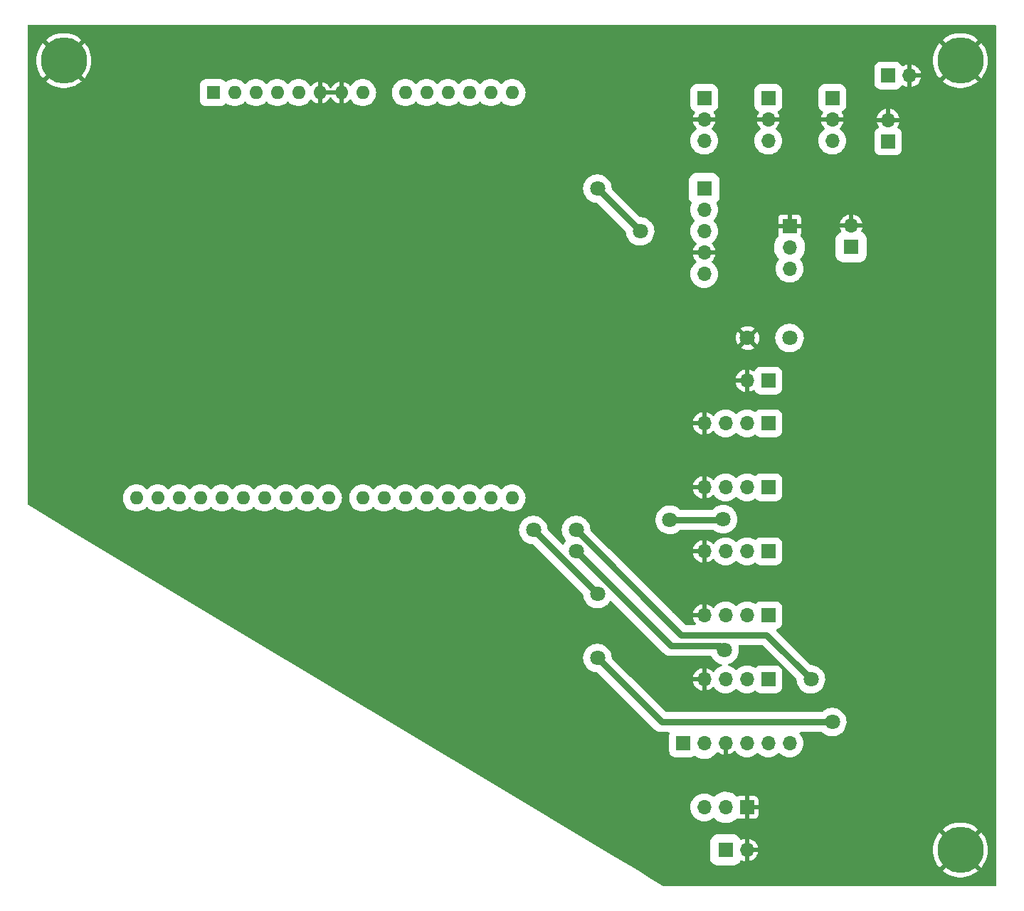
<source format=gtl>
%TF.GenerationSoftware,KiCad,Pcbnew,(6.0.1)*%
%TF.CreationDate,2022-01-27T10:14:08+01:00*%
%TF.ProjectId,carte_kicad_F46NG,63617274-655f-46b6-9963-61645f463436,rev?*%
%TF.SameCoordinates,Original*%
%TF.FileFunction,Copper,L1,Top*%
%TF.FilePolarity,Positive*%
%FSLAX46Y46*%
G04 Gerber Fmt 4.6, Leading zero omitted, Abs format (unit mm)*
G04 Created by KiCad (PCBNEW (6.0.1)) date 2022-01-27 10:14:08*
%MOMM*%
%LPD*%
G01*
G04 APERTURE LIST*
%TA.AperFunction,ComponentPad*%
%ADD10C,1.800000*%
%TD*%
%TA.AperFunction,ComponentPad*%
%ADD11R,1.700000X1.700000*%
%TD*%
%TA.AperFunction,ComponentPad*%
%ADD12O,1.700000X1.700000*%
%TD*%
%TA.AperFunction,ComponentPad*%
%ADD13C,5.500000*%
%TD*%
%TA.AperFunction,ComponentPad*%
%ADD14R,1.600000X1.600000*%
%TD*%
%TA.AperFunction,ComponentPad*%
%ADD15O,1.600000X1.600000*%
%TD*%
%TA.AperFunction,ViaPad*%
%ADD16C,1.800000*%
%TD*%
%TA.AperFunction,Conductor*%
%ADD17C,0.800000*%
%TD*%
G04 APERTURE END LIST*
D10*
%TO.P,C470,1*%
%TO.N,/5V_PNG*%
X200660000Y-88900000D03*
%TO.P,C470,2*%
%TO.N,GND*%
X195660000Y-88900000D03*
%TD*%
D11*
%TO.P,B2,1,Pin_1*%
%TO.N,/5V_BLE{slash}MOT*%
X193040000Y-149860000D03*
D12*
%TO.P,B2,2,Pin_2*%
%TO.N,GND*%
X195580000Y-149860000D03*
%TD*%
D11*
%TO.P,A3,1,Pin_1*%
%TO.N,/5V_PNG*%
X198120000Y-93980000D03*
D12*
%TO.P,A3,2,Pin_2*%
%TO.N,GND*%
X195580000Y-93980000D03*
%TD*%
D11*
%TO.P,Ping2,1,Pin_1*%
%TO.N,/5V_PNG*%
X198120000Y-121920000D03*
D12*
%TO.P,Ping2,2,Pin_2*%
%TO.N,/Trig_Cmd_PI_3*%
X195580000Y-121920000D03*
%TO.P,Ping2,3,Pin_3*%
%TO.N,/P2_PB4*%
X193040000Y-121920000D03*
%TO.P,Ping2,4,Pin_4*%
%TO.N,GND*%
X190500000Y-121920000D03*
%TD*%
D11*
%TO.P,Infra3,1,Pin_1*%
%TO.N,/I3_PF9*%
X205740000Y-60325000D03*
D12*
%TO.P,Infra3,2,Pin_2*%
%TO.N,GND*%
X205740000Y-62865000D03*
%TO.P,Infra3,3,Pin_3*%
%TO.N,/5V_INF*%
X205740000Y-65405000D03*
%TD*%
D13*
%TO.P,J1,1,Pin_1*%
%TO.N,GND*%
X114300000Y-55880000D03*
%TD*%
D11*
%TO.P,BLE1,1,Pin_1*%
%TO.N,unconnected-(BLE1-Pad1)*%
X187960000Y-137160000D03*
D12*
%TO.P,BLE1,2,Pin_2*%
%TO.N,/5V_BLE{slash}MOT*%
X190500000Y-137160000D03*
%TO.P,BLE1,3,Pin_3*%
%TO.N,GND*%
X193040000Y-137160000D03*
%TO.P,BLE1,4,Pin_4*%
%TO.N,/TX_BLE_PC6*%
X195580000Y-137160000D03*
%TO.P,BLE1,5,Pin_5*%
%TO.N,/RX_BLE_PC7*%
X198120000Y-137160000D03*
%TO.P,BLE1,6,Pin_6*%
%TO.N,/STATE_BLE_PI2*%
X200660000Y-137160000D03*
%TD*%
D11*
%TO.P,Ping1,1,Pin_1*%
%TO.N,/5V_PNG*%
X198120000Y-129540000D03*
D12*
%TO.P,Ping1,2,Pin_2*%
%TO.N,/Trig_Cmd_PI_3*%
X195580000Y-129540000D03*
%TO.P,Ping1,3,Pin_3*%
%TO.N,/P1_PG6*%
X193040000Y-129540000D03*
%TO.P,Ping1,4,Pin_4*%
%TO.N,GND*%
X190500000Y-129540000D03*
%TD*%
D11*
%TO.P,B1,1,Pin_1*%
%TO.N,/5V_Carte*%
X212409850Y-57667361D03*
D12*
%TO.P,B1,2,Pin_2*%
%TO.N,GND*%
X214949850Y-57667361D03*
%TD*%
D14*
%TO.P,A2,1,NC*%
%TO.N,unconnected-(A2-Pad1)*%
X132080000Y-59690000D03*
D15*
%TO.P,A2,2,IOREF*%
%TO.N,unconnected-(A2-Pad2)*%
X134620000Y-59690000D03*
%TO.P,A2,3,~{RESET}*%
%TO.N,unconnected-(A2-Pad3)*%
X137160000Y-59690000D03*
%TO.P,A2,4,3V3*%
%TO.N,unconnected-(A2-Pad4)*%
X139700000Y-59690000D03*
%TO.P,A2,5,+5V*%
%TO.N,unconnected-(A2-Pad5)*%
X142240000Y-59690000D03*
%TO.P,A2,6,GND*%
%TO.N,GND*%
X144780000Y-59690000D03*
%TO.P,A2,7,GND*%
X147320000Y-59690000D03*
%TO.P,A2,8,VIN*%
%TO.N,/5V_Carte*%
X149860000Y-59690000D03*
%TO.P,A2,9,A0*%
%TO.N,/I3_PF9*%
X154940000Y-59690000D03*
%TO.P,A2,10,A1*%
%TO.N,/I2_PF10*%
X157480000Y-59690000D03*
%TO.P,A2,11,A2*%
%TO.N,/I1_PA0*%
X160020000Y-59690000D03*
%TO.P,A2,12,A3*%
%TO.N,/PWM_Lidar_PF8*%
X162560000Y-59690000D03*
%TO.P,A2,13,SDA/A4*%
%TO.N,/TX_Lidar_PF7*%
X165100000Y-59690000D03*
%TO.P,A2,14,SCL/A5*%
%TO.N,/RX_Lidar_PF6*%
X167640000Y-59690000D03*
%TO.P,A2,15,D0/RX*%
%TO.N,/RX_BLE_PC7*%
X167640000Y-107950000D03*
%TO.P,A2,16,D1/TX*%
%TO.N,/TX_BLE_PC6*%
X165100000Y-107950000D03*
%TO.P,A2,17,D2*%
%TO.N,/Trig_Cmd_PI_3*%
X162560000Y-107950000D03*
%TO.P,A2,18,D3*%
%TO.N,/P1_PG6*%
X160020000Y-107950000D03*
%TO.P,A2,19,D4*%
%TO.N,/P3_PG7*%
X157480000Y-107950000D03*
%TO.P,A2,20,D5*%
%TO.N,/P2_PB4*%
X154940000Y-107950000D03*
%TO.P,A2,21,D6*%
%TO.N,/P4_PI0*%
X152400000Y-107950000D03*
%TO.P,A2,22,D7*%
%TO.N,/P5_PH6*%
X149860000Y-107950000D03*
%TO.P,A2,23,D8*%
%TO.N,/STATE_BLE_PI2*%
X145800000Y-107950000D03*
%TO.P,A2,24,D9*%
%TO.N,unconnected-(A2-Pad24)*%
X143260000Y-107950000D03*
%TO.P,A2,25,D10*%
%TO.N,unconnected-(A2-Pad25)*%
X140720000Y-107950000D03*
%TO.P,A2,26,D11*%
%TO.N,unconnected-(A2-Pad26)*%
X138180000Y-107950000D03*
%TO.P,A2,27,D12*%
%TO.N,/Servo_Cmd_PB14*%
X135640000Y-107950000D03*
%TO.P,A2,28,D13*%
%TO.N,unconnected-(A2-Pad28)*%
X133100000Y-107950000D03*
%TO.P,A2,29,GND*%
%TO.N,unconnected-(A2-Pad29)*%
X130560000Y-107950000D03*
%TO.P,A2,30,AREF*%
%TO.N,unconnected-(A2-Pad30)*%
X128020000Y-107950000D03*
%TO.P,A2,31,SDA/A4*%
%TO.N,unconnected-(A2-Pad31)*%
X125480000Y-107950000D03*
%TO.P,A2,32,SCL/A5*%
%TO.N,/M_Cmd_PB8*%
X122940000Y-107950000D03*
%TD*%
D11*
%TO.P,Moteur1,1,Pin_1*%
%TO.N,GND*%
X195580000Y-144780000D03*
D12*
%TO.P,Moteur1,2,Pin_2*%
%TO.N,/5V_BLE{slash}MOT*%
X193040000Y-144780000D03*
%TO.P,Moteur1,3,Pin_3*%
%TO.N,/M_Cmd_PB8*%
X190500000Y-144780000D03*
%TD*%
D13*
%TO.P,J2,1,Pin_1*%
%TO.N,GND*%
X220980000Y-55880000D03*
%TD*%
D11*
%TO.P,B3,1,Pin_1*%
%TO.N,/5V_INF*%
X212382520Y-65501284D03*
D12*
%TO.P,B3,2,Pin_2*%
%TO.N,GND*%
X212382520Y-62961284D03*
%TD*%
D11*
%TO.P,Servo1,1,Pin_1*%
%TO.N,GND*%
X200660000Y-75565000D03*
D12*
%TO.P,Servo1,2,Pin_2*%
%TO.N,/5V_LID{slash}SRVO*%
X200660000Y-78105000D03*
%TO.P,Servo1,3,Pin_3*%
%TO.N,/Servo_Cmd_PB14*%
X200660000Y-80645000D03*
%TD*%
D11*
%TO.P,Infra1,1,Pin_1*%
%TO.N,/I1_PA0*%
X190500000Y-60325000D03*
D12*
%TO.P,Infra1,2,Pin_2*%
%TO.N,GND*%
X190500000Y-62865000D03*
%TO.P,Infra1,3,Pin_3*%
%TO.N,/5V_INF*%
X190500000Y-65405000D03*
%TD*%
D13*
%TO.P,J3,1,Pin_1*%
%TO.N,GND*%
X220980000Y-149860000D03*
%TD*%
D11*
%TO.P,Ping5,1,Pin_1*%
%TO.N,/5V_PNG*%
X198120000Y-99060000D03*
D12*
%TO.P,Ping5,2,Pin_2*%
%TO.N,/Trig_Cmd_PI_3*%
X195580000Y-99060000D03*
%TO.P,Ping5,3,Pin_3*%
%TO.N,/P5_PH6*%
X193040000Y-99060000D03*
%TO.P,Ping5,4,Pin_4*%
%TO.N,GND*%
X190500000Y-99060000D03*
%TD*%
D11*
%TO.P,Infra2,1,Pin_1*%
%TO.N,/I2_PF10*%
X198120000Y-60325000D03*
D12*
%TO.P,Infra2,2,Pin_2*%
%TO.N,GND*%
X198120000Y-62865000D03*
%TO.P,Infra2,3,Pin_3*%
%TO.N,/5V_INF*%
X198120000Y-65405000D03*
%TD*%
D11*
%TO.P,Ping4,1,Pin_1*%
%TO.N,/5V_PNG*%
X198120000Y-106680000D03*
D12*
%TO.P,Ping4,2,Pin_2*%
%TO.N,/Trig_Cmd_PI_3*%
X195580000Y-106680000D03*
%TO.P,Ping4,3,Pin_3*%
%TO.N,/P4_PI0*%
X193040000Y-106680000D03*
%TO.P,Ping4,4,Pin_4*%
%TO.N,GND*%
X190500000Y-106680000D03*
%TD*%
D11*
%TO.P,Ping3,1,Pin_1*%
%TO.N,/5V_PNG*%
X198120000Y-114300000D03*
D12*
%TO.P,Ping3,2,Pin_2*%
%TO.N,/Trig_Cmd_PI_3*%
X195580000Y-114300000D03*
%TO.P,Ping3,3,Pin_3*%
%TO.N,/P3_PG7*%
X193040000Y-114300000D03*
%TO.P,Ping3,4,Pin_4*%
%TO.N,GND*%
X190500000Y-114300000D03*
%TD*%
D11*
%TO.P,A1,1,Pin_1*%
%TO.N,/5V_LID{slash}SRVO*%
X207991130Y-78070643D03*
D12*
%TO.P,A1,2,Pin_2*%
%TO.N,GND*%
X207991130Y-75530643D03*
%TD*%
D11*
%TO.P,Lidar1,1,Pin_1*%
%TO.N,/5V_LID{slash}SRVO*%
X190500000Y-71120000D03*
D12*
%TO.P,Lidar1,2,Pin_2*%
%TO.N,/TX_Lidar_PF7*%
X190500000Y-73660000D03*
%TO.P,Lidar1,3,Pin_3*%
%TO.N,/RX_Lidar_PF6*%
X190500000Y-76200000D03*
%TO.P,Lidar1,4,Pin_4*%
%TO.N,GND*%
X190500000Y-78740000D03*
%TO.P,Lidar1,5,Pin_5*%
%TO.N,/PWM_Lidar_PF8*%
X190500000Y-81280000D03*
%TD*%
D16*
%TO.N,GND*%
X185420000Y-78740000D03*
X182880000Y-114300000D03*
X187960000Y-119380000D03*
X185420000Y-71120000D03*
%TO.N,/RX_Lidar_PF6*%
X177800000Y-71120000D03*
X182880000Y-76200000D03*
%TO.N,/RX_BLE_PC7*%
X203200000Y-129540000D03*
X175260000Y-111760000D03*
%TO.N,/TX_BLE_PC6*%
X177800000Y-119380000D03*
X170180000Y-111760000D03*
%TO.N,/P1_PG6*%
X175260000Y-114300000D03*
X192928096Y-126056147D03*
%TO.N,/Trig_Cmd_PI_3*%
X192751647Y-110466579D03*
X186425068Y-110541009D03*
%TO.N,/STATE_BLE_PI2*%
X205740000Y-134620000D03*
X177800000Y-127000000D03*
%TD*%
D17*
%TO.N,GND*%
X187960000Y-119380000D02*
X182880000Y-114300000D01*
X185420000Y-71120000D02*
X185420000Y-78740000D01*
%TO.N,/RX_Lidar_PF6*%
X182880000Y-76200000D02*
X177800000Y-71120000D01*
%TO.N,/RX_BLE_PC7*%
X187756647Y-124256647D02*
X175260000Y-111760000D01*
X197916647Y-124256647D02*
X187756647Y-124256647D01*
X203200000Y-129540000D02*
X197916647Y-124256647D01*
%TO.N,/TX_BLE_PC6*%
X177800000Y-119380000D02*
X170180000Y-111760000D01*
%TO.N,/P1_PG6*%
X192428116Y-125556167D02*
X186521061Y-125556167D01*
X175264894Y-114300000D02*
X175260000Y-114300000D01*
X186521061Y-125556167D02*
X175264894Y-114300000D01*
X192928096Y-126056147D02*
X192428116Y-125556167D01*
%TO.N,/Trig_Cmd_PI_3*%
X186425068Y-110541009D02*
X192677217Y-110541009D01*
X192677217Y-110541009D02*
X192751647Y-110466579D01*
%TO.N,/STATE_BLE_PI2*%
X205740000Y-134620000D02*
X185420000Y-134620000D01*
X185420000Y-134620000D02*
X177800000Y-127000000D01*
%TD*%
%TA.AperFunction,Conductor*%
%TO.N,GND*%
G36*
X225202121Y-51620002D02*
G01*
X225248614Y-51673658D01*
X225260000Y-51726000D01*
X225260000Y-154014000D01*
X225239998Y-154082121D01*
X225186342Y-154128614D01*
X225134000Y-154140000D01*
X185676486Y-154140000D01*
X185611660Y-154122044D01*
X183939154Y-153118540D01*
X182640569Y-152339389D01*
X218865541Y-152339389D01*
X218873678Y-152350395D01*
X219133938Y-152550099D01*
X219139537Y-152553933D01*
X219435261Y-152733736D01*
X219441251Y-152736948D01*
X219754657Y-152883758D01*
X219760961Y-152886305D01*
X220088384Y-152998406D01*
X220094935Y-153000260D01*
X220432539Y-153076342D01*
X220439258Y-153077479D01*
X220783113Y-153116657D01*
X220789903Y-153117060D01*
X221135973Y-153118872D01*
X221142774Y-153118540D01*
X221487020Y-153082966D01*
X221493748Y-153081900D01*
X221832144Y-153009353D01*
X221838693Y-153007574D01*
X222167278Y-152898905D01*
X222173620Y-152896419D01*
X222488523Y-152752910D01*
X222494577Y-152749745D01*
X222792128Y-152573073D01*
X222797809Y-152569270D01*
X223074547Y-152361489D01*
X223079771Y-152357105D01*
X223086238Y-152351053D01*
X223094307Y-152337373D01*
X223094280Y-152336649D01*
X223089136Y-152328346D01*
X220992812Y-150232022D01*
X220978868Y-150224408D01*
X220977035Y-150224539D01*
X220970420Y-150228790D01*
X218872422Y-152326788D01*
X218865541Y-152339389D01*
X182640569Y-152339389D01*
X180021281Y-150767816D01*
X191189500Y-150767816D01*
X191200234Y-150888087D01*
X191256259Y-151083470D01*
X191350427Y-151263596D01*
X191478891Y-151421109D01*
X191636404Y-151549573D01*
X191642057Y-151552528D01*
X191642058Y-151552529D01*
X191661611Y-151562751D01*
X191816530Y-151643741D01*
X192011913Y-151699766D01*
X192043545Y-151702589D01*
X192129391Y-151710251D01*
X192129397Y-151710251D01*
X192132184Y-151710500D01*
X193947816Y-151710500D01*
X193950603Y-151710251D01*
X193950609Y-151710251D01*
X194036455Y-151702589D01*
X194068087Y-151699766D01*
X194263470Y-151643741D01*
X194418389Y-151562751D01*
X194437942Y-151552529D01*
X194437943Y-151552528D01*
X194443596Y-151549573D01*
X194601109Y-151421109D01*
X194729573Y-151263596D01*
X194799570Y-151129705D01*
X194848855Y-151078604D01*
X194917945Y-151062260D01*
X194974803Y-151079294D01*
X194986758Y-151086280D01*
X194996042Y-151090729D01*
X195195001Y-151166703D01*
X195204899Y-151169579D01*
X195308250Y-151190606D01*
X195322299Y-151189410D01*
X195326000Y-151179065D01*
X195326000Y-151178517D01*
X195834000Y-151178517D01*
X195838064Y-151192359D01*
X195851478Y-151194393D01*
X195858184Y-151193534D01*
X195868262Y-151191392D01*
X196072255Y-151130191D01*
X196081842Y-151126433D01*
X196273095Y-151032739D01*
X196281945Y-151027464D01*
X196455328Y-150903792D01*
X196463200Y-150897139D01*
X196614052Y-150746812D01*
X196620730Y-150738965D01*
X196745003Y-150566020D01*
X196750313Y-150557183D01*
X196844670Y-150366267D01*
X196848469Y-150356672D01*
X196910377Y-150152910D01*
X196912555Y-150142837D01*
X196913986Y-150131962D01*
X196911775Y-150117778D01*
X196898617Y-150114000D01*
X195852115Y-150114000D01*
X195836876Y-150118475D01*
X195835671Y-150119865D01*
X195834000Y-150127548D01*
X195834000Y-151178517D01*
X195326000Y-151178517D01*
X195326000Y-149852007D01*
X217717407Y-149852007D01*
X217734917Y-150197659D01*
X217735627Y-150204415D01*
X217790363Y-150546141D01*
X217791802Y-150552796D01*
X217883122Y-150886604D01*
X217885271Y-150893065D01*
X218012110Y-151215067D01*
X218014941Y-151221250D01*
X218175815Y-151527670D01*
X218179298Y-151533513D01*
X218372321Y-151820761D01*
X218376424Y-151826205D01*
X218491911Y-151963351D01*
X218504650Y-151971794D01*
X218515094Y-151965696D01*
X220607978Y-149872812D01*
X220614356Y-149861132D01*
X221344408Y-149861132D01*
X221344539Y-149862965D01*
X221348790Y-149869580D01*
X223443553Y-151964343D01*
X223457150Y-151971768D01*
X223466761Y-151965068D01*
X223562845Y-151853360D01*
X223567003Y-151847960D01*
X223763023Y-151562751D01*
X223766570Y-151556940D01*
X223930634Y-151252238D01*
X223933541Y-151246060D01*
X224063744Y-150925411D01*
X224065958Y-150918981D01*
X224160769Y-150586143D01*
X224162276Y-150579513D01*
X224220590Y-150238362D01*
X224221370Y-150231622D01*
X224242595Y-149884576D01*
X224242711Y-149880973D01*
X224242779Y-149861819D01*
X224242687Y-149858194D01*
X224223885Y-149511023D01*
X224223150Y-149504257D01*
X224167224Y-149162738D01*
X224165757Y-149156066D01*
X224073278Y-148822597D01*
X224071104Y-148816134D01*
X223943143Y-148494583D01*
X223940290Y-148488409D01*
X223778343Y-148182545D01*
X223774849Y-148176728D01*
X223580813Y-147890140D01*
X223576699Y-147884721D01*
X223468090Y-147756653D01*
X223455265Y-147748217D01*
X223444940Y-147754270D01*
X221352022Y-149847188D01*
X221344408Y-149861132D01*
X220614356Y-149861132D01*
X220615592Y-149858868D01*
X220615461Y-149857035D01*
X220611210Y-149850420D01*
X218516457Y-147755667D01*
X218502920Y-147748275D01*
X218493219Y-147755063D01*
X218390220Y-147875659D01*
X218386066Y-147881092D01*
X218191056Y-148166965D01*
X218187521Y-148172802D01*
X218024518Y-148478080D01*
X218021642Y-148484249D01*
X217892558Y-148805355D01*
X217890365Y-148811795D01*
X217796714Y-149144968D01*
X217795231Y-149151603D01*
X217738112Y-149492936D01*
X217737353Y-149499708D01*
X217717431Y-149845212D01*
X217717407Y-149852007D01*
X195326000Y-149852007D01*
X195326000Y-149587885D01*
X195834000Y-149587885D01*
X195838475Y-149603124D01*
X195839865Y-149604329D01*
X195847548Y-149606000D01*
X196898344Y-149606000D01*
X196911875Y-149602027D01*
X196913180Y-149592947D01*
X196871214Y-149425875D01*
X196867894Y-149416124D01*
X196782972Y-149220814D01*
X196778105Y-149211739D01*
X196662426Y-149032926D01*
X196656136Y-149024757D01*
X196512806Y-148867240D01*
X196505273Y-148860215D01*
X196338139Y-148728222D01*
X196329552Y-148722517D01*
X196143117Y-148619599D01*
X196133705Y-148615369D01*
X195932959Y-148544280D01*
X195922988Y-148541646D01*
X195851837Y-148528972D01*
X195838540Y-148530432D01*
X195834000Y-148544989D01*
X195834000Y-149587885D01*
X195326000Y-149587885D01*
X195326000Y-148543102D01*
X195322082Y-148529758D01*
X195307806Y-148527771D01*
X195269324Y-148533660D01*
X195259288Y-148536051D01*
X195056868Y-148602212D01*
X195047359Y-148606209D01*
X194970687Y-148646122D01*
X194901028Y-148659835D01*
X194835013Y-148633710D01*
X194800845Y-148592735D01*
X194775884Y-148544989D01*
X194729573Y-148456404D01*
X194601109Y-148298891D01*
X194443596Y-148170427D01*
X194263470Y-148076259D01*
X194068087Y-148020234D01*
X194036455Y-148017411D01*
X193950609Y-148009749D01*
X193950603Y-148009749D01*
X193947816Y-148009500D01*
X192132184Y-148009500D01*
X192129397Y-148009749D01*
X192129391Y-148009749D01*
X192043545Y-148017411D01*
X192011913Y-148020234D01*
X191816530Y-148076259D01*
X191636404Y-148170427D01*
X191478891Y-148298891D01*
X191350427Y-148456404D01*
X191256259Y-148636530D01*
X191200234Y-148831913D01*
X191189500Y-148952184D01*
X191189500Y-150767816D01*
X180021281Y-150767816D01*
X174378644Y-147382234D01*
X218865322Y-147382234D01*
X218865357Y-147383075D01*
X218870410Y-147391200D01*
X220967188Y-149487978D01*
X220981132Y-149495592D01*
X220982965Y-149495461D01*
X220989580Y-149491210D01*
X223087431Y-147393359D01*
X223095045Y-147379415D01*
X223094977Y-147378460D01*
X223091024Y-147372482D01*
X222816667Y-147163479D01*
X222811041Y-147159655D01*
X222514706Y-146980894D01*
X222508694Y-146977697D01*
X222194774Y-146831980D01*
X222188474Y-146829460D01*
X221860664Y-146718503D01*
X221854086Y-146716667D01*
X221516237Y-146641768D01*
X221509499Y-146640652D01*
X221165515Y-146602675D01*
X221158735Y-146602296D01*
X220812636Y-146601693D01*
X220805863Y-146602048D01*
X220461726Y-146638825D01*
X220455016Y-146639912D01*
X220116883Y-146713637D01*
X220110308Y-146715448D01*
X219782117Y-146825259D01*
X219775795Y-146827762D01*
X219461388Y-146972373D01*
X219455345Y-146975559D01*
X219158402Y-147153276D01*
X219152756Y-147157085D01*
X218876726Y-147365844D01*
X218873140Y-147368875D01*
X218865322Y-147382234D01*
X174378644Y-147382234D01*
X170041587Y-144780000D01*
X188844396Y-144780000D01*
X188864779Y-145038994D01*
X188865933Y-145043801D01*
X188865934Y-145043807D01*
X188904220Y-145203276D01*
X188925427Y-145291610D01*
X189024846Y-145531628D01*
X189160588Y-145753140D01*
X189329311Y-145950689D01*
X189526860Y-146119412D01*
X189748372Y-146255154D01*
X189752942Y-146257047D01*
X189752946Y-146257049D01*
X189857011Y-146300154D01*
X189988390Y-146354573D01*
X190076724Y-146375780D01*
X190236193Y-146414066D01*
X190236199Y-146414067D01*
X190241006Y-146415221D01*
X190500000Y-146435604D01*
X190758994Y-146415221D01*
X190763801Y-146414067D01*
X190763807Y-146414066D01*
X190923276Y-146375780D01*
X191011610Y-146354573D01*
X191142989Y-146300154D01*
X191247054Y-146257049D01*
X191247058Y-146257047D01*
X191251628Y-146255154D01*
X191473140Y-146119412D01*
X191476902Y-146116199D01*
X191476906Y-146116196D01*
X191540205Y-146062134D01*
X191604994Y-146033103D01*
X191675194Y-146043708D01*
X191714559Y-146072416D01*
X191766384Y-146128479D01*
X191770010Y-146132402D01*
X191773464Y-146135214D01*
X191969778Y-146295039D01*
X191969782Y-146295042D01*
X191973235Y-146297853D01*
X191977057Y-146300154D01*
X192168183Y-146415221D01*
X192197745Y-146433019D01*
X192203850Y-146435604D01*
X192434962Y-146533468D01*
X192434966Y-146533469D01*
X192439060Y-146535203D01*
X192443352Y-146536341D01*
X192443355Y-146536342D01*
X192544125Y-146563061D01*
X192692365Y-146602366D01*
X192696789Y-146602890D01*
X192696791Y-146602890D01*
X192847572Y-146620736D01*
X192952607Y-146633167D01*
X193214592Y-146626993D01*
X193218986Y-146626262D01*
X193218993Y-146626261D01*
X193468692Y-146584700D01*
X193468696Y-146584699D01*
X193473094Y-146583967D01*
X193637061Y-146532111D01*
X193718709Y-146506289D01*
X193718711Y-146506288D01*
X193722955Y-146504946D01*
X193726966Y-146503020D01*
X193726971Y-146503018D01*
X193955169Y-146393439D01*
X193955170Y-146393438D01*
X193959188Y-146391509D01*
X194163258Y-146255154D01*
X194173380Y-146248391D01*
X194173384Y-146248388D01*
X194177082Y-146245917D01*
X194342801Y-146097486D01*
X194406888Y-146066936D01*
X194477319Y-146075884D01*
X194487376Y-146080822D01*
X194491946Y-146083324D01*
X194612394Y-146128478D01*
X194627649Y-146132105D01*
X194678514Y-146137631D01*
X194685328Y-146138000D01*
X195307885Y-146138000D01*
X195323124Y-146133525D01*
X195324329Y-146132135D01*
X195326000Y-146124452D01*
X195326000Y-146119884D01*
X195834000Y-146119884D01*
X195838475Y-146135123D01*
X195839865Y-146136328D01*
X195847548Y-146137999D01*
X196474669Y-146137999D01*
X196481490Y-146137629D01*
X196532352Y-146132105D01*
X196547604Y-146128479D01*
X196668054Y-146083324D01*
X196683649Y-146074786D01*
X196785724Y-145998285D01*
X196798285Y-145985724D01*
X196874786Y-145883649D01*
X196883324Y-145868054D01*
X196928478Y-145747606D01*
X196932105Y-145732351D01*
X196937631Y-145681486D01*
X196938000Y-145674672D01*
X196938000Y-145052115D01*
X196933525Y-145036876D01*
X196932135Y-145035671D01*
X196924452Y-145034000D01*
X195852115Y-145034000D01*
X195836876Y-145038475D01*
X195835671Y-145039865D01*
X195834000Y-145047548D01*
X195834000Y-146119884D01*
X195326000Y-146119884D01*
X195326000Y-144507885D01*
X195834000Y-144507885D01*
X195838475Y-144523124D01*
X195839865Y-144524329D01*
X195847548Y-144526000D01*
X196919884Y-144526000D01*
X196935123Y-144521525D01*
X196936328Y-144520135D01*
X196937999Y-144512452D01*
X196937999Y-143885331D01*
X196937629Y-143878510D01*
X196932105Y-143827648D01*
X196928479Y-143812396D01*
X196883324Y-143691946D01*
X196874786Y-143676351D01*
X196798285Y-143574276D01*
X196785724Y-143561715D01*
X196683649Y-143485214D01*
X196668054Y-143476676D01*
X196547606Y-143431522D01*
X196532351Y-143427895D01*
X196481486Y-143422369D01*
X196474672Y-143422000D01*
X195852115Y-143422000D01*
X195836876Y-143426475D01*
X195835671Y-143427865D01*
X195834000Y-143435548D01*
X195834000Y-144507885D01*
X195326000Y-144507885D01*
X195326000Y-143440116D01*
X195321525Y-143424877D01*
X195320135Y-143423672D01*
X195312452Y-143422001D01*
X194685331Y-143422001D01*
X194678510Y-143422371D01*
X194627648Y-143427895D01*
X194612396Y-143431521D01*
X194491944Y-143476677D01*
X194485699Y-143480096D01*
X194416342Y-143495266D01*
X194349794Y-143470531D01*
X194335396Y-143457970D01*
X194270015Y-143391555D01*
X194266884Y-143388374D01*
X194198336Y-143336060D01*
X194062107Y-143232093D01*
X194062103Y-143232090D01*
X194058562Y-143229388D01*
X193829917Y-143101340D01*
X193825768Y-143099735D01*
X193825764Y-143099733D01*
X193678196Y-143042644D01*
X193585512Y-143006787D01*
X193581191Y-143005785D01*
X193581183Y-143005783D01*
X193413069Y-142966817D01*
X193330221Y-142947614D01*
X193069141Y-142925002D01*
X193064706Y-142925246D01*
X193064702Y-142925246D01*
X192811921Y-142939157D01*
X192811914Y-142939158D01*
X192807478Y-142939402D01*
X192550456Y-142990527D01*
X192546246Y-142992005D01*
X192546244Y-142992006D01*
X192401497Y-143042838D01*
X192303201Y-143077357D01*
X192299250Y-143079410D01*
X192299244Y-143079412D01*
X192212647Y-143124396D01*
X192070647Y-143198159D01*
X192067032Y-143200742D01*
X192067026Y-143200746D01*
X191861055Y-143347935D01*
X191861051Y-143347938D01*
X191857434Y-143350523D01*
X191725191Y-143476677D01*
X191708393Y-143492701D01*
X191645296Y-143525248D01*
X191574619Y-143518516D01*
X191539594Y-143497345D01*
X191473140Y-143440588D01*
X191251628Y-143304846D01*
X191247058Y-143302953D01*
X191247054Y-143302951D01*
X191016183Y-143207321D01*
X191016181Y-143207320D01*
X191011610Y-143205427D01*
X190923276Y-143184220D01*
X190763807Y-143145934D01*
X190763801Y-143145933D01*
X190758994Y-143144779D01*
X190500000Y-143124396D01*
X190241006Y-143144779D01*
X190236199Y-143145933D01*
X190236193Y-143145934D01*
X190076724Y-143184220D01*
X189988390Y-143205427D01*
X189983819Y-143207320D01*
X189983817Y-143207321D01*
X189752946Y-143302951D01*
X189752942Y-143302953D01*
X189748372Y-143304846D01*
X189526860Y-143440588D01*
X189329311Y-143609311D01*
X189160588Y-143806860D01*
X189024846Y-144028372D01*
X188925427Y-144268390D01*
X188924272Y-144273202D01*
X188865934Y-144516193D01*
X188865933Y-144516199D01*
X188864779Y-144521006D01*
X188844396Y-144780000D01*
X170041587Y-144780000D01*
X150271442Y-132917913D01*
X140333856Y-126955361D01*
X176095316Y-126955361D01*
X176095540Y-126960027D01*
X176095540Y-126960033D01*
X176099439Y-127041199D01*
X176107443Y-127207820D01*
X176108356Y-127212409D01*
X176153268Y-127438197D01*
X176156752Y-127455713D01*
X176158331Y-127460111D01*
X176158333Y-127460118D01*
X176232491Y-127666664D01*
X176242160Y-127693595D01*
X176361792Y-127916240D01*
X176364587Y-127919984D01*
X176364589Y-127919986D01*
X176510226Y-128115018D01*
X176510231Y-128115024D01*
X176513018Y-128118756D01*
X176516327Y-128122036D01*
X176516332Y-128122042D01*
X176677906Y-128282212D01*
X176692517Y-128296696D01*
X176696279Y-128299454D01*
X176696282Y-128299457D01*
X176816956Y-128387938D01*
X176896346Y-128446149D01*
X176900481Y-128448325D01*
X176900485Y-128448327D01*
X176971309Y-128485589D01*
X177120026Y-128563833D01*
X177358644Y-128647162D01*
X177606958Y-128694306D01*
X177755019Y-128700123D01*
X177822302Y-128722784D01*
X177839168Y-128736931D01*
X184539480Y-135437243D01*
X184545117Y-135443261D01*
X184590090Y-135494543D01*
X184663098Y-135552097D01*
X184665661Y-135554173D01*
X184737116Y-135613601D01*
X184742160Y-135616426D01*
X184742286Y-135616497D01*
X184758708Y-135627470D01*
X184763360Y-135631137D01*
X184845633Y-135674423D01*
X184848494Y-135675977D01*
X184929620Y-135721410D01*
X184935222Y-135723312D01*
X184953383Y-135731114D01*
X184958620Y-135733869D01*
X184964143Y-135735584D01*
X184964148Y-135735586D01*
X185047413Y-135761441D01*
X185050550Y-135762460D01*
X185133079Y-135790475D01*
X185133084Y-135790476D01*
X185138548Y-135792331D01*
X185144260Y-135793159D01*
X185144264Y-135793160D01*
X185144402Y-135793180D01*
X185163682Y-135797543D01*
X185163812Y-135797583D01*
X185163817Y-135797584D01*
X185169333Y-135799297D01*
X185255744Y-135809525D01*
X185261687Y-135810228D01*
X185264959Y-135810659D01*
X185356902Y-135823990D01*
X185443261Y-135820597D01*
X185448208Y-135820500D01*
X186256594Y-135820500D01*
X186324715Y-135840502D01*
X186371208Y-135894158D01*
X186381312Y-135964432D01*
X186370035Y-136001335D01*
X186350173Y-136042423D01*
X186348589Y-136049284D01*
X186315853Y-136191082D01*
X186309774Y-136217411D01*
X186309500Y-136222163D01*
X186309500Y-136223987D01*
X186309501Y-137164930D01*
X186309501Y-138097836D01*
X186309774Y-138102589D01*
X186350173Y-138277577D01*
X186428336Y-138439266D01*
X186540380Y-138579620D01*
X186680734Y-138691664D01*
X186842423Y-138769827D01*
X186849284Y-138771411D01*
X187012212Y-138809026D01*
X187012215Y-138809026D01*
X187017411Y-138810226D01*
X187022163Y-138810500D01*
X187023987Y-138810500D01*
X187968037Y-138810499D01*
X188897836Y-138810499D01*
X188902589Y-138810226D01*
X189063299Y-138773123D01*
X189070716Y-138771411D01*
X189077577Y-138769827D01*
X189239266Y-138691664D01*
X189266384Y-138670016D01*
X189332097Y-138643149D01*
X189401907Y-138656076D01*
X189424541Y-138670775D01*
X189429778Y-138675039D01*
X189429782Y-138675042D01*
X189433235Y-138677853D01*
X189437057Y-138680154D01*
X189653106Y-138810226D01*
X189657745Y-138813019D01*
X189663850Y-138815604D01*
X189894962Y-138913468D01*
X189894966Y-138913469D01*
X189899060Y-138915203D01*
X189903352Y-138916341D01*
X189903355Y-138916342D01*
X190004125Y-138943061D01*
X190152365Y-138982366D01*
X190156789Y-138982890D01*
X190156791Y-138982890D01*
X190307572Y-139000736D01*
X190412607Y-139013167D01*
X190674592Y-139006993D01*
X190678986Y-139006262D01*
X190678993Y-139006261D01*
X190928692Y-138964700D01*
X190928696Y-138964699D01*
X190933094Y-138963967D01*
X191097061Y-138912111D01*
X191178709Y-138886289D01*
X191178711Y-138886288D01*
X191182955Y-138884946D01*
X191186966Y-138883020D01*
X191186971Y-138883018D01*
X191415169Y-138773439D01*
X191415170Y-138773438D01*
X191419188Y-138771509D01*
X191527544Y-138699108D01*
X191633380Y-138628391D01*
X191633384Y-138628388D01*
X191637082Y-138625917D01*
X191832287Y-138451076D01*
X191835151Y-138447669D01*
X191998043Y-138253886D01*
X191998045Y-138253884D01*
X192000910Y-138250475D01*
X192003269Y-138246693D01*
X192005884Y-138243093D01*
X192007319Y-138244135D01*
X192054798Y-138201830D01*
X192124925Y-138190754D01*
X192189207Y-138218764D01*
X192254434Y-138272916D01*
X192262881Y-138278831D01*
X192446756Y-138386279D01*
X192456042Y-138390729D01*
X192655001Y-138466703D01*
X192664899Y-138469579D01*
X192768250Y-138490606D01*
X192782299Y-138489410D01*
X192786000Y-138479065D01*
X192786000Y-137032000D01*
X192806002Y-136963879D01*
X192859658Y-136917386D01*
X192912000Y-136906000D01*
X193168000Y-136906000D01*
X193236121Y-136926002D01*
X193282614Y-136979658D01*
X193294000Y-137032000D01*
X193294000Y-138478517D01*
X193298064Y-138492359D01*
X193311478Y-138494393D01*
X193318184Y-138493534D01*
X193328262Y-138491392D01*
X193532255Y-138430191D01*
X193541842Y-138426433D01*
X193733095Y-138332739D01*
X193741945Y-138327464D01*
X193915328Y-138203792D01*
X193923193Y-138197145D01*
X194031591Y-138089124D01*
X194093962Y-138055208D01*
X194164769Y-138060396D01*
X194221531Y-138103042D01*
X194227963Y-138112539D01*
X194238003Y-138128922D01*
X194240588Y-138133140D01*
X194409311Y-138330689D01*
X194606860Y-138499412D01*
X194828372Y-138635154D01*
X194832942Y-138637047D01*
X194832946Y-138637049D01*
X194972203Y-138694731D01*
X195068390Y-138734573D01*
X195156724Y-138755780D01*
X195316193Y-138794066D01*
X195316199Y-138794067D01*
X195321006Y-138795221D01*
X195580000Y-138815604D01*
X195838994Y-138795221D01*
X195843801Y-138794067D01*
X195843807Y-138794066D01*
X196003276Y-138755780D01*
X196091610Y-138734573D01*
X196187797Y-138694731D01*
X196327054Y-138637049D01*
X196327058Y-138637047D01*
X196331628Y-138635154D01*
X196553140Y-138499412D01*
X196750689Y-138330689D01*
X196753897Y-138326933D01*
X196753902Y-138326928D01*
X196754189Y-138326592D01*
X196754330Y-138326500D01*
X196757405Y-138323425D01*
X196758051Y-138324071D01*
X196813639Y-138287783D01*
X196884634Y-138287275D01*
X196941925Y-138324095D01*
X196942595Y-138323425D01*
X196945674Y-138326504D01*
X196945811Y-138326592D01*
X196946098Y-138326928D01*
X196946103Y-138326933D01*
X196949311Y-138330689D01*
X197146860Y-138499412D01*
X197368372Y-138635154D01*
X197372942Y-138637047D01*
X197372946Y-138637049D01*
X197512203Y-138694731D01*
X197608390Y-138734573D01*
X197696724Y-138755780D01*
X197856193Y-138794066D01*
X197856199Y-138794067D01*
X197861006Y-138795221D01*
X198120000Y-138815604D01*
X198378994Y-138795221D01*
X198383801Y-138794067D01*
X198383807Y-138794066D01*
X198543276Y-138755780D01*
X198631610Y-138734573D01*
X198727797Y-138694731D01*
X198867054Y-138637049D01*
X198867058Y-138637047D01*
X198871628Y-138635154D01*
X199093140Y-138499412D01*
X199290689Y-138330689D01*
X199293897Y-138326933D01*
X199293902Y-138326928D01*
X199294189Y-138326592D01*
X199294330Y-138326500D01*
X199297405Y-138323425D01*
X199298051Y-138324071D01*
X199353639Y-138287783D01*
X199424634Y-138287275D01*
X199481925Y-138324095D01*
X199482595Y-138323425D01*
X199485674Y-138326504D01*
X199485811Y-138326592D01*
X199486098Y-138326928D01*
X199486103Y-138326933D01*
X199489311Y-138330689D01*
X199686860Y-138499412D01*
X199908372Y-138635154D01*
X199912942Y-138637047D01*
X199912946Y-138637049D01*
X200052203Y-138694731D01*
X200148390Y-138734573D01*
X200236724Y-138755780D01*
X200396193Y-138794066D01*
X200396199Y-138794067D01*
X200401006Y-138795221D01*
X200660000Y-138815604D01*
X200918994Y-138795221D01*
X200923801Y-138794067D01*
X200923807Y-138794066D01*
X201083276Y-138755780D01*
X201171610Y-138734573D01*
X201267797Y-138694731D01*
X201407054Y-138637049D01*
X201407058Y-138637047D01*
X201411628Y-138635154D01*
X201633140Y-138499412D01*
X201830689Y-138330689D01*
X201999412Y-138133140D01*
X202135154Y-137911628D01*
X202234573Y-137671610D01*
X202255780Y-137583276D01*
X202294066Y-137423807D01*
X202294067Y-137423801D01*
X202295221Y-137418994D01*
X202315604Y-137160000D01*
X202295221Y-136901006D01*
X202294067Y-136896199D01*
X202294066Y-136896193D01*
X202235728Y-136653202D01*
X202234573Y-136648390D01*
X202135154Y-136408372D01*
X201999412Y-136186860D01*
X201864015Y-136028330D01*
X201834984Y-135963541D01*
X201845589Y-135893341D01*
X201892464Y-135840018D01*
X201959826Y-135820500D01*
X204483609Y-135820500D01*
X204551730Y-135840502D01*
X204572315Y-135857017D01*
X204632517Y-135916696D01*
X204636279Y-135919454D01*
X204636282Y-135919457D01*
X204813345Y-136049284D01*
X204836346Y-136066149D01*
X204840481Y-136068325D01*
X204840485Y-136068327D01*
X204911309Y-136105589D01*
X205060026Y-136183833D01*
X205298644Y-136267162D01*
X205303237Y-136268034D01*
X205542369Y-136313435D01*
X205542372Y-136313435D01*
X205546958Y-136314306D01*
X205667081Y-136319026D01*
X205794845Y-136324046D01*
X205794850Y-136324046D01*
X205799513Y-136324229D01*
X205877657Y-136315671D01*
X206046107Y-136297223D01*
X206046112Y-136297222D01*
X206050760Y-136296713D01*
X206168861Y-136265620D01*
X206290658Y-136233554D01*
X206290661Y-136233553D01*
X206295181Y-136232363D01*
X206527405Y-136132591D01*
X206634774Y-136066149D01*
X206738358Y-136002050D01*
X206738362Y-136002047D01*
X206742331Y-135999591D01*
X206836989Y-135919457D01*
X206931672Y-135839302D01*
X206931673Y-135839301D01*
X206935238Y-135836283D01*
X206971791Y-135794602D01*
X207098806Y-135649771D01*
X207098810Y-135649766D01*
X207101888Y-135646256D01*
X207121030Y-135616497D01*
X207236094Y-135437610D01*
X207236096Y-135437607D01*
X207238619Y-135433684D01*
X207342428Y-135203236D01*
X207411034Y-134959976D01*
X207442931Y-134709247D01*
X207445268Y-134620000D01*
X207426537Y-134367945D01*
X207370756Y-134121428D01*
X207279150Y-133885863D01*
X207153731Y-133666426D01*
X206997255Y-133467938D01*
X206813160Y-133294758D01*
X206605489Y-133150691D01*
X206601296Y-133148623D01*
X206382993Y-133040968D01*
X206382990Y-133040967D01*
X206378805Y-133038903D01*
X206334379Y-133024682D01*
X206282403Y-133008045D01*
X206138087Y-132961849D01*
X206133480Y-132961099D01*
X206133477Y-132961098D01*
X205893235Y-132921972D01*
X205893236Y-132921972D01*
X205888624Y-132921221D01*
X205766026Y-132919616D01*
X205640573Y-132917974D01*
X205640570Y-132917974D01*
X205635896Y-132917913D01*
X205385455Y-132951996D01*
X205380965Y-132953305D01*
X205380959Y-132953306D01*
X205277851Y-132983360D01*
X205142803Y-133022723D01*
X205138556Y-133024681D01*
X205138553Y-133024682D01*
X205103226Y-133040968D01*
X204913270Y-133128539D01*
X204909361Y-133131102D01*
X204705812Y-133264554D01*
X204705807Y-133264558D01*
X204701899Y-133267120D01*
X204670933Y-133294758D01*
X204567021Y-133387503D01*
X204502880Y-133417941D01*
X204483120Y-133419500D01*
X185969454Y-133419500D01*
X185901333Y-133399498D01*
X185880359Y-133382595D01*
X182305729Y-129807966D01*
X189168257Y-129807966D01*
X189198565Y-129942446D01*
X189201645Y-129952275D01*
X189281770Y-130149603D01*
X189286413Y-130158794D01*
X189397694Y-130340388D01*
X189403777Y-130348699D01*
X189543213Y-130509667D01*
X189550580Y-130516883D01*
X189714434Y-130652916D01*
X189722881Y-130658831D01*
X189906756Y-130766279D01*
X189916042Y-130770729D01*
X190115001Y-130846703D01*
X190124899Y-130849579D01*
X190228250Y-130870606D01*
X190242299Y-130869410D01*
X190246000Y-130859065D01*
X190246000Y-129812115D01*
X190241525Y-129796876D01*
X190240135Y-129795671D01*
X190232452Y-129794000D01*
X189183225Y-129794000D01*
X189169694Y-129797973D01*
X189168257Y-129807966D01*
X182305729Y-129807966D01*
X181771946Y-129274183D01*
X189164389Y-129274183D01*
X189165912Y-129282607D01*
X189178292Y-129286000D01*
X190227885Y-129286000D01*
X190243124Y-129281525D01*
X190244329Y-129280135D01*
X190246000Y-129272452D01*
X190246000Y-128223102D01*
X190242082Y-128209758D01*
X190227806Y-128207771D01*
X190189324Y-128213660D01*
X190179288Y-128216051D01*
X189976868Y-128282212D01*
X189967359Y-128286209D01*
X189778463Y-128384542D01*
X189769738Y-128390036D01*
X189599433Y-128517905D01*
X189591726Y-128524748D01*
X189444590Y-128678717D01*
X189438104Y-128686727D01*
X189318098Y-128862649D01*
X189313000Y-128871623D01*
X189223338Y-129064783D01*
X189219775Y-129074470D01*
X189164389Y-129274183D01*
X181771946Y-129274183D01*
X179538962Y-127041199D01*
X179504936Y-126978887D01*
X179502403Y-126961442D01*
X179486883Y-126752597D01*
X179486882Y-126752593D01*
X179486537Y-126747945D01*
X179430756Y-126501428D01*
X179426449Y-126490353D01*
X179340843Y-126270216D01*
X179340842Y-126270214D01*
X179339150Y-126265863D01*
X179213731Y-126046426D01*
X179057255Y-125847938D01*
X178873160Y-125674758D01*
X178665489Y-125530691D01*
X178661296Y-125528623D01*
X178442993Y-125420968D01*
X178442990Y-125420967D01*
X178438805Y-125418903D01*
X178394379Y-125404682D01*
X178342403Y-125388045D01*
X178198087Y-125341849D01*
X178193480Y-125341099D01*
X178193477Y-125341098D01*
X177953235Y-125301972D01*
X177953236Y-125301972D01*
X177948624Y-125301221D01*
X177826026Y-125299616D01*
X177700573Y-125297974D01*
X177700570Y-125297974D01*
X177695896Y-125297913D01*
X177445455Y-125331996D01*
X177440965Y-125333305D01*
X177440959Y-125333306D01*
X177337851Y-125363360D01*
X177202803Y-125402723D01*
X177198556Y-125404681D01*
X177198553Y-125404682D01*
X177163226Y-125420968D01*
X176973270Y-125508539D01*
X176969361Y-125511102D01*
X176765812Y-125644554D01*
X176765807Y-125644558D01*
X176761899Y-125647120D01*
X176573333Y-125815421D01*
X176411715Y-126009746D01*
X176280595Y-126225825D01*
X176278786Y-126230139D01*
X176278785Y-126230141D01*
X176193182Y-126434282D01*
X176182854Y-126458911D01*
X176181703Y-126463443D01*
X176181702Y-126463446D01*
X176156257Y-126563638D01*
X176120639Y-126703883D01*
X176095316Y-126955361D01*
X140333856Y-126955361D01*
X114933856Y-111715361D01*
X168475316Y-111715361D01*
X168475540Y-111720027D01*
X168475540Y-111720033D01*
X168478005Y-111771342D01*
X168487443Y-111967820D01*
X168488356Y-111972409D01*
X168531274Y-112188171D01*
X168536752Y-112215713D01*
X168538331Y-112220111D01*
X168538333Y-112220118D01*
X168620577Y-112449186D01*
X168622160Y-112453595D01*
X168741792Y-112676240D01*
X168744587Y-112679984D01*
X168744589Y-112679986D01*
X168890226Y-112875018D01*
X168890231Y-112875024D01*
X168893018Y-112878756D01*
X168896327Y-112882036D01*
X168896332Y-112882042D01*
X169047222Y-113031621D01*
X169072517Y-113056696D01*
X169076279Y-113059454D01*
X169076282Y-113059457D01*
X169192324Y-113144542D01*
X169276346Y-113206149D01*
X169280481Y-113208325D01*
X169280485Y-113208327D01*
X169351309Y-113245589D01*
X169500026Y-113323833D01*
X169738644Y-113407162D01*
X169986958Y-113454306D01*
X170135019Y-113460123D01*
X170202302Y-113482784D01*
X170219168Y-113496931D01*
X176062795Y-119340558D01*
X176096821Y-119402870D01*
X176099555Y-119423606D01*
X176107443Y-119587820D01*
X176156752Y-119835713D01*
X176158331Y-119840111D01*
X176158333Y-119840118D01*
X176240577Y-120069186D01*
X176242160Y-120073595D01*
X176361792Y-120296240D01*
X176364587Y-120299984D01*
X176364589Y-120299986D01*
X176510226Y-120495018D01*
X176510231Y-120495024D01*
X176513018Y-120498756D01*
X176516327Y-120502036D01*
X176516332Y-120502042D01*
X176677906Y-120662212D01*
X176692517Y-120676696D01*
X176696279Y-120679454D01*
X176696282Y-120679457D01*
X176812324Y-120764542D01*
X176896346Y-120826149D01*
X176900481Y-120828325D01*
X176900485Y-120828327D01*
X176971309Y-120865589D01*
X177120026Y-120943833D01*
X177358644Y-121027162D01*
X177363237Y-121028034D01*
X177602369Y-121073435D01*
X177602372Y-121073435D01*
X177606958Y-121074306D01*
X177727081Y-121079026D01*
X177854845Y-121084046D01*
X177854850Y-121084046D01*
X177859513Y-121084229D01*
X177937657Y-121075671D01*
X178106107Y-121057223D01*
X178106112Y-121057222D01*
X178110760Y-121056713D01*
X178228861Y-121025620D01*
X178350658Y-120993554D01*
X178350661Y-120993553D01*
X178355181Y-120992363D01*
X178559109Y-120904748D01*
X178583111Y-120894436D01*
X178583113Y-120894435D01*
X178587405Y-120892591D01*
X178694774Y-120826149D01*
X178798358Y-120762050D01*
X178798362Y-120762047D01*
X178802331Y-120759591D01*
X178896989Y-120679457D01*
X178991672Y-120599302D01*
X178991673Y-120599301D01*
X178995238Y-120596283D01*
X179079343Y-120500380D01*
X179158806Y-120409771D01*
X179158810Y-120409766D01*
X179161888Y-120406256D01*
X179277559Y-120226425D01*
X179331232Y-120179955D01*
X179401510Y-120169879D01*
X179466079Y-120199397D01*
X179472624Y-120205494D01*
X185640541Y-126373410D01*
X185646178Y-126379428D01*
X185691151Y-126430710D01*
X185695682Y-126434282D01*
X185764175Y-126488278D01*
X185766737Y-126490353D01*
X185780054Y-126501428D01*
X185838178Y-126549769D01*
X185843222Y-126552594D01*
X185843348Y-126552665D01*
X185859770Y-126563638D01*
X185859885Y-126563729D01*
X185859890Y-126563732D01*
X185864421Y-126567304D01*
X185869534Y-126569994D01*
X185946678Y-126610582D01*
X185949559Y-126612146D01*
X186030682Y-126657577D01*
X186036281Y-126659477D01*
X186054448Y-126667283D01*
X186054526Y-126667324D01*
X186059681Y-126670036D01*
X186065199Y-126671749D01*
X186065198Y-126671749D01*
X186148445Y-126697598D01*
X186151581Y-126698617D01*
X186234140Y-126726642D01*
X186234145Y-126726643D01*
X186239609Y-126728498D01*
X186245477Y-126729349D01*
X186264731Y-126733706D01*
X186264878Y-126733752D01*
X186264884Y-126733753D01*
X186270394Y-126735464D01*
X186276122Y-126736142D01*
X186276127Y-126736143D01*
X186349867Y-126744870D01*
X186362717Y-126746391D01*
X186365976Y-126746820D01*
X186382234Y-126749177D01*
X186452250Y-126759330D01*
X186452254Y-126759330D01*
X186457963Y-126760158D01*
X186544347Y-126756764D01*
X186549294Y-126756667D01*
X191298643Y-126756667D01*
X191366764Y-126776669D01*
X191409634Y-126823028D01*
X191489888Y-126972387D01*
X191492683Y-126976131D01*
X191492685Y-126976133D01*
X191638322Y-127171165D01*
X191638327Y-127171171D01*
X191641114Y-127174903D01*
X191644423Y-127178183D01*
X191644428Y-127178189D01*
X191817296Y-127349555D01*
X191820613Y-127352843D01*
X191824375Y-127355601D01*
X191824378Y-127355604D01*
X191966918Y-127460118D01*
X192024442Y-127502296D01*
X192028577Y-127504472D01*
X192028581Y-127504474D01*
X192146048Y-127566276D01*
X192248122Y-127619980D01*
X192486740Y-127703309D01*
X192491327Y-127704180D01*
X192491335Y-127704182D01*
X192531928Y-127711888D01*
X192543469Y-127714079D01*
X192606663Y-127746436D01*
X192642332Y-127807822D01*
X192639151Y-127878747D01*
X192598130Y-127936694D01*
X192549384Y-127960386D01*
X192533207Y-127964270D01*
X192533201Y-127964272D01*
X192528390Y-127965427D01*
X192523819Y-127967320D01*
X192523817Y-127967321D01*
X192292946Y-128062951D01*
X192292942Y-128062953D01*
X192288372Y-128064846D01*
X192066860Y-128200588D01*
X191869311Y-128369311D01*
X191700588Y-128566860D01*
X191698005Y-128571075D01*
X191698000Y-128571082D01*
X191687689Y-128587907D01*
X191635041Y-128635537D01*
X191564999Y-128647143D01*
X191499802Y-128619038D01*
X191487065Y-128606870D01*
X191432806Y-128547240D01*
X191425273Y-128540215D01*
X191258139Y-128408222D01*
X191249552Y-128402517D01*
X191063117Y-128299599D01*
X191053705Y-128295369D01*
X190852959Y-128224280D01*
X190842988Y-128221646D01*
X190771837Y-128208972D01*
X190758540Y-128210432D01*
X190754000Y-128224989D01*
X190754000Y-130858517D01*
X190758064Y-130872359D01*
X190771478Y-130874393D01*
X190778184Y-130873534D01*
X190788262Y-130871392D01*
X190992255Y-130810191D01*
X191001842Y-130806433D01*
X191193095Y-130712739D01*
X191201945Y-130707464D01*
X191375328Y-130583792D01*
X191383193Y-130577145D01*
X191491591Y-130469124D01*
X191553962Y-130435208D01*
X191624769Y-130440396D01*
X191681531Y-130483042D01*
X191687963Y-130492539D01*
X191698003Y-130508922D01*
X191700588Y-130513140D01*
X191869311Y-130710689D01*
X192066860Y-130879412D01*
X192288372Y-131015154D01*
X192292942Y-131017047D01*
X192292946Y-131017049D01*
X192523817Y-131112679D01*
X192528390Y-131114573D01*
X192616724Y-131135780D01*
X192776193Y-131174066D01*
X192776199Y-131174067D01*
X192781006Y-131175221D01*
X193040000Y-131195604D01*
X193298994Y-131175221D01*
X193303801Y-131174067D01*
X193303807Y-131174066D01*
X193463276Y-131135780D01*
X193551610Y-131114573D01*
X193556183Y-131112679D01*
X193787054Y-131017049D01*
X193787058Y-131017047D01*
X193791628Y-131015154D01*
X194013140Y-130879412D01*
X194210689Y-130710689D01*
X194213897Y-130706933D01*
X194213902Y-130706928D01*
X194214189Y-130706592D01*
X194214330Y-130706500D01*
X194217405Y-130703425D01*
X194218051Y-130704071D01*
X194273639Y-130667783D01*
X194344634Y-130667275D01*
X194401925Y-130704095D01*
X194402595Y-130703425D01*
X194405674Y-130706504D01*
X194405811Y-130706592D01*
X194406098Y-130706928D01*
X194406103Y-130706933D01*
X194409311Y-130710689D01*
X194606860Y-130879412D01*
X194828372Y-131015154D01*
X194832942Y-131017047D01*
X194832946Y-131017049D01*
X195063817Y-131112679D01*
X195068390Y-131114573D01*
X195156724Y-131135780D01*
X195316193Y-131174066D01*
X195316199Y-131174067D01*
X195321006Y-131175221D01*
X195580000Y-131195604D01*
X195838994Y-131175221D01*
X195843801Y-131174067D01*
X195843807Y-131174066D01*
X196003276Y-131135780D01*
X196091610Y-131114573D01*
X196096183Y-131112679D01*
X196327054Y-131017049D01*
X196327058Y-131017047D01*
X196331628Y-131015154D01*
X196514135Y-130903314D01*
X196582669Y-130884776D01*
X196650346Y-130906233D01*
X196678439Y-130932135D01*
X196700380Y-130959620D01*
X196840734Y-131071664D01*
X197002423Y-131149827D01*
X197009284Y-131151411D01*
X197172212Y-131189026D01*
X197172215Y-131189026D01*
X197177411Y-131190226D01*
X197182163Y-131190500D01*
X197183987Y-131190500D01*
X198128037Y-131190499D01*
X199057836Y-131190499D01*
X199062589Y-131190226D01*
X199237577Y-131149827D01*
X199399266Y-131071664D01*
X199539620Y-130959620D01*
X199651664Y-130819266D01*
X199729827Y-130657577D01*
X199770226Y-130482589D01*
X199770500Y-130477837D01*
X199770500Y-129540000D01*
X199770499Y-128603957D01*
X199770499Y-128602164D01*
X199770226Y-128597411D01*
X199729827Y-128422423D01*
X199651664Y-128260734D01*
X199539620Y-128120380D01*
X199399266Y-128008336D01*
X199237577Y-127930173D01*
X199193452Y-127919986D01*
X199067788Y-127890974D01*
X199067785Y-127890974D01*
X199062589Y-127889774D01*
X199057837Y-127889500D01*
X199056013Y-127889500D01*
X198111963Y-127889501D01*
X197182164Y-127889501D01*
X197177411Y-127889774D01*
X197002423Y-127930173D01*
X196840734Y-128008336D01*
X196700380Y-128120380D01*
X196678441Y-128147863D01*
X196620309Y-128188621D01*
X196549370Y-128191481D01*
X196514135Y-128176686D01*
X196419602Y-128118756D01*
X196331628Y-128064846D01*
X196327058Y-128062953D01*
X196327054Y-128062951D01*
X196096183Y-127967321D01*
X196096181Y-127967320D01*
X196091610Y-127965427D01*
X195971929Y-127936694D01*
X195843807Y-127905934D01*
X195843801Y-127905933D01*
X195838994Y-127904779D01*
X195580000Y-127884396D01*
X195321006Y-127904779D01*
X195316199Y-127905933D01*
X195316193Y-127905934D01*
X195188071Y-127936694D01*
X195068390Y-127965427D01*
X195063819Y-127967320D01*
X195063817Y-127967321D01*
X194832946Y-128062951D01*
X194832942Y-128062953D01*
X194828372Y-128064846D01*
X194606860Y-128200588D01*
X194409311Y-128369311D01*
X194406103Y-128373067D01*
X194406098Y-128373072D01*
X194405811Y-128373408D01*
X194405670Y-128373500D01*
X194402595Y-128376575D01*
X194401949Y-128375929D01*
X194346361Y-128412217D01*
X194275366Y-128412725D01*
X194218075Y-128375905D01*
X194217405Y-128376575D01*
X194214326Y-128373496D01*
X194214189Y-128373408D01*
X194213902Y-128373072D01*
X194213897Y-128373067D01*
X194210689Y-128369311D01*
X194013140Y-128200588D01*
X193791628Y-128064846D01*
X193787058Y-128062953D01*
X193787054Y-128062951D01*
X193556183Y-127967321D01*
X193556181Y-127967320D01*
X193551610Y-127965427D01*
X193412864Y-127932117D01*
X193351295Y-127896765D01*
X193318612Y-127833738D01*
X193325193Y-127763047D01*
X193368947Y-127707136D01*
X193410198Y-127687750D01*
X193478754Y-127669701D01*
X193478757Y-127669700D01*
X193483277Y-127668510D01*
X193715501Y-127568738D01*
X193822870Y-127502296D01*
X193926454Y-127438197D01*
X193926458Y-127438194D01*
X193930427Y-127435738D01*
X194025085Y-127355604D01*
X194119768Y-127275449D01*
X194119769Y-127275448D01*
X194123334Y-127272430D01*
X194205982Y-127178189D01*
X194286902Y-127085918D01*
X194286906Y-127085913D01*
X194289984Y-127082403D01*
X194292514Y-127078470D01*
X194424190Y-126873757D01*
X194424192Y-126873754D01*
X194426715Y-126869831D01*
X194530524Y-126639383D01*
X194599130Y-126396123D01*
X194631027Y-126145394D01*
X194633364Y-126056147D01*
X194618164Y-125851606D01*
X194614979Y-125808744D01*
X194614978Y-125808740D01*
X194614633Y-125804092D01*
X194579114Y-125647120D01*
X194570931Y-125610955D01*
X194575406Y-125540099D01*
X194617478Y-125482911D01*
X194683789Y-125457547D01*
X194693824Y-125457147D01*
X197367193Y-125457147D01*
X197435314Y-125477149D01*
X197456288Y-125494052D01*
X201462795Y-129500558D01*
X201496821Y-129562870D01*
X201499555Y-129583606D01*
X201507443Y-129747820D01*
X201508356Y-129752409D01*
X201548112Y-129952275D01*
X201556752Y-129995713D01*
X201558331Y-130000111D01*
X201558333Y-130000118D01*
X201612004Y-130149603D01*
X201642160Y-130233595D01*
X201761792Y-130456240D01*
X201764587Y-130459984D01*
X201764589Y-130459986D01*
X201910226Y-130655018D01*
X201910231Y-130655024D01*
X201913018Y-130658756D01*
X201916327Y-130662036D01*
X201916332Y-130662042D01*
X202089200Y-130833408D01*
X202092517Y-130836696D01*
X202096279Y-130839454D01*
X202096282Y-130839457D01*
X202252660Y-130954117D01*
X202296346Y-130986149D01*
X202300481Y-130988325D01*
X202300485Y-130988327D01*
X202346560Y-131012568D01*
X202520026Y-131103833D01*
X202758644Y-131187162D01*
X202763237Y-131188034D01*
X203002369Y-131233435D01*
X203002372Y-131233435D01*
X203006958Y-131234306D01*
X203127081Y-131239026D01*
X203254845Y-131244046D01*
X203254850Y-131244046D01*
X203259513Y-131244229D01*
X203337657Y-131235671D01*
X203506107Y-131217223D01*
X203506112Y-131217222D01*
X203510760Y-131216713D01*
X203515284Y-131215522D01*
X203750658Y-131153554D01*
X203750661Y-131153553D01*
X203755181Y-131152363D01*
X203987405Y-131052591D01*
X204094774Y-130986149D01*
X204198358Y-130922050D01*
X204198362Y-130922047D01*
X204202331Y-130919591D01*
X204273827Y-130859065D01*
X204391672Y-130759302D01*
X204391673Y-130759301D01*
X204395238Y-130756283D01*
X204441027Y-130704071D01*
X204558806Y-130569771D01*
X204558810Y-130569766D01*
X204561888Y-130566256D01*
X204593646Y-130516883D01*
X204696094Y-130357610D01*
X204696096Y-130357607D01*
X204698619Y-130353684D01*
X204802428Y-130123236D01*
X204871034Y-129879976D01*
X204887263Y-129752409D01*
X204902533Y-129632378D01*
X204902533Y-129632372D01*
X204902931Y-129629247D01*
X204905268Y-129540000D01*
X204886537Y-129287945D01*
X204830756Y-129041428D01*
X204739150Y-128805863D01*
X204613731Y-128586426D01*
X204484441Y-128422423D01*
X204460147Y-128391606D01*
X204460144Y-128391603D01*
X204457255Y-128387938D01*
X204273160Y-128214758D01*
X204065489Y-128070691D01*
X204061296Y-128068623D01*
X203842993Y-127960968D01*
X203842990Y-127960967D01*
X203838805Y-127958903D01*
X203598087Y-127881849D01*
X203593480Y-127881099D01*
X203593477Y-127881098D01*
X203353235Y-127841972D01*
X203353236Y-127841972D01*
X203348624Y-127841221D01*
X203248221Y-127839907D01*
X203180369Y-127819015D01*
X203160776Y-127803013D01*
X199113968Y-123756205D01*
X199079942Y-123693893D01*
X199085007Y-123623078D01*
X199127554Y-123566242D01*
X199174719Y-123544339D01*
X199230716Y-123531411D01*
X199237577Y-123529827D01*
X199399266Y-123451664D01*
X199539620Y-123339620D01*
X199651664Y-123199266D01*
X199729827Y-123037577D01*
X199744410Y-122974411D01*
X199769026Y-122867788D01*
X199769026Y-122867785D01*
X199770226Y-122862589D01*
X199770500Y-122857837D01*
X199770500Y-121920000D01*
X199770499Y-120983957D01*
X199770499Y-120982164D01*
X199770226Y-120977411D01*
X199729827Y-120802423D01*
X199651664Y-120640734D01*
X199539620Y-120500380D01*
X199399266Y-120388336D01*
X199237577Y-120310173D01*
X199193452Y-120299986D01*
X199067788Y-120270974D01*
X199067785Y-120270974D01*
X199062589Y-120269774D01*
X199057837Y-120269500D01*
X199056013Y-120269500D01*
X198111963Y-120269501D01*
X197182164Y-120269501D01*
X197177411Y-120269774D01*
X197002423Y-120310173D01*
X196840734Y-120388336D01*
X196700380Y-120500380D01*
X196678441Y-120527863D01*
X196620309Y-120568621D01*
X196549370Y-120571481D01*
X196514135Y-120556686D01*
X196419602Y-120498756D01*
X196331628Y-120444846D01*
X196327058Y-120442953D01*
X196327054Y-120442951D01*
X196096183Y-120347321D01*
X196096181Y-120347320D01*
X196091610Y-120345427D01*
X196003276Y-120324220D01*
X195843807Y-120285934D01*
X195843801Y-120285933D01*
X195838994Y-120284779D01*
X195580000Y-120264396D01*
X195321006Y-120284779D01*
X195316199Y-120285933D01*
X195316193Y-120285934D01*
X195156724Y-120324220D01*
X195068390Y-120345427D01*
X195063819Y-120347320D01*
X195063817Y-120347321D01*
X194832946Y-120442951D01*
X194832942Y-120442953D01*
X194828372Y-120444846D01*
X194606860Y-120580588D01*
X194409311Y-120749311D01*
X194406103Y-120753067D01*
X194406098Y-120753072D01*
X194405811Y-120753408D01*
X194405670Y-120753500D01*
X194402595Y-120756575D01*
X194401949Y-120755929D01*
X194346361Y-120792217D01*
X194275366Y-120792725D01*
X194218075Y-120755905D01*
X194217405Y-120756575D01*
X194214326Y-120753496D01*
X194214189Y-120753408D01*
X194213902Y-120753072D01*
X194213897Y-120753067D01*
X194210689Y-120749311D01*
X194013140Y-120580588D01*
X193791628Y-120444846D01*
X193787058Y-120442953D01*
X193787054Y-120442951D01*
X193556183Y-120347321D01*
X193556181Y-120347320D01*
X193551610Y-120345427D01*
X193463276Y-120324220D01*
X193303807Y-120285934D01*
X193303801Y-120285933D01*
X193298994Y-120284779D01*
X193040000Y-120264396D01*
X192781006Y-120284779D01*
X192776199Y-120285933D01*
X192776193Y-120285934D01*
X192616724Y-120324220D01*
X192528390Y-120345427D01*
X192523819Y-120347320D01*
X192523817Y-120347321D01*
X192292946Y-120442951D01*
X192292942Y-120442953D01*
X192288372Y-120444846D01*
X192066860Y-120580588D01*
X191869311Y-120749311D01*
X191700588Y-120946860D01*
X191698005Y-120951075D01*
X191698000Y-120951082D01*
X191687689Y-120967907D01*
X191635041Y-121015537D01*
X191564999Y-121027143D01*
X191499802Y-120999038D01*
X191487065Y-120986870D01*
X191432806Y-120927240D01*
X191425273Y-120920215D01*
X191258139Y-120788222D01*
X191249552Y-120782517D01*
X191063117Y-120679599D01*
X191053705Y-120675369D01*
X190852959Y-120604280D01*
X190842988Y-120601646D01*
X190771837Y-120588972D01*
X190758540Y-120590432D01*
X190754000Y-120604989D01*
X190754000Y-122048000D01*
X190733998Y-122116121D01*
X190680342Y-122162614D01*
X190628000Y-122174000D01*
X189183225Y-122174000D01*
X189169694Y-122177973D01*
X189168257Y-122187966D01*
X189198565Y-122322446D01*
X189201645Y-122332275D01*
X189281770Y-122529603D01*
X189286413Y-122538794D01*
X189397694Y-122720388D01*
X189403777Y-122728699D01*
X189506816Y-122847650D01*
X189536299Y-122912235D01*
X189526184Y-122982507D01*
X189479683Y-123036156D01*
X189411579Y-123056147D01*
X188306100Y-123056147D01*
X188237979Y-123036145D01*
X188217005Y-123019242D01*
X186851946Y-121654183D01*
X189164389Y-121654183D01*
X189165912Y-121662607D01*
X189178292Y-121666000D01*
X190227885Y-121666000D01*
X190243124Y-121661525D01*
X190244329Y-121660135D01*
X190246000Y-121652452D01*
X190246000Y-120603102D01*
X190242082Y-120589758D01*
X190227806Y-120587771D01*
X190189324Y-120593660D01*
X190179288Y-120596051D01*
X189976868Y-120662212D01*
X189967359Y-120666209D01*
X189778463Y-120764542D01*
X189769738Y-120770036D01*
X189599433Y-120897905D01*
X189591726Y-120904748D01*
X189444590Y-121058717D01*
X189438104Y-121066727D01*
X189318098Y-121242649D01*
X189313000Y-121251623D01*
X189223338Y-121444783D01*
X189219775Y-121454470D01*
X189164389Y-121654183D01*
X186851946Y-121654183D01*
X179765729Y-114567966D01*
X189168257Y-114567966D01*
X189198565Y-114702446D01*
X189201645Y-114712275D01*
X189281770Y-114909603D01*
X189286413Y-114918794D01*
X189397694Y-115100388D01*
X189403777Y-115108699D01*
X189543213Y-115269667D01*
X189550580Y-115276883D01*
X189714434Y-115412916D01*
X189722881Y-115418831D01*
X189906756Y-115526279D01*
X189916042Y-115530729D01*
X190115001Y-115606703D01*
X190124899Y-115609579D01*
X190228250Y-115630606D01*
X190242299Y-115629410D01*
X190246000Y-115619065D01*
X190246000Y-115618517D01*
X190754000Y-115618517D01*
X190758064Y-115632359D01*
X190771478Y-115634393D01*
X190778184Y-115633534D01*
X190788262Y-115631392D01*
X190992255Y-115570191D01*
X191001842Y-115566433D01*
X191193095Y-115472739D01*
X191201945Y-115467464D01*
X191375328Y-115343792D01*
X191383193Y-115337145D01*
X191491591Y-115229124D01*
X191553962Y-115195208D01*
X191624769Y-115200396D01*
X191681531Y-115243042D01*
X191687963Y-115252539D01*
X191698003Y-115268922D01*
X191700588Y-115273140D01*
X191869311Y-115470689D01*
X192066860Y-115639412D01*
X192288372Y-115775154D01*
X192292942Y-115777047D01*
X192292946Y-115777049D01*
X192432203Y-115834731D01*
X192528390Y-115874573D01*
X192616724Y-115895780D01*
X192776193Y-115934066D01*
X192776199Y-115934067D01*
X192781006Y-115935221D01*
X193040000Y-115955604D01*
X193298994Y-115935221D01*
X193303801Y-115934067D01*
X193303807Y-115934066D01*
X193463276Y-115895780D01*
X193551610Y-115874573D01*
X193647797Y-115834731D01*
X193787054Y-115777049D01*
X193787058Y-115777047D01*
X193791628Y-115775154D01*
X194013140Y-115639412D01*
X194210689Y-115470689D01*
X194213897Y-115466933D01*
X194213902Y-115466928D01*
X194214189Y-115466592D01*
X194214330Y-115466500D01*
X194217405Y-115463425D01*
X194218051Y-115464071D01*
X194273639Y-115427783D01*
X194344634Y-115427275D01*
X194401925Y-115464095D01*
X194402595Y-115463425D01*
X194405674Y-115466504D01*
X194405811Y-115466592D01*
X194406098Y-115466928D01*
X194406103Y-115466933D01*
X194409311Y-115470689D01*
X194606860Y-115639412D01*
X194828372Y-115775154D01*
X194832942Y-115777047D01*
X194832946Y-115777049D01*
X194972203Y-115834731D01*
X195068390Y-115874573D01*
X195156724Y-115895780D01*
X195316193Y-115934066D01*
X195316199Y-115934067D01*
X195321006Y-115935221D01*
X195580000Y-115955604D01*
X195838994Y-115935221D01*
X195843801Y-115934067D01*
X195843807Y-115934066D01*
X196003276Y-115895780D01*
X196091610Y-115874573D01*
X196187797Y-115834731D01*
X196327054Y-115777049D01*
X196327058Y-115777047D01*
X196331628Y-115775154D01*
X196514135Y-115663314D01*
X196582669Y-115644776D01*
X196650346Y-115666233D01*
X196678439Y-115692135D01*
X196700380Y-115719620D01*
X196840734Y-115831664D01*
X197002423Y-115909827D01*
X197009284Y-115911411D01*
X197172212Y-115949026D01*
X197172215Y-115949026D01*
X197177411Y-115950226D01*
X197182163Y-115950500D01*
X197183987Y-115950500D01*
X198128037Y-115950499D01*
X199057836Y-115950499D01*
X199062589Y-115950226D01*
X199237577Y-115909827D01*
X199399266Y-115831664D01*
X199539620Y-115719620D01*
X199651664Y-115579266D01*
X199729827Y-115417577D01*
X199770226Y-115242589D01*
X199770500Y-115237837D01*
X199770500Y-114300000D01*
X199770499Y-113363957D01*
X199770499Y-113362164D01*
X199770226Y-113357411D01*
X199729827Y-113182423D01*
X199651664Y-113020734D01*
X199539620Y-112880380D01*
X199399266Y-112768336D01*
X199237577Y-112690173D01*
X199193452Y-112679986D01*
X199067788Y-112650974D01*
X199067785Y-112650974D01*
X199062589Y-112649774D01*
X199057837Y-112649500D01*
X199056013Y-112649500D01*
X198111963Y-112649501D01*
X197182164Y-112649501D01*
X197177411Y-112649774D01*
X197002423Y-112690173D01*
X196840734Y-112768336D01*
X196700380Y-112880380D01*
X196678441Y-112907863D01*
X196620309Y-112948621D01*
X196549370Y-112951481D01*
X196514135Y-112936686D01*
X196419602Y-112878756D01*
X196331628Y-112824846D01*
X196327058Y-112822953D01*
X196327054Y-112822951D01*
X196096183Y-112727321D01*
X196096181Y-112727320D01*
X196091610Y-112725427D01*
X196003276Y-112704220D01*
X195843807Y-112665934D01*
X195843801Y-112665933D01*
X195838994Y-112664779D01*
X195580000Y-112644396D01*
X195321006Y-112664779D01*
X195316199Y-112665933D01*
X195316193Y-112665934D01*
X195156724Y-112704220D01*
X195068390Y-112725427D01*
X195063819Y-112727320D01*
X195063817Y-112727321D01*
X194832946Y-112822951D01*
X194832942Y-112822953D01*
X194828372Y-112824846D01*
X194606860Y-112960588D01*
X194409311Y-113129311D01*
X194406103Y-113133067D01*
X194406098Y-113133072D01*
X194405811Y-113133408D01*
X194405670Y-113133500D01*
X194402595Y-113136575D01*
X194401949Y-113135929D01*
X194346361Y-113172217D01*
X194275366Y-113172725D01*
X194218075Y-113135905D01*
X194217405Y-113136575D01*
X194214326Y-113133496D01*
X194214189Y-113133408D01*
X194213902Y-113133072D01*
X194213897Y-113133067D01*
X194210689Y-113129311D01*
X194013140Y-112960588D01*
X193791628Y-112824846D01*
X193787058Y-112822953D01*
X193787054Y-112822951D01*
X193556183Y-112727321D01*
X193556181Y-112727320D01*
X193551610Y-112725427D01*
X193463276Y-112704220D01*
X193303807Y-112665934D01*
X193303801Y-112665933D01*
X193298994Y-112664779D01*
X193040000Y-112644396D01*
X192781006Y-112664779D01*
X192776199Y-112665933D01*
X192776193Y-112665934D01*
X192616724Y-112704220D01*
X192528390Y-112725427D01*
X192523819Y-112727320D01*
X192523817Y-112727321D01*
X192292946Y-112822951D01*
X192292942Y-112822953D01*
X192288372Y-112824846D01*
X192066860Y-112960588D01*
X191869311Y-113129311D01*
X191700588Y-113326860D01*
X191698005Y-113331075D01*
X191698000Y-113331082D01*
X191687689Y-113347907D01*
X191635041Y-113395537D01*
X191564999Y-113407143D01*
X191499802Y-113379038D01*
X191487065Y-113366870D01*
X191432806Y-113307240D01*
X191425273Y-113300215D01*
X191258139Y-113168222D01*
X191249552Y-113162517D01*
X191063117Y-113059599D01*
X191053705Y-113055369D01*
X190852959Y-112984280D01*
X190842988Y-112981646D01*
X190771837Y-112968972D01*
X190758540Y-112970432D01*
X190754000Y-112984989D01*
X190754000Y-115618517D01*
X190246000Y-115618517D01*
X190246000Y-114572115D01*
X190241525Y-114556876D01*
X190240135Y-114555671D01*
X190232452Y-114554000D01*
X189183225Y-114554000D01*
X189169694Y-114557973D01*
X189168257Y-114567966D01*
X179765729Y-114567966D01*
X179231946Y-114034183D01*
X189164389Y-114034183D01*
X189165912Y-114042607D01*
X189178292Y-114046000D01*
X190227885Y-114046000D01*
X190243124Y-114041525D01*
X190244329Y-114040135D01*
X190246000Y-114032452D01*
X190246000Y-112983102D01*
X190242082Y-112969758D01*
X190227806Y-112967771D01*
X190189324Y-112973660D01*
X190179288Y-112976051D01*
X189976868Y-113042212D01*
X189967359Y-113046209D01*
X189778463Y-113144542D01*
X189769738Y-113150036D01*
X189599433Y-113277905D01*
X189591726Y-113284748D01*
X189444590Y-113438717D01*
X189438104Y-113446727D01*
X189318098Y-113622649D01*
X189313000Y-113631623D01*
X189223338Y-113824783D01*
X189219775Y-113834470D01*
X189164389Y-114034183D01*
X179231946Y-114034183D01*
X176998962Y-111801199D01*
X176964936Y-111738887D01*
X176962403Y-111721442D01*
X176946883Y-111512597D01*
X176946882Y-111512593D01*
X176946537Y-111507945D01*
X176890756Y-111261428D01*
X176810124Y-111054083D01*
X176800843Y-111030216D01*
X176800842Y-111030214D01*
X176799150Y-111025863D01*
X176782495Y-110996722D01*
X176752192Y-110943703D01*
X176673731Y-110806426D01*
X176517255Y-110607938D01*
X176398655Y-110496370D01*
X184720384Y-110496370D01*
X184720608Y-110501036D01*
X184720608Y-110501042D01*
X184725743Y-110607938D01*
X184732511Y-110748829D01*
X184733424Y-110753418D01*
X184778857Y-110981824D01*
X184781820Y-110996722D01*
X184783399Y-111001120D01*
X184783401Y-111001127D01*
X184860044Y-111214596D01*
X184867228Y-111234604D01*
X184986860Y-111457249D01*
X184989655Y-111460993D01*
X184989657Y-111460995D01*
X185135294Y-111656027D01*
X185135299Y-111656033D01*
X185138086Y-111659765D01*
X185141395Y-111663045D01*
X185141400Y-111663051D01*
X185280759Y-111801199D01*
X185317585Y-111837705D01*
X185321347Y-111840463D01*
X185321350Y-111840466D01*
X185488667Y-111963147D01*
X185521414Y-111987158D01*
X185525549Y-111989334D01*
X185525553Y-111989336D01*
X185603626Y-112030412D01*
X185745094Y-112104842D01*
X185983712Y-112188171D01*
X185988305Y-112189043D01*
X186227437Y-112234444D01*
X186227440Y-112234444D01*
X186232026Y-112235315D01*
X186352149Y-112240035D01*
X186479913Y-112245055D01*
X186479918Y-112245055D01*
X186484581Y-112245238D01*
X186562725Y-112236680D01*
X186731175Y-112218232D01*
X186731180Y-112218231D01*
X186735828Y-112217722D01*
X186743459Y-112215713D01*
X186975726Y-112154563D01*
X186975729Y-112154562D01*
X186980249Y-112153372D01*
X187212473Y-112053600D01*
X187319842Y-111987158D01*
X187423426Y-111923059D01*
X187423430Y-111923056D01*
X187427399Y-111920600D01*
X187603710Y-111771342D01*
X187668625Y-111742594D01*
X187685121Y-111741509D01*
X191573235Y-111741509D01*
X191641356Y-111761511D01*
X191647740Y-111765897D01*
X191847993Y-111912728D01*
X191852128Y-111914904D01*
X191852132Y-111914906D01*
X191952705Y-111967820D01*
X192071673Y-112030412D01*
X192143357Y-112055445D01*
X192289227Y-112106385D01*
X192310291Y-112113741D01*
X192314884Y-112114613D01*
X192554016Y-112160014D01*
X192554019Y-112160014D01*
X192558605Y-112160885D01*
X192678728Y-112165605D01*
X192806492Y-112170625D01*
X192806497Y-112170625D01*
X192811160Y-112170808D01*
X192889304Y-112162250D01*
X193057754Y-112143802D01*
X193057759Y-112143801D01*
X193062407Y-112143292D01*
X193180508Y-112112199D01*
X193302305Y-112080133D01*
X193302308Y-112080132D01*
X193306828Y-112078942D01*
X193520460Y-111987158D01*
X193534758Y-111981015D01*
X193534760Y-111981014D01*
X193539052Y-111979170D01*
X193646421Y-111912728D01*
X193750005Y-111848629D01*
X193750009Y-111848626D01*
X193753978Y-111846170D01*
X193848800Y-111765897D01*
X193943319Y-111685881D01*
X193943320Y-111685880D01*
X193946885Y-111682862D01*
X193970419Y-111656027D01*
X194110453Y-111496350D01*
X194110457Y-111496345D01*
X194113535Y-111492835D01*
X194116065Y-111488902D01*
X194247741Y-111284189D01*
X194247743Y-111284186D01*
X194250266Y-111280263D01*
X194354075Y-111049815D01*
X194422681Y-110806555D01*
X194447482Y-110611606D01*
X194454180Y-110558957D01*
X194454180Y-110558951D01*
X194454578Y-110555826D01*
X194456915Y-110466579D01*
X194443691Y-110288623D01*
X194438530Y-110219176D01*
X194438529Y-110219172D01*
X194438184Y-110214524D01*
X194382403Y-109968007D01*
X194372906Y-109943585D01*
X194292490Y-109736795D01*
X194292489Y-109736793D01*
X194290797Y-109732442D01*
X194165378Y-109513005D01*
X194044781Y-109360029D01*
X194011794Y-109318185D01*
X194011791Y-109318182D01*
X194008902Y-109314517D01*
X193824807Y-109141337D01*
X193677079Y-109038854D01*
X193620978Y-108999935D01*
X193620975Y-108999933D01*
X193617136Y-108997270D01*
X193612943Y-108995202D01*
X193394640Y-108887547D01*
X193394637Y-108887546D01*
X193390452Y-108885482D01*
X193379909Y-108882107D01*
X193244998Y-108838922D01*
X193149734Y-108808428D01*
X193145127Y-108807678D01*
X193145124Y-108807677D01*
X192904882Y-108768551D01*
X192904883Y-108768551D01*
X192900271Y-108767800D01*
X192777673Y-108766195D01*
X192652220Y-108764553D01*
X192652217Y-108764553D01*
X192647543Y-108764492D01*
X192397102Y-108798575D01*
X192392612Y-108799884D01*
X192392606Y-108799885D01*
X192289498Y-108829939D01*
X192154450Y-108869302D01*
X192150203Y-108871260D01*
X192150200Y-108871261D01*
X192064180Y-108910917D01*
X191924917Y-108975118D01*
X191921008Y-108977681D01*
X191717459Y-109111133D01*
X191717454Y-109111137D01*
X191713546Y-109113699D01*
X191524980Y-109282000D01*
X191514102Y-109295080D01*
X191455165Y-109334663D01*
X191417229Y-109340509D01*
X187680783Y-109340509D01*
X187612662Y-109320507D01*
X187594450Y-109306284D01*
X187501636Y-109218973D01*
X187498228Y-109215767D01*
X187347399Y-109111133D01*
X187294399Y-109074365D01*
X187294396Y-109074363D01*
X187290557Y-109071700D01*
X187286364Y-109069632D01*
X187068061Y-108961977D01*
X187068058Y-108961976D01*
X187063873Y-108959912D01*
X187019447Y-108945691D01*
X186868659Y-108897424D01*
X186823155Y-108882858D01*
X186818548Y-108882108D01*
X186818545Y-108882107D01*
X186578303Y-108842981D01*
X186578304Y-108842981D01*
X186573692Y-108842230D01*
X186451094Y-108840625D01*
X186325641Y-108838983D01*
X186325638Y-108838983D01*
X186320964Y-108838922D01*
X186070523Y-108873005D01*
X186066033Y-108874314D01*
X186066027Y-108874315D01*
X185962919Y-108904369D01*
X185827871Y-108943732D01*
X185823624Y-108945690D01*
X185823621Y-108945691D01*
X185788294Y-108961977D01*
X185598338Y-109049548D01*
X185594429Y-109052111D01*
X185390880Y-109185563D01*
X185390875Y-109185567D01*
X185386967Y-109188129D01*
X185198401Y-109356430D01*
X185036783Y-109550755D01*
X184905663Y-109766834D01*
X184903854Y-109771148D01*
X184903853Y-109771150D01*
X184858245Y-109879914D01*
X184807922Y-109999920D01*
X184806771Y-110004452D01*
X184806770Y-110004455D01*
X184792163Y-110061972D01*
X184745707Y-110244892D01*
X184720384Y-110496370D01*
X176398655Y-110496370D01*
X176333160Y-110434758D01*
X176125489Y-110290691D01*
X176121296Y-110288623D01*
X175902993Y-110180968D01*
X175902990Y-110180967D01*
X175898805Y-110178903D01*
X175854379Y-110164682D01*
X175802403Y-110148045D01*
X175658087Y-110101849D01*
X175653480Y-110101099D01*
X175653477Y-110101098D01*
X175413235Y-110061972D01*
X175413236Y-110061972D01*
X175408624Y-110061221D01*
X175286026Y-110059616D01*
X175160573Y-110057974D01*
X175160570Y-110057974D01*
X175155896Y-110057913D01*
X174905455Y-110091996D01*
X174900965Y-110093305D01*
X174900959Y-110093306D01*
X174797851Y-110123360D01*
X174662803Y-110162723D01*
X174658556Y-110164681D01*
X174658553Y-110164682D01*
X174623226Y-110180968D01*
X174433270Y-110268539D01*
X174429361Y-110271102D01*
X174225812Y-110404554D01*
X174225807Y-110404558D01*
X174221899Y-110407120D01*
X174190933Y-110434758D01*
X174058825Y-110552669D01*
X174033333Y-110575421D01*
X173871715Y-110769746D01*
X173740595Y-110985825D01*
X173738786Y-110990139D01*
X173738785Y-110990141D01*
X173723806Y-111025863D01*
X173642854Y-111218911D01*
X173641703Y-111223443D01*
X173641702Y-111223446D01*
X173626275Y-111284189D01*
X173580639Y-111463883D01*
X173555316Y-111715361D01*
X173555540Y-111720027D01*
X173555540Y-111720033D01*
X173558005Y-111771342D01*
X173567443Y-111967820D01*
X173568356Y-111972409D01*
X173611274Y-112188171D01*
X173616752Y-112215713D01*
X173618331Y-112220111D01*
X173618333Y-112220118D01*
X173700577Y-112449186D01*
X173702160Y-112453595D01*
X173821792Y-112676240D01*
X173824587Y-112679984D01*
X173824589Y-112679986D01*
X173970226Y-112875018D01*
X173970231Y-112875024D01*
X173973018Y-112878756D01*
X173976327Y-112882036D01*
X173976332Y-112882042D01*
X174032526Y-112937747D01*
X174066822Y-112999910D01*
X174062067Y-113070747D01*
X174034938Y-113113988D01*
X174033333Y-113115421D01*
X173871715Y-113309746D01*
X173788593Y-113446727D01*
X173787249Y-113448942D01*
X173734810Y-113496803D01*
X173664820Y-113508715D01*
X173599500Y-113480897D01*
X173590435Y-113472672D01*
X171918962Y-111801199D01*
X171884936Y-111738887D01*
X171882403Y-111721442D01*
X171866883Y-111512597D01*
X171866882Y-111512593D01*
X171866537Y-111507945D01*
X171810756Y-111261428D01*
X171730124Y-111054083D01*
X171720843Y-111030216D01*
X171720842Y-111030214D01*
X171719150Y-111025863D01*
X171702495Y-110996722D01*
X171672192Y-110943703D01*
X171593731Y-110806426D01*
X171437255Y-110607938D01*
X171253160Y-110434758D01*
X171045489Y-110290691D01*
X171041296Y-110288623D01*
X170822993Y-110180968D01*
X170822990Y-110180967D01*
X170818805Y-110178903D01*
X170774379Y-110164682D01*
X170722403Y-110148045D01*
X170578087Y-110101849D01*
X170573480Y-110101099D01*
X170573477Y-110101098D01*
X170333235Y-110061972D01*
X170333236Y-110061972D01*
X170328624Y-110061221D01*
X170206026Y-110059616D01*
X170080573Y-110057974D01*
X170080570Y-110057974D01*
X170075896Y-110057913D01*
X169825455Y-110091996D01*
X169820965Y-110093305D01*
X169820959Y-110093306D01*
X169717851Y-110123360D01*
X169582803Y-110162723D01*
X169578556Y-110164681D01*
X169578553Y-110164682D01*
X169543226Y-110180968D01*
X169353270Y-110268539D01*
X169349361Y-110271102D01*
X169145812Y-110404554D01*
X169145807Y-110404558D01*
X169141899Y-110407120D01*
X169110933Y-110434758D01*
X168978825Y-110552669D01*
X168953333Y-110575421D01*
X168791715Y-110769746D01*
X168660595Y-110985825D01*
X168658786Y-110990139D01*
X168658785Y-110990141D01*
X168643806Y-111025863D01*
X168562854Y-111218911D01*
X168561703Y-111223443D01*
X168561702Y-111223446D01*
X168546275Y-111284189D01*
X168500639Y-111463883D01*
X168475316Y-111715361D01*
X114933856Y-111715361D01*
X110081174Y-108803752D01*
X110033051Y-108751553D01*
X110020000Y-108695708D01*
X110020000Y-107950000D01*
X121334551Y-107950000D01*
X121354317Y-108201148D01*
X121355471Y-108205955D01*
X121355472Y-108205961D01*
X121385306Y-108330226D01*
X121413127Y-108446111D01*
X121509534Y-108678859D01*
X121641164Y-108893659D01*
X121644376Y-108897419D01*
X121644379Y-108897424D01*
X121727890Y-108995202D01*
X121804776Y-109085224D01*
X121808538Y-109088437D01*
X121992576Y-109245621D01*
X121992581Y-109245624D01*
X121996341Y-109248836D01*
X122211141Y-109380466D01*
X122215711Y-109382359D01*
X122215715Y-109382361D01*
X122367109Y-109445070D01*
X122443889Y-109476873D01*
X122511830Y-109493184D01*
X122684039Y-109534528D01*
X122684045Y-109534529D01*
X122688852Y-109535683D01*
X122940000Y-109555449D01*
X123191148Y-109535683D01*
X123195955Y-109534529D01*
X123195961Y-109534528D01*
X123368170Y-109493184D01*
X123436111Y-109476873D01*
X123512891Y-109445070D01*
X123664285Y-109382361D01*
X123664289Y-109382359D01*
X123668859Y-109380466D01*
X123883659Y-109248836D01*
X123887419Y-109245624D01*
X123887424Y-109245621D01*
X124071457Y-109088442D01*
X124071462Y-109088437D01*
X124075224Y-109085224D01*
X124084499Y-109074365D01*
X124114189Y-109039602D01*
X124173640Y-109000793D01*
X124244634Y-109000287D01*
X124305811Y-109039602D01*
X124335502Y-109074365D01*
X124344776Y-109085224D01*
X124348538Y-109088437D01*
X124348543Y-109088442D01*
X124532576Y-109245621D01*
X124532581Y-109245624D01*
X124536341Y-109248836D01*
X124751141Y-109380466D01*
X124755711Y-109382359D01*
X124755715Y-109382361D01*
X124907109Y-109445070D01*
X124983889Y-109476873D01*
X125051830Y-109493184D01*
X125224039Y-109534528D01*
X125224045Y-109534529D01*
X125228852Y-109535683D01*
X125480000Y-109555449D01*
X125731148Y-109535683D01*
X125735955Y-109534529D01*
X125735961Y-109534528D01*
X125908170Y-109493184D01*
X125976111Y-109476873D01*
X126052891Y-109445070D01*
X126204285Y-109382361D01*
X126204289Y-109382359D01*
X126208859Y-109380466D01*
X126423659Y-109248836D01*
X126427419Y-109245624D01*
X126427424Y-109245621D01*
X126611457Y-109088442D01*
X126611462Y-109088437D01*
X126615224Y-109085224D01*
X126624499Y-109074365D01*
X126654189Y-109039602D01*
X126713640Y-109000793D01*
X126784634Y-109000287D01*
X126845811Y-109039602D01*
X126875502Y-109074365D01*
X126884776Y-109085224D01*
X126888538Y-109088437D01*
X126888543Y-109088442D01*
X127072576Y-109245621D01*
X127072581Y-109245624D01*
X127076341Y-109248836D01*
X127291141Y-109380466D01*
X127295711Y-109382359D01*
X127295715Y-109382361D01*
X127447109Y-109445070D01*
X127523889Y-109476873D01*
X127591830Y-109493184D01*
X127764039Y-109534528D01*
X127764045Y-109534529D01*
X127768852Y-109535683D01*
X128020000Y-109555449D01*
X128271148Y-109535683D01*
X128275955Y-109534529D01*
X128275961Y-109534528D01*
X128448170Y-109493184D01*
X128516111Y-109476873D01*
X128592891Y-109445070D01*
X128744285Y-109382361D01*
X128744289Y-109382359D01*
X128748859Y-109380466D01*
X128963659Y-109248836D01*
X128967419Y-109245624D01*
X128967424Y-109245621D01*
X129151457Y-109088442D01*
X129151462Y-109088437D01*
X129155224Y-109085224D01*
X129164499Y-109074365D01*
X129194189Y-109039602D01*
X129253640Y-109000793D01*
X129324634Y-109000287D01*
X129385811Y-109039602D01*
X129415502Y-109074365D01*
X129424776Y-109085224D01*
X129428538Y-109088437D01*
X129428543Y-109088442D01*
X129612576Y-109245621D01*
X129612581Y-109245624D01*
X129616341Y-109248836D01*
X129831141Y-109380466D01*
X129835711Y-109382359D01*
X129835715Y-109382361D01*
X129987109Y-109445070D01*
X130063889Y-109476873D01*
X130131830Y-109493184D01*
X130304039Y-109534528D01*
X130304045Y-109534529D01*
X130308852Y-109535683D01*
X130560000Y-109555449D01*
X130811148Y-109535683D01*
X130815955Y-109534529D01*
X130815961Y-109534528D01*
X130988170Y-109493184D01*
X131056111Y-109476873D01*
X131132891Y-109445070D01*
X131284285Y-109382361D01*
X131284289Y-109382359D01*
X131288859Y-109380466D01*
X131503659Y-109248836D01*
X131507419Y-109245624D01*
X131507424Y-109245621D01*
X131691457Y-109088442D01*
X131691462Y-109088437D01*
X131695224Y-109085224D01*
X131704499Y-109074365D01*
X131734189Y-109039602D01*
X131793640Y-109000793D01*
X131864634Y-109000287D01*
X131925811Y-109039602D01*
X131955502Y-109074365D01*
X131964776Y-109085224D01*
X131968538Y-109088437D01*
X131968543Y-109088442D01*
X132152576Y-109245621D01*
X132152581Y-109245624D01*
X132156341Y-109248836D01*
X132371141Y-109380466D01*
X132375711Y-109382359D01*
X132375715Y-109382361D01*
X132527109Y-109445070D01*
X132603889Y-109476873D01*
X132671830Y-109493184D01*
X132844039Y-109534528D01*
X132844045Y-109534529D01*
X132848852Y-109535683D01*
X133100000Y-109555449D01*
X133351148Y-109535683D01*
X133355955Y-109534529D01*
X133355961Y-109534528D01*
X133528170Y-109493184D01*
X133596111Y-109476873D01*
X133672891Y-109445070D01*
X133824285Y-109382361D01*
X133824289Y-109382359D01*
X133828859Y-109380466D01*
X134043659Y-109248836D01*
X134047419Y-109245624D01*
X134047424Y-109245621D01*
X134231457Y-109088442D01*
X134231462Y-109088437D01*
X134235224Y-109085224D01*
X134244499Y-109074365D01*
X134274189Y-109039602D01*
X134333640Y-109000793D01*
X134404634Y-109000287D01*
X134465811Y-109039602D01*
X134495502Y-109074365D01*
X134504776Y-109085224D01*
X134508538Y-109088437D01*
X134508543Y-109088442D01*
X134692576Y-109245621D01*
X134692581Y-109245624D01*
X134696341Y-109248836D01*
X134911141Y-109380466D01*
X134915711Y-109382359D01*
X134915715Y-109382361D01*
X135067109Y-109445070D01*
X135143889Y-109476873D01*
X135211830Y-109493184D01*
X135384039Y-109534528D01*
X135384045Y-109534529D01*
X135388852Y-109535683D01*
X135640000Y-109555449D01*
X135891148Y-109535683D01*
X135895955Y-109534529D01*
X135895961Y-109534528D01*
X136068170Y-109493184D01*
X136136111Y-109476873D01*
X136212891Y-109445070D01*
X136364285Y-109382361D01*
X136364289Y-109382359D01*
X136368859Y-109380466D01*
X136583659Y-109248836D01*
X136587419Y-109245624D01*
X136587424Y-109245621D01*
X136771457Y-109088442D01*
X136771462Y-109088437D01*
X136775224Y-109085224D01*
X136784499Y-109074365D01*
X136814189Y-109039602D01*
X136873640Y-109000793D01*
X136944634Y-109000287D01*
X137005811Y-109039602D01*
X137035502Y-109074365D01*
X137044776Y-109085224D01*
X137048538Y-109088437D01*
X137048543Y-109088442D01*
X137232576Y-109245621D01*
X137232581Y-109245624D01*
X137236341Y-109248836D01*
X137451141Y-109380466D01*
X137455711Y-109382359D01*
X137455715Y-109382361D01*
X137607109Y-109445070D01*
X137683889Y-109476873D01*
X137751830Y-109493184D01*
X137924039Y-109534528D01*
X137924045Y-109534529D01*
X137928852Y-109535683D01*
X138180000Y-109555449D01*
X138431148Y-109535683D01*
X138435955Y-109534529D01*
X138435961Y-109534528D01*
X138608170Y-109493184D01*
X138676111Y-109476873D01*
X138752891Y-109445070D01*
X138904285Y-109382361D01*
X138904289Y-109382359D01*
X138908859Y-109380466D01*
X139123659Y-109248836D01*
X139127419Y-109245624D01*
X139127424Y-109245621D01*
X139311457Y-109088442D01*
X139311462Y-109088437D01*
X139315224Y-109085224D01*
X139324499Y-109074365D01*
X139354189Y-109039602D01*
X139413640Y-109000793D01*
X139484634Y-109000287D01*
X139545811Y-109039602D01*
X139575502Y-109074365D01*
X139584776Y-109085224D01*
X139588538Y-109088437D01*
X139588543Y-109088442D01*
X139772576Y-109245621D01*
X139772581Y-109245624D01*
X139776341Y-109248836D01*
X139991141Y-109380466D01*
X139995711Y-109382359D01*
X139995715Y-109382361D01*
X140147109Y-109445070D01*
X140223889Y-109476873D01*
X140291830Y-109493184D01*
X140464039Y-109534528D01*
X140464045Y-109534529D01*
X140468852Y-109535683D01*
X140720000Y-109555449D01*
X140971148Y-109535683D01*
X140975955Y-109534529D01*
X140975961Y-109534528D01*
X141148170Y-109493184D01*
X141216111Y-109476873D01*
X141292891Y-109445070D01*
X141444285Y-109382361D01*
X141444289Y-109382359D01*
X141448859Y-109380466D01*
X141663659Y-109248836D01*
X141667419Y-109245624D01*
X141667424Y-109245621D01*
X141851457Y-109088442D01*
X141851462Y-109088437D01*
X141855224Y-109085224D01*
X141864499Y-109074365D01*
X141894189Y-109039602D01*
X141953640Y-109000793D01*
X142024634Y-109000287D01*
X142085811Y-109039602D01*
X142115502Y-109074365D01*
X142124776Y-109085224D01*
X142128538Y-109088437D01*
X142128543Y-109088442D01*
X142312576Y-109245621D01*
X142312581Y-109245624D01*
X142316341Y-109248836D01*
X142531141Y-109380466D01*
X142535711Y-109382359D01*
X142535715Y-109382361D01*
X142687109Y-109445070D01*
X142763889Y-109476873D01*
X142831830Y-109493184D01*
X143004039Y-109534528D01*
X143004045Y-109534529D01*
X143008852Y-109535683D01*
X143260000Y-109555449D01*
X143511148Y-109535683D01*
X143515955Y-109534529D01*
X143515961Y-109534528D01*
X143688170Y-109493184D01*
X143756111Y-109476873D01*
X143832891Y-109445070D01*
X143984285Y-109382361D01*
X143984289Y-109382359D01*
X143988859Y-109380466D01*
X144203659Y-109248836D01*
X144207419Y-109245624D01*
X144207424Y-109245621D01*
X144391457Y-109088442D01*
X144391462Y-109088437D01*
X144395224Y-109085224D01*
X144404499Y-109074365D01*
X144434189Y-109039602D01*
X144493640Y-109000793D01*
X144564634Y-109000287D01*
X144625811Y-109039602D01*
X144655502Y-109074365D01*
X144664776Y-109085224D01*
X144668538Y-109088437D01*
X144668543Y-109088442D01*
X144852576Y-109245621D01*
X144852581Y-109245624D01*
X144856341Y-109248836D01*
X145071141Y-109380466D01*
X145075711Y-109382359D01*
X145075715Y-109382361D01*
X145227109Y-109445070D01*
X145303889Y-109476873D01*
X145371830Y-109493184D01*
X145544039Y-109534528D01*
X145544045Y-109534529D01*
X145548852Y-109535683D01*
X145800000Y-109555449D01*
X146051148Y-109535683D01*
X146055955Y-109534529D01*
X146055961Y-109534528D01*
X146228170Y-109493184D01*
X146296111Y-109476873D01*
X146372891Y-109445070D01*
X146524285Y-109382361D01*
X146524289Y-109382359D01*
X146528859Y-109380466D01*
X146743659Y-109248836D01*
X146747419Y-109245624D01*
X146747424Y-109245621D01*
X146931462Y-109088437D01*
X146935224Y-109085224D01*
X147012110Y-108995202D01*
X147095621Y-108897424D01*
X147095624Y-108897419D01*
X147098836Y-108893659D01*
X147230466Y-108678859D01*
X147326873Y-108446111D01*
X147354694Y-108330226D01*
X147384528Y-108205961D01*
X147384529Y-108205955D01*
X147385683Y-108201148D01*
X147405449Y-107950000D01*
X148254551Y-107950000D01*
X148274317Y-108201148D01*
X148275471Y-108205955D01*
X148275472Y-108205961D01*
X148305306Y-108330226D01*
X148333127Y-108446111D01*
X148429534Y-108678859D01*
X148561164Y-108893659D01*
X148564376Y-108897419D01*
X148564379Y-108897424D01*
X148647890Y-108995202D01*
X148724776Y-109085224D01*
X148728538Y-109088437D01*
X148912576Y-109245621D01*
X148912581Y-109245624D01*
X148916341Y-109248836D01*
X149131141Y-109380466D01*
X149135711Y-109382359D01*
X149135715Y-109382361D01*
X149287109Y-109445070D01*
X149363889Y-109476873D01*
X149431830Y-109493184D01*
X149604039Y-109534528D01*
X149604045Y-109534529D01*
X149608852Y-109535683D01*
X149860000Y-109555449D01*
X150111148Y-109535683D01*
X150115955Y-109534529D01*
X150115961Y-109534528D01*
X150288170Y-109493184D01*
X150356111Y-109476873D01*
X150432891Y-109445070D01*
X150584285Y-109382361D01*
X150584289Y-109382359D01*
X150588859Y-109380466D01*
X150803659Y-109248836D01*
X150807419Y-109245624D01*
X150807424Y-109245621D01*
X150991457Y-109088442D01*
X150991462Y-109088437D01*
X150995224Y-109085224D01*
X151004499Y-109074365D01*
X151034189Y-109039602D01*
X151093640Y-109000793D01*
X151164634Y-109000287D01*
X151225811Y-109039602D01*
X151255502Y-109074365D01*
X151264776Y-109085224D01*
X151268538Y-109088437D01*
X151268543Y-109088442D01*
X151452576Y-109245621D01*
X151452581Y-109245624D01*
X151456341Y-109248836D01*
X151671141Y-109380466D01*
X151675711Y-109382359D01*
X151675715Y-109382361D01*
X151827109Y-109445070D01*
X151903889Y-109476873D01*
X151971830Y-109493184D01*
X152144039Y-109534528D01*
X152144045Y-109534529D01*
X152148852Y-109535683D01*
X152400000Y-109555449D01*
X152651148Y-109535683D01*
X152655955Y-109534529D01*
X152655961Y-109534528D01*
X152828170Y-109493184D01*
X152896111Y-109476873D01*
X152972891Y-109445070D01*
X153124285Y-109382361D01*
X153124289Y-109382359D01*
X153128859Y-109380466D01*
X153343659Y-109248836D01*
X153347419Y-109245624D01*
X153347424Y-109245621D01*
X153531457Y-109088442D01*
X153531462Y-109088437D01*
X153535224Y-109085224D01*
X153544499Y-109074365D01*
X153574189Y-109039602D01*
X153633640Y-109000793D01*
X153704634Y-109000287D01*
X153765811Y-109039602D01*
X153795502Y-109074365D01*
X153804776Y-109085224D01*
X153808538Y-109088437D01*
X153808543Y-109088442D01*
X153992576Y-109245621D01*
X153992581Y-109245624D01*
X153996341Y-109248836D01*
X154211141Y-109380466D01*
X154215711Y-109382359D01*
X154215715Y-109382361D01*
X154367109Y-109445070D01*
X154443889Y-109476873D01*
X154511830Y-109493184D01*
X154684039Y-109534528D01*
X154684045Y-109534529D01*
X154688852Y-109535683D01*
X154940000Y-109555449D01*
X155191148Y-109535683D01*
X155195955Y-109534529D01*
X155195961Y-109534528D01*
X155368170Y-109493184D01*
X155436111Y-109476873D01*
X155512891Y-109445070D01*
X155664285Y-109382361D01*
X155664289Y-109382359D01*
X155668859Y-109380466D01*
X155883659Y-109248836D01*
X155887419Y-109245624D01*
X155887424Y-109245621D01*
X156071457Y-109088442D01*
X156071462Y-109088437D01*
X156075224Y-109085224D01*
X156084499Y-109074365D01*
X156114189Y-109039602D01*
X156173640Y-109000793D01*
X156244634Y-109000287D01*
X156305811Y-109039602D01*
X156335502Y-109074365D01*
X156344776Y-109085224D01*
X156348538Y-109088437D01*
X156348543Y-109088442D01*
X156532576Y-109245621D01*
X156532581Y-109245624D01*
X156536341Y-109248836D01*
X156751141Y-109380466D01*
X156755711Y-109382359D01*
X156755715Y-109382361D01*
X156907109Y-109445070D01*
X156983889Y-109476873D01*
X157051830Y-109493184D01*
X157224039Y-109534528D01*
X157224045Y-109534529D01*
X157228852Y-109535683D01*
X157480000Y-109555449D01*
X157731148Y-109535683D01*
X157735955Y-109534529D01*
X157735961Y-109534528D01*
X157908170Y-109493184D01*
X157976111Y-109476873D01*
X158052891Y-109445070D01*
X158204285Y-109382361D01*
X158204289Y-109382359D01*
X158208859Y-109380466D01*
X158423659Y-109248836D01*
X158427419Y-109245624D01*
X158427424Y-109245621D01*
X158611457Y-109088442D01*
X158611462Y-109088437D01*
X158615224Y-109085224D01*
X158624499Y-109074365D01*
X158654189Y-109039602D01*
X158713640Y-109000793D01*
X158784634Y-109000287D01*
X158845811Y-109039602D01*
X158875502Y-109074365D01*
X158884776Y-109085224D01*
X158888538Y-109088437D01*
X158888543Y-109088442D01*
X159072576Y-109245621D01*
X159072581Y-109245624D01*
X159076341Y-109248836D01*
X159291141Y-109380466D01*
X159295711Y-109382359D01*
X159295715Y-109382361D01*
X159447109Y-109445070D01*
X159523889Y-109476873D01*
X159591830Y-109493184D01*
X159764039Y-109534528D01*
X159764045Y-109534529D01*
X159768852Y-109535683D01*
X160020000Y-109555449D01*
X160271148Y-109535683D01*
X160275955Y-109534529D01*
X160275961Y-109534528D01*
X160448170Y-109493184D01*
X160516111Y-109476873D01*
X160592891Y-109445070D01*
X160744285Y-109382361D01*
X160744289Y-109382359D01*
X160748859Y-109380466D01*
X160963659Y-109248836D01*
X160967419Y-109245624D01*
X160967424Y-109245621D01*
X161151457Y-109088442D01*
X161151462Y-109088437D01*
X161155224Y-109085224D01*
X161164499Y-109074365D01*
X161194189Y-109039602D01*
X161253640Y-109000793D01*
X161324634Y-109000287D01*
X161385811Y-109039602D01*
X161415502Y-109074365D01*
X161424776Y-109085224D01*
X161428538Y-109088437D01*
X161428543Y-109088442D01*
X161612576Y-109245621D01*
X161612581Y-109245624D01*
X161616341Y-109248836D01*
X161831141Y-109380466D01*
X161835711Y-109382359D01*
X161835715Y-109382361D01*
X161987109Y-109445070D01*
X162063889Y-109476873D01*
X162131830Y-109493184D01*
X162304039Y-109534528D01*
X162304045Y-109534529D01*
X162308852Y-109535683D01*
X162560000Y-109555449D01*
X162811148Y-109535683D01*
X162815955Y-109534529D01*
X162815961Y-109534528D01*
X162988170Y-109493184D01*
X163056111Y-109476873D01*
X163132891Y-109445070D01*
X163284285Y-109382361D01*
X163284289Y-109382359D01*
X163288859Y-109380466D01*
X163503659Y-109248836D01*
X163507419Y-109245624D01*
X163507424Y-109245621D01*
X163691457Y-109088442D01*
X163691462Y-109088437D01*
X163695224Y-109085224D01*
X163704499Y-109074365D01*
X163734189Y-109039602D01*
X163793640Y-109000793D01*
X163864634Y-109000287D01*
X163925811Y-109039602D01*
X163955502Y-109074365D01*
X163964776Y-109085224D01*
X163968538Y-109088437D01*
X163968543Y-109088442D01*
X164152576Y-109245621D01*
X164152581Y-109245624D01*
X164156341Y-109248836D01*
X164371141Y-109380466D01*
X164375711Y-109382359D01*
X164375715Y-109382361D01*
X164527109Y-109445070D01*
X164603889Y-109476873D01*
X164671830Y-109493184D01*
X164844039Y-109534528D01*
X164844045Y-109534529D01*
X164848852Y-109535683D01*
X165100000Y-109555449D01*
X165351148Y-109535683D01*
X165355955Y-109534529D01*
X165355961Y-109534528D01*
X165528170Y-109493184D01*
X165596111Y-109476873D01*
X165672891Y-109445070D01*
X165824285Y-109382361D01*
X165824289Y-109382359D01*
X165828859Y-109380466D01*
X166043659Y-109248836D01*
X166047419Y-109245624D01*
X166047424Y-109245621D01*
X166231457Y-109088442D01*
X166231462Y-109088437D01*
X166235224Y-109085224D01*
X166244499Y-109074365D01*
X166274189Y-109039602D01*
X166333640Y-109000793D01*
X166404634Y-109000287D01*
X166465811Y-109039602D01*
X166495502Y-109074365D01*
X166504776Y-109085224D01*
X166508538Y-109088437D01*
X166508543Y-109088442D01*
X166692576Y-109245621D01*
X166692581Y-109245624D01*
X166696341Y-109248836D01*
X166911141Y-109380466D01*
X166915711Y-109382359D01*
X166915715Y-109382361D01*
X167067109Y-109445070D01*
X167143889Y-109476873D01*
X167211830Y-109493184D01*
X167384039Y-109534528D01*
X167384045Y-109534529D01*
X167388852Y-109535683D01*
X167640000Y-109555449D01*
X167891148Y-109535683D01*
X167895955Y-109534529D01*
X167895961Y-109534528D01*
X168068170Y-109493184D01*
X168136111Y-109476873D01*
X168212891Y-109445070D01*
X168364285Y-109382361D01*
X168364289Y-109382359D01*
X168368859Y-109380466D01*
X168583659Y-109248836D01*
X168587419Y-109245624D01*
X168587424Y-109245621D01*
X168771462Y-109088437D01*
X168775224Y-109085224D01*
X168852110Y-108995202D01*
X168935621Y-108897424D01*
X168935624Y-108897419D01*
X168938836Y-108893659D01*
X169070466Y-108678859D01*
X169166873Y-108446111D01*
X169194694Y-108330226D01*
X169224528Y-108205961D01*
X169224529Y-108205955D01*
X169225683Y-108201148D01*
X169245449Y-107950000D01*
X169225683Y-107698852D01*
X169215608Y-107656883D01*
X169168028Y-107458701D01*
X169166873Y-107453889D01*
X169070466Y-107221141D01*
X168938836Y-107006341D01*
X168935624Y-107002581D01*
X168935621Y-107002576D01*
X168888979Y-106947966D01*
X189168257Y-106947966D01*
X189198565Y-107082446D01*
X189201645Y-107092275D01*
X189281770Y-107289603D01*
X189286413Y-107298794D01*
X189397694Y-107480388D01*
X189403777Y-107488699D01*
X189543213Y-107649667D01*
X189550580Y-107656883D01*
X189714434Y-107792916D01*
X189722881Y-107798831D01*
X189906756Y-107906279D01*
X189916042Y-107910729D01*
X190115001Y-107986703D01*
X190124899Y-107989579D01*
X190228250Y-108010606D01*
X190242299Y-108009410D01*
X190246000Y-107999065D01*
X190246000Y-107998517D01*
X190754000Y-107998517D01*
X190758064Y-108012359D01*
X190771478Y-108014393D01*
X190778184Y-108013534D01*
X190788262Y-108011392D01*
X190992255Y-107950191D01*
X191001842Y-107946433D01*
X191193095Y-107852739D01*
X191201945Y-107847464D01*
X191375328Y-107723792D01*
X191383193Y-107717145D01*
X191491591Y-107609124D01*
X191553962Y-107575208D01*
X191624769Y-107580396D01*
X191681531Y-107623042D01*
X191687963Y-107632539D01*
X191698003Y-107648922D01*
X191700588Y-107653140D01*
X191869311Y-107850689D01*
X192066860Y-108019412D01*
X192288372Y-108155154D01*
X192292942Y-108157047D01*
X192292946Y-108157049D01*
X192432203Y-108214731D01*
X192528390Y-108254573D01*
X192616724Y-108275780D01*
X192776193Y-108314066D01*
X192776199Y-108314067D01*
X192781006Y-108315221D01*
X193040000Y-108335604D01*
X193298994Y-108315221D01*
X193303801Y-108314067D01*
X193303807Y-108314066D01*
X193463276Y-108275780D01*
X193551610Y-108254573D01*
X193647797Y-108214731D01*
X193787054Y-108157049D01*
X193787058Y-108157047D01*
X193791628Y-108155154D01*
X194013140Y-108019412D01*
X194210689Y-107850689D01*
X194213897Y-107846933D01*
X194213902Y-107846928D01*
X194214189Y-107846592D01*
X194214330Y-107846500D01*
X194217405Y-107843425D01*
X194218051Y-107844071D01*
X194273639Y-107807783D01*
X194344634Y-107807275D01*
X194401925Y-107844095D01*
X194402595Y-107843425D01*
X194405674Y-107846504D01*
X194405811Y-107846592D01*
X194406098Y-107846928D01*
X194406103Y-107846933D01*
X194409311Y-107850689D01*
X194606860Y-108019412D01*
X194828372Y-108155154D01*
X194832942Y-108157047D01*
X194832946Y-108157049D01*
X194972203Y-108214731D01*
X195068390Y-108254573D01*
X195156724Y-108275780D01*
X195316193Y-108314066D01*
X195316199Y-108314067D01*
X195321006Y-108315221D01*
X195580000Y-108335604D01*
X195838994Y-108315221D01*
X195843801Y-108314067D01*
X195843807Y-108314066D01*
X196003276Y-108275780D01*
X196091610Y-108254573D01*
X196187797Y-108214731D01*
X196327054Y-108157049D01*
X196327058Y-108157047D01*
X196331628Y-108155154D01*
X196514135Y-108043314D01*
X196582669Y-108024776D01*
X196650346Y-108046233D01*
X196678439Y-108072135D01*
X196700380Y-108099620D01*
X196840734Y-108211664D01*
X197002423Y-108289827D01*
X197009284Y-108291411D01*
X197172212Y-108329026D01*
X197172215Y-108329026D01*
X197177411Y-108330226D01*
X197182163Y-108330500D01*
X197183987Y-108330500D01*
X198128037Y-108330499D01*
X199057836Y-108330499D01*
X199062589Y-108330226D01*
X199237577Y-108289827D01*
X199399266Y-108211664D01*
X199539620Y-108099620D01*
X199651664Y-107959266D01*
X199656144Y-107950000D01*
X199705711Y-107847464D01*
X199729827Y-107797577D01*
X199751480Y-107703786D01*
X199769026Y-107627788D01*
X199769026Y-107627785D01*
X199770226Y-107622589D01*
X199770500Y-107617837D01*
X199770500Y-106680000D01*
X199770499Y-105743957D01*
X199770499Y-105742164D01*
X199770226Y-105737411D01*
X199729827Y-105562423D01*
X199651664Y-105400734D01*
X199539620Y-105260380D01*
X199399266Y-105148336D01*
X199237577Y-105070173D01*
X199230716Y-105068589D01*
X199067788Y-105030974D01*
X199067785Y-105030974D01*
X199062589Y-105029774D01*
X199057837Y-105029500D01*
X199056013Y-105029500D01*
X198111963Y-105029501D01*
X197182164Y-105029501D01*
X197177411Y-105029774D01*
X197002423Y-105070173D01*
X196840734Y-105148336D01*
X196700380Y-105260380D01*
X196678441Y-105287863D01*
X196620309Y-105328621D01*
X196549370Y-105331481D01*
X196514135Y-105316686D01*
X196335848Y-105207432D01*
X196331628Y-105204846D01*
X196327058Y-105202953D01*
X196327054Y-105202951D01*
X196096183Y-105107321D01*
X196096181Y-105107320D01*
X196091610Y-105105427D01*
X196003276Y-105084220D01*
X195843807Y-105045934D01*
X195843801Y-105045933D01*
X195838994Y-105044779D01*
X195580000Y-105024396D01*
X195321006Y-105044779D01*
X195316199Y-105045933D01*
X195316193Y-105045934D01*
X195156724Y-105084220D01*
X195068390Y-105105427D01*
X195063819Y-105107320D01*
X195063817Y-105107321D01*
X194832946Y-105202951D01*
X194832942Y-105202953D01*
X194828372Y-105204846D01*
X194606860Y-105340588D01*
X194409311Y-105509311D01*
X194406103Y-105513067D01*
X194406098Y-105513072D01*
X194405811Y-105513408D01*
X194405670Y-105513500D01*
X194402595Y-105516575D01*
X194401949Y-105515929D01*
X194346361Y-105552217D01*
X194275366Y-105552725D01*
X194218075Y-105515905D01*
X194217405Y-105516575D01*
X194214326Y-105513496D01*
X194214189Y-105513408D01*
X194213902Y-105513072D01*
X194213897Y-105513067D01*
X194210689Y-105509311D01*
X194013140Y-105340588D01*
X193791628Y-105204846D01*
X193787058Y-105202953D01*
X193787054Y-105202951D01*
X193556183Y-105107321D01*
X193556181Y-105107320D01*
X193551610Y-105105427D01*
X193463276Y-105084220D01*
X193303807Y-105045934D01*
X193303801Y-105045933D01*
X193298994Y-105044779D01*
X193040000Y-105024396D01*
X192781006Y-105044779D01*
X192776199Y-105045933D01*
X192776193Y-105045934D01*
X192616724Y-105084220D01*
X192528390Y-105105427D01*
X192523819Y-105107320D01*
X192523817Y-105107321D01*
X192292946Y-105202951D01*
X192292942Y-105202953D01*
X192288372Y-105204846D01*
X192066860Y-105340588D01*
X191869311Y-105509311D01*
X191700588Y-105706860D01*
X191698005Y-105711075D01*
X191698000Y-105711082D01*
X191687689Y-105727907D01*
X191635041Y-105775537D01*
X191564999Y-105787143D01*
X191499802Y-105759038D01*
X191487065Y-105746870D01*
X191432806Y-105687240D01*
X191425273Y-105680215D01*
X191258139Y-105548222D01*
X191249552Y-105542517D01*
X191063117Y-105439599D01*
X191053705Y-105435369D01*
X190852959Y-105364280D01*
X190842988Y-105361646D01*
X190771837Y-105348972D01*
X190758540Y-105350432D01*
X190754000Y-105364989D01*
X190754000Y-107998517D01*
X190246000Y-107998517D01*
X190246000Y-106952115D01*
X190241525Y-106936876D01*
X190240135Y-106935671D01*
X190232452Y-106934000D01*
X189183225Y-106934000D01*
X189169694Y-106937973D01*
X189168257Y-106947966D01*
X168888979Y-106947966D01*
X168778437Y-106818538D01*
X168775224Y-106814776D01*
X168617422Y-106680000D01*
X168587424Y-106654379D01*
X168587419Y-106654376D01*
X168583659Y-106651164D01*
X168368859Y-106519534D01*
X168364289Y-106517641D01*
X168364285Y-106517639D01*
X168140684Y-106425021D01*
X168140682Y-106425020D01*
X168136111Y-106423127D01*
X168098855Y-106414183D01*
X189164389Y-106414183D01*
X189165912Y-106422607D01*
X189178292Y-106426000D01*
X190227885Y-106426000D01*
X190243124Y-106421525D01*
X190244329Y-106420135D01*
X190246000Y-106412452D01*
X190246000Y-105363102D01*
X190242082Y-105349758D01*
X190227806Y-105347771D01*
X190189324Y-105353660D01*
X190179288Y-105356051D01*
X189976868Y-105422212D01*
X189967359Y-105426209D01*
X189778463Y-105524542D01*
X189769738Y-105530036D01*
X189599433Y-105657905D01*
X189591726Y-105664748D01*
X189444590Y-105818717D01*
X189438104Y-105826727D01*
X189318098Y-106002649D01*
X189313000Y-106011623D01*
X189223338Y-106204783D01*
X189219775Y-106214470D01*
X189164389Y-106414183D01*
X168098855Y-106414183D01*
X168051711Y-106402865D01*
X167895961Y-106365472D01*
X167895955Y-106365471D01*
X167891148Y-106364317D01*
X167640000Y-106344551D01*
X167388852Y-106364317D01*
X167384045Y-106365471D01*
X167384039Y-106365472D01*
X167228289Y-106402865D01*
X167143889Y-106423127D01*
X167139318Y-106425020D01*
X167139316Y-106425021D01*
X166915715Y-106517639D01*
X166915711Y-106517641D01*
X166911141Y-106519534D01*
X166696341Y-106651164D01*
X166692581Y-106654376D01*
X166692576Y-106654379D01*
X166508543Y-106811558D01*
X166508538Y-106811563D01*
X166504776Y-106814776D01*
X166501563Y-106818538D01*
X166501561Y-106818540D01*
X166465811Y-106860398D01*
X166406360Y-106899207D01*
X166335366Y-106899713D01*
X166274189Y-106860398D01*
X166238439Y-106818540D01*
X166238437Y-106818538D01*
X166235224Y-106814776D01*
X166231462Y-106811563D01*
X166231457Y-106811558D01*
X166047424Y-106654379D01*
X166047419Y-106654376D01*
X166043659Y-106651164D01*
X165828859Y-106519534D01*
X165824289Y-106517641D01*
X165824285Y-106517639D01*
X165600684Y-106425021D01*
X165600682Y-106425020D01*
X165596111Y-106423127D01*
X165511711Y-106402865D01*
X165355961Y-106365472D01*
X165355955Y-106365471D01*
X165351148Y-106364317D01*
X165100000Y-106344551D01*
X164848852Y-106364317D01*
X164844045Y-106365471D01*
X164844039Y-106365472D01*
X164688289Y-106402865D01*
X164603889Y-106423127D01*
X164599318Y-106425020D01*
X164599316Y-106425021D01*
X164375715Y-106517639D01*
X164375711Y-106517641D01*
X164371141Y-106519534D01*
X164156341Y-106651164D01*
X164152581Y-106654376D01*
X164152576Y-106654379D01*
X163968543Y-106811558D01*
X163968538Y-106811563D01*
X163964776Y-106814776D01*
X163961563Y-106818538D01*
X163961561Y-106818540D01*
X163925811Y-106860398D01*
X163866360Y-106899207D01*
X163795366Y-106899713D01*
X163734189Y-106860398D01*
X163698439Y-106818540D01*
X163698437Y-106818538D01*
X163695224Y-106814776D01*
X163691462Y-106811563D01*
X163691457Y-106811558D01*
X163507424Y-106654379D01*
X163507419Y-106654376D01*
X163503659Y-106651164D01*
X163288859Y-106519534D01*
X163284289Y-106517641D01*
X163284285Y-106517639D01*
X163060684Y-106425021D01*
X163060682Y-106425020D01*
X163056111Y-106423127D01*
X162971711Y-106402865D01*
X162815961Y-106365472D01*
X162815955Y-106365471D01*
X162811148Y-106364317D01*
X162560000Y-106344551D01*
X162308852Y-106364317D01*
X162304045Y-106365471D01*
X162304039Y-106365472D01*
X162148289Y-106402865D01*
X162063889Y-106423127D01*
X162059318Y-106425020D01*
X162059316Y-106425021D01*
X161835715Y-106517639D01*
X161835711Y-106517641D01*
X161831141Y-106519534D01*
X161616341Y-106651164D01*
X161612581Y-106654376D01*
X161612576Y-106654379D01*
X161428543Y-106811558D01*
X161428538Y-106811563D01*
X161424776Y-106814776D01*
X161421563Y-106818538D01*
X161421561Y-106818540D01*
X161385811Y-106860398D01*
X161326360Y-106899207D01*
X161255366Y-106899713D01*
X161194189Y-106860398D01*
X161158439Y-106818540D01*
X161158437Y-106818538D01*
X161155224Y-106814776D01*
X161151462Y-106811563D01*
X161151457Y-106811558D01*
X160967424Y-106654379D01*
X160967419Y-106654376D01*
X160963659Y-106651164D01*
X160748859Y-106519534D01*
X160744289Y-106517641D01*
X160744285Y-106517639D01*
X160520684Y-106425021D01*
X160520682Y-106425020D01*
X160516111Y-106423127D01*
X160431711Y-106402865D01*
X160275961Y-106365472D01*
X160275955Y-106365471D01*
X160271148Y-106364317D01*
X160020000Y-106344551D01*
X159768852Y-106364317D01*
X159764045Y-106365471D01*
X159764039Y-106365472D01*
X159608289Y-106402865D01*
X159523889Y-106423127D01*
X159519318Y-106425020D01*
X159519316Y-106425021D01*
X159295715Y-106517639D01*
X159295711Y-106517641D01*
X159291141Y-106519534D01*
X159076341Y-106651164D01*
X159072581Y-106654376D01*
X159072576Y-106654379D01*
X158888543Y-106811558D01*
X158888538Y-106811563D01*
X158884776Y-106814776D01*
X158881563Y-106818538D01*
X158881561Y-106818540D01*
X158845811Y-106860398D01*
X158786360Y-106899207D01*
X158715366Y-106899713D01*
X158654189Y-106860398D01*
X158618439Y-106818540D01*
X158618437Y-106818538D01*
X158615224Y-106814776D01*
X158611462Y-106811563D01*
X158611457Y-106811558D01*
X158427424Y-106654379D01*
X158427419Y-106654376D01*
X158423659Y-106651164D01*
X158208859Y-106519534D01*
X158204289Y-106517641D01*
X158204285Y-106517639D01*
X157980684Y-106425021D01*
X157980682Y-106425020D01*
X157976111Y-106423127D01*
X157891711Y-106402865D01*
X157735961Y-106365472D01*
X157735955Y-106365471D01*
X157731148Y-106364317D01*
X157480000Y-106344551D01*
X157228852Y-106364317D01*
X157224045Y-106365471D01*
X157224039Y-106365472D01*
X157068289Y-106402865D01*
X156983889Y-106423127D01*
X156979318Y-106425020D01*
X156979316Y-106425021D01*
X156755715Y-106517639D01*
X156755711Y-106517641D01*
X156751141Y-106519534D01*
X156536341Y-106651164D01*
X156532581Y-106654376D01*
X156532576Y-106654379D01*
X156348543Y-106811558D01*
X156348538Y-106811563D01*
X156344776Y-106814776D01*
X156341563Y-106818538D01*
X156341561Y-106818540D01*
X156305811Y-106860398D01*
X156246360Y-106899207D01*
X156175366Y-106899713D01*
X156114189Y-106860398D01*
X156078439Y-106818540D01*
X156078437Y-106818538D01*
X156075224Y-106814776D01*
X156071462Y-106811563D01*
X156071457Y-106811558D01*
X155887424Y-106654379D01*
X155887419Y-106654376D01*
X155883659Y-106651164D01*
X155668859Y-106519534D01*
X155664289Y-106517641D01*
X155664285Y-106517639D01*
X155440684Y-106425021D01*
X155440682Y-106425020D01*
X155436111Y-106423127D01*
X155351711Y-106402865D01*
X155195961Y-106365472D01*
X155195955Y-106365471D01*
X155191148Y-106364317D01*
X154940000Y-106344551D01*
X154688852Y-106364317D01*
X154684045Y-106365471D01*
X154684039Y-106365472D01*
X154528289Y-106402865D01*
X154443889Y-106423127D01*
X154439318Y-106425020D01*
X154439316Y-106425021D01*
X154215715Y-106517639D01*
X154215711Y-106517641D01*
X154211141Y-106519534D01*
X153996341Y-106651164D01*
X153992581Y-106654376D01*
X153992576Y-106654379D01*
X153808543Y-106811558D01*
X153808538Y-106811563D01*
X153804776Y-106814776D01*
X153801563Y-106818538D01*
X153801561Y-106818540D01*
X153765811Y-106860398D01*
X153706360Y-106899207D01*
X153635366Y-106899713D01*
X153574189Y-106860398D01*
X153538439Y-106818540D01*
X153538437Y-106818538D01*
X153535224Y-106814776D01*
X153531462Y-106811563D01*
X153531457Y-106811558D01*
X153347424Y-106654379D01*
X153347419Y-106654376D01*
X153343659Y-106651164D01*
X153128859Y-106519534D01*
X153124289Y-106517641D01*
X153124285Y-106517639D01*
X152900684Y-106425021D01*
X152900682Y-106425020D01*
X152896111Y-106423127D01*
X152811711Y-106402865D01*
X152655961Y-106365472D01*
X152655955Y-106365471D01*
X152651148Y-106364317D01*
X152400000Y-106344551D01*
X152148852Y-106364317D01*
X152144045Y-106365471D01*
X152144039Y-106365472D01*
X151988289Y-106402865D01*
X151903889Y-106423127D01*
X151899318Y-106425020D01*
X151899316Y-106425021D01*
X151675715Y-106517639D01*
X151675711Y-106517641D01*
X151671141Y-106519534D01*
X151456341Y-106651164D01*
X151452581Y-106654376D01*
X151452576Y-106654379D01*
X151268543Y-106811558D01*
X151268538Y-106811563D01*
X151264776Y-106814776D01*
X151261563Y-106818538D01*
X151261561Y-106818540D01*
X151225811Y-106860398D01*
X151166360Y-106899207D01*
X151095366Y-106899713D01*
X151034189Y-106860398D01*
X150998439Y-106818540D01*
X150998437Y-106818538D01*
X150995224Y-106814776D01*
X150991462Y-106811563D01*
X150991457Y-106811558D01*
X150807424Y-106654379D01*
X150807419Y-106654376D01*
X150803659Y-106651164D01*
X150588859Y-106519534D01*
X150584289Y-106517641D01*
X150584285Y-106517639D01*
X150360684Y-106425021D01*
X150360682Y-106425020D01*
X150356111Y-106423127D01*
X150271711Y-106402865D01*
X150115961Y-106365472D01*
X150115955Y-106365471D01*
X150111148Y-106364317D01*
X149860000Y-106344551D01*
X149608852Y-106364317D01*
X149604045Y-106365471D01*
X149604039Y-106365472D01*
X149448289Y-106402865D01*
X149363889Y-106423127D01*
X149359318Y-106425020D01*
X149359316Y-106425021D01*
X149135715Y-106517639D01*
X149135711Y-106517641D01*
X149131141Y-106519534D01*
X148916341Y-106651164D01*
X148912581Y-106654376D01*
X148912576Y-106654379D01*
X148882578Y-106680000D01*
X148724776Y-106814776D01*
X148721563Y-106818538D01*
X148564379Y-107002576D01*
X148564376Y-107002581D01*
X148561164Y-107006341D01*
X148429534Y-107221141D01*
X148333127Y-107453889D01*
X148331972Y-107458701D01*
X148284393Y-107656883D01*
X148274317Y-107698852D01*
X148254551Y-107950000D01*
X147405449Y-107950000D01*
X147385683Y-107698852D01*
X147375608Y-107656883D01*
X147328028Y-107458701D01*
X147326873Y-107453889D01*
X147230466Y-107221141D01*
X147098836Y-107006341D01*
X147095624Y-107002581D01*
X147095621Y-107002576D01*
X146938437Y-106818538D01*
X146935224Y-106814776D01*
X146777422Y-106680000D01*
X146747424Y-106654379D01*
X146747419Y-106654376D01*
X146743659Y-106651164D01*
X146528859Y-106519534D01*
X146524289Y-106517641D01*
X146524285Y-106517639D01*
X146300684Y-106425021D01*
X146300682Y-106425020D01*
X146296111Y-106423127D01*
X146211711Y-106402865D01*
X146055961Y-106365472D01*
X146055955Y-106365471D01*
X146051148Y-106364317D01*
X145800000Y-106344551D01*
X145548852Y-106364317D01*
X145544045Y-106365471D01*
X145544039Y-106365472D01*
X145388289Y-106402865D01*
X145303889Y-106423127D01*
X145299318Y-106425020D01*
X145299316Y-106425021D01*
X145075715Y-106517639D01*
X145075711Y-106517641D01*
X145071141Y-106519534D01*
X144856341Y-106651164D01*
X144852581Y-106654376D01*
X144852576Y-106654379D01*
X144668543Y-106811558D01*
X144668538Y-106811563D01*
X144664776Y-106814776D01*
X144661563Y-106818538D01*
X144661561Y-106818540D01*
X144625811Y-106860398D01*
X144566360Y-106899207D01*
X144495366Y-106899713D01*
X144434189Y-106860398D01*
X144398439Y-106818540D01*
X144398437Y-106818538D01*
X144395224Y-106814776D01*
X144391462Y-106811563D01*
X144391457Y-106811558D01*
X144207424Y-106654379D01*
X144207419Y-106654376D01*
X144203659Y-106651164D01*
X143988859Y-106519534D01*
X143984289Y-106517641D01*
X143984285Y-106517639D01*
X143760684Y-106425021D01*
X143760682Y-106425020D01*
X143756111Y-106423127D01*
X143671711Y-106402865D01*
X143515961Y-106365472D01*
X143515955Y-106365471D01*
X143511148Y-106364317D01*
X143260000Y-106344551D01*
X143008852Y-106364317D01*
X143004045Y-106365471D01*
X143004039Y-106365472D01*
X142848289Y-106402865D01*
X142763889Y-106423127D01*
X142759318Y-106425020D01*
X142759316Y-106425021D01*
X142535715Y-106517639D01*
X142535711Y-106517641D01*
X142531141Y-106519534D01*
X142316341Y-106651164D01*
X142312581Y-106654376D01*
X142312576Y-106654379D01*
X142128543Y-106811558D01*
X142128538Y-106811563D01*
X142124776Y-106814776D01*
X142121563Y-106818538D01*
X142121561Y-106818540D01*
X142085811Y-106860398D01*
X142026360Y-106899207D01*
X141955366Y-106899713D01*
X141894189Y-106860398D01*
X141858439Y-106818540D01*
X141858437Y-106818538D01*
X141855224Y-106814776D01*
X141851462Y-106811563D01*
X141851457Y-106811558D01*
X141667424Y-106654379D01*
X141667419Y-106654376D01*
X141663659Y-106651164D01*
X141448859Y-106519534D01*
X141444289Y-106517641D01*
X141444285Y-106517639D01*
X141220684Y-106425021D01*
X141220682Y-106425020D01*
X141216111Y-106423127D01*
X141131711Y-106402865D01*
X140975961Y-106365472D01*
X140975955Y-106365471D01*
X140971148Y-106364317D01*
X140720000Y-106344551D01*
X140468852Y-106364317D01*
X140464045Y-106365471D01*
X140464039Y-106365472D01*
X140308289Y-106402865D01*
X140223889Y-106423127D01*
X140219318Y-106425020D01*
X140219316Y-106425021D01*
X139995715Y-106517639D01*
X139995711Y-106517641D01*
X139991141Y-106519534D01*
X139776341Y-106651164D01*
X139772581Y-106654376D01*
X139772576Y-106654379D01*
X139588543Y-106811558D01*
X139588538Y-106811563D01*
X139584776Y-106814776D01*
X139581563Y-106818538D01*
X139581561Y-106818540D01*
X139545811Y-106860398D01*
X139486360Y-106899207D01*
X139415366Y-106899713D01*
X139354189Y-106860398D01*
X139318439Y-106818540D01*
X139318437Y-106818538D01*
X139315224Y-106814776D01*
X139311462Y-106811563D01*
X139311457Y-106811558D01*
X139127424Y-106654379D01*
X139127419Y-106654376D01*
X139123659Y-106651164D01*
X138908859Y-106519534D01*
X138904289Y-106517641D01*
X138904285Y-106517639D01*
X138680684Y-106425021D01*
X138680682Y-106425020D01*
X138676111Y-106423127D01*
X138591711Y-106402865D01*
X138435961Y-106365472D01*
X138435955Y-106365471D01*
X138431148Y-106364317D01*
X138180000Y-106344551D01*
X137928852Y-106364317D01*
X137924045Y-106365471D01*
X137924039Y-106365472D01*
X137768289Y-106402865D01*
X137683889Y-106423127D01*
X137679318Y-106425020D01*
X137679316Y-106425021D01*
X137455715Y-106517639D01*
X137455711Y-106517641D01*
X137451141Y-106519534D01*
X137236341Y-106651164D01*
X137232581Y-106654376D01*
X137232576Y-106654379D01*
X137048543Y-106811558D01*
X137048538Y-106811563D01*
X137044776Y-106814776D01*
X137041563Y-106818538D01*
X137041561Y-106818540D01*
X137005811Y-106860398D01*
X136946360Y-106899207D01*
X136875366Y-106899713D01*
X136814189Y-106860398D01*
X136778439Y-106818540D01*
X136778437Y-106818538D01*
X136775224Y-106814776D01*
X136771462Y-106811563D01*
X136771457Y-106811558D01*
X136587424Y-106654379D01*
X136587419Y-106654376D01*
X136583659Y-106651164D01*
X136368859Y-106519534D01*
X136364289Y-106517641D01*
X136364285Y-106517639D01*
X136140684Y-106425021D01*
X136140682Y-106425020D01*
X136136111Y-106423127D01*
X136051711Y-106402865D01*
X135895961Y-106365472D01*
X135895955Y-106365471D01*
X135891148Y-106364317D01*
X135640000Y-106344551D01*
X135388852Y-106364317D01*
X135384045Y-106365471D01*
X135384039Y-106365472D01*
X135228289Y-106402865D01*
X135143889Y-106423127D01*
X135139318Y-106425020D01*
X135139316Y-106425021D01*
X134915715Y-106517639D01*
X134915711Y-106517641D01*
X134911141Y-106519534D01*
X134696341Y-106651164D01*
X134692581Y-106654376D01*
X134692576Y-106654379D01*
X134508543Y-106811558D01*
X134508538Y-106811563D01*
X134504776Y-106814776D01*
X134501563Y-106818538D01*
X134501561Y-106818540D01*
X134465811Y-106860398D01*
X134406360Y-106899207D01*
X134335366Y-106899713D01*
X134274189Y-106860398D01*
X134238439Y-106818540D01*
X134238437Y-106818538D01*
X134235224Y-106814776D01*
X134231462Y-106811563D01*
X134231457Y-106811558D01*
X134047424Y-106654379D01*
X134047419Y-106654376D01*
X134043659Y-106651164D01*
X133828859Y-106519534D01*
X133824289Y-106517641D01*
X133824285Y-106517639D01*
X133600684Y-106425021D01*
X133600682Y-106425020D01*
X133596111Y-106423127D01*
X133511711Y-106402865D01*
X133355961Y-106365472D01*
X133355955Y-106365471D01*
X133351148Y-106364317D01*
X133100000Y-106344551D01*
X132848852Y-106364317D01*
X132844045Y-106365471D01*
X132844039Y-106365472D01*
X132688289Y-106402865D01*
X132603889Y-106423127D01*
X132599318Y-106425020D01*
X132599316Y-106425021D01*
X132375715Y-106517639D01*
X132375711Y-106517641D01*
X132371141Y-106519534D01*
X132156341Y-106651164D01*
X132152581Y-106654376D01*
X132152576Y-106654379D01*
X131968543Y-106811558D01*
X131968538Y-106811563D01*
X131964776Y-106814776D01*
X131961563Y-106818538D01*
X131961561Y-106818540D01*
X131925811Y-106860398D01*
X131866360Y-106899207D01*
X131795366Y-106899713D01*
X131734189Y-106860398D01*
X131698439Y-106818540D01*
X131698437Y-106818538D01*
X131695224Y-106814776D01*
X131691462Y-106811563D01*
X131691457Y-106811558D01*
X131507424Y-106654379D01*
X131507419Y-106654376D01*
X131503659Y-106651164D01*
X131288859Y-106519534D01*
X131284289Y-106517641D01*
X131284285Y-106517639D01*
X131060684Y-106425021D01*
X131060682Y-106425020D01*
X131056111Y-106423127D01*
X130971711Y-106402865D01*
X130815961Y-106365472D01*
X130815955Y-106365471D01*
X130811148Y-106364317D01*
X130560000Y-106344551D01*
X130308852Y-106364317D01*
X130304045Y-106365471D01*
X130304039Y-106365472D01*
X130148289Y-106402865D01*
X130063889Y-106423127D01*
X130059318Y-106425020D01*
X130059316Y-106425021D01*
X129835715Y-106517639D01*
X129835711Y-106517641D01*
X129831141Y-106519534D01*
X129616341Y-106651164D01*
X129612581Y-106654376D01*
X129612576Y-106654379D01*
X129428543Y-106811558D01*
X129428538Y-106811563D01*
X129424776Y-106814776D01*
X129421563Y-106818538D01*
X129421561Y-106818540D01*
X129385811Y-106860398D01*
X129326360Y-106899207D01*
X129255366Y-106899713D01*
X129194189Y-106860398D01*
X129158439Y-106818540D01*
X129158437Y-106818538D01*
X129155224Y-106814776D01*
X129151462Y-106811563D01*
X129151457Y-106811558D01*
X128967424Y-106654379D01*
X128967419Y-106654376D01*
X128963659Y-106651164D01*
X128748859Y-106519534D01*
X128744289Y-106517641D01*
X128744285Y-106517639D01*
X128520684Y-106425021D01*
X128520682Y-106425020D01*
X128516111Y-106423127D01*
X128431711Y-106402865D01*
X128275961Y-106365472D01*
X128275955Y-106365471D01*
X128271148Y-106364317D01*
X128020000Y-106344551D01*
X127768852Y-106364317D01*
X127764045Y-106365471D01*
X127764039Y-106365472D01*
X127608289Y-106402865D01*
X127523889Y-106423127D01*
X127519318Y-106425020D01*
X127519316Y-106425021D01*
X127295715Y-106517639D01*
X127295711Y-106517641D01*
X127291141Y-106519534D01*
X127076341Y-106651164D01*
X127072581Y-106654376D01*
X127072576Y-106654379D01*
X126888543Y-106811558D01*
X126888538Y-106811563D01*
X126884776Y-106814776D01*
X126881563Y-106818538D01*
X126881561Y-106818540D01*
X126845811Y-106860398D01*
X126786360Y-106899207D01*
X126715366Y-106899713D01*
X126654189Y-106860398D01*
X126618439Y-106818540D01*
X126618437Y-106818538D01*
X126615224Y-106814776D01*
X126611462Y-106811563D01*
X126611457Y-106811558D01*
X126427424Y-106654379D01*
X126427419Y-106654376D01*
X126423659Y-106651164D01*
X126208859Y-106519534D01*
X126204289Y-106517641D01*
X126204285Y-106517639D01*
X125980684Y-106425021D01*
X125980682Y-106425020D01*
X125976111Y-106423127D01*
X125891711Y-106402865D01*
X125735961Y-106365472D01*
X125735955Y-106365471D01*
X125731148Y-106364317D01*
X125480000Y-106344551D01*
X125228852Y-106364317D01*
X125224045Y-106365471D01*
X125224039Y-106365472D01*
X125068289Y-106402865D01*
X124983889Y-106423127D01*
X124979318Y-106425020D01*
X124979316Y-106425021D01*
X124755715Y-106517639D01*
X124755711Y-106517641D01*
X124751141Y-106519534D01*
X124536341Y-106651164D01*
X124532581Y-106654376D01*
X124532576Y-106654379D01*
X124348543Y-106811558D01*
X124348538Y-106811563D01*
X124344776Y-106814776D01*
X124341563Y-106818538D01*
X124341561Y-106818540D01*
X124305811Y-106860398D01*
X124246360Y-106899207D01*
X124175366Y-106899713D01*
X124114189Y-106860398D01*
X124078439Y-106818540D01*
X124078437Y-106818538D01*
X124075224Y-106814776D01*
X124071462Y-106811563D01*
X124071457Y-106811558D01*
X123887424Y-106654379D01*
X123887419Y-106654376D01*
X123883659Y-106651164D01*
X123668859Y-106519534D01*
X123664289Y-106517641D01*
X123664285Y-106517639D01*
X123440684Y-106425021D01*
X123440682Y-106425020D01*
X123436111Y-106423127D01*
X123351711Y-106402865D01*
X123195961Y-106365472D01*
X123195955Y-106365471D01*
X123191148Y-106364317D01*
X122940000Y-106344551D01*
X122688852Y-106364317D01*
X122684045Y-106365471D01*
X122684039Y-106365472D01*
X122528289Y-106402865D01*
X122443889Y-106423127D01*
X122439318Y-106425020D01*
X122439316Y-106425021D01*
X122215715Y-106517639D01*
X122215711Y-106517641D01*
X122211141Y-106519534D01*
X121996341Y-106651164D01*
X121992581Y-106654376D01*
X121992576Y-106654379D01*
X121962578Y-106680000D01*
X121804776Y-106814776D01*
X121801563Y-106818538D01*
X121644379Y-107002576D01*
X121644376Y-107002581D01*
X121641164Y-107006341D01*
X121509534Y-107221141D01*
X121413127Y-107453889D01*
X121411972Y-107458701D01*
X121364393Y-107656883D01*
X121354317Y-107698852D01*
X121334551Y-107950000D01*
X110020000Y-107950000D01*
X110020000Y-99327966D01*
X189168257Y-99327966D01*
X189198565Y-99462446D01*
X189201645Y-99472275D01*
X189281770Y-99669603D01*
X189286413Y-99678794D01*
X189397694Y-99860388D01*
X189403777Y-99868699D01*
X189543213Y-100029667D01*
X189550580Y-100036883D01*
X189714434Y-100172916D01*
X189722881Y-100178831D01*
X189906756Y-100286279D01*
X189916042Y-100290729D01*
X190115001Y-100366703D01*
X190124899Y-100369579D01*
X190228250Y-100390606D01*
X190242299Y-100389410D01*
X190246000Y-100379065D01*
X190246000Y-100378517D01*
X190754000Y-100378517D01*
X190758064Y-100392359D01*
X190771478Y-100394393D01*
X190778184Y-100393534D01*
X190788262Y-100391392D01*
X190992255Y-100330191D01*
X191001842Y-100326433D01*
X191193095Y-100232739D01*
X191201945Y-100227464D01*
X191375328Y-100103792D01*
X191383193Y-100097145D01*
X191491591Y-99989124D01*
X191553962Y-99955208D01*
X191624769Y-99960396D01*
X191681531Y-100003042D01*
X191687963Y-100012539D01*
X191698003Y-100028922D01*
X191700588Y-100033140D01*
X191869311Y-100230689D01*
X192066860Y-100399412D01*
X192288372Y-100535154D01*
X192292942Y-100537047D01*
X192292946Y-100537049D01*
X192432203Y-100594731D01*
X192528390Y-100634573D01*
X192616724Y-100655780D01*
X192776193Y-100694066D01*
X192776199Y-100694067D01*
X192781006Y-100695221D01*
X193040000Y-100715604D01*
X193298994Y-100695221D01*
X193303801Y-100694067D01*
X193303807Y-100694066D01*
X193463276Y-100655780D01*
X193551610Y-100634573D01*
X193647797Y-100594731D01*
X193787054Y-100537049D01*
X193787058Y-100537047D01*
X193791628Y-100535154D01*
X194013140Y-100399412D01*
X194210689Y-100230689D01*
X194213897Y-100226933D01*
X194213902Y-100226928D01*
X194214189Y-100226592D01*
X194214330Y-100226500D01*
X194217405Y-100223425D01*
X194218051Y-100224071D01*
X194273639Y-100187783D01*
X194344634Y-100187275D01*
X194401925Y-100224095D01*
X194402595Y-100223425D01*
X194405674Y-100226504D01*
X194405811Y-100226592D01*
X194406098Y-100226928D01*
X194406103Y-100226933D01*
X194409311Y-100230689D01*
X194606860Y-100399412D01*
X194828372Y-100535154D01*
X194832942Y-100537047D01*
X194832946Y-100537049D01*
X194972203Y-100594731D01*
X195068390Y-100634573D01*
X195156724Y-100655780D01*
X195316193Y-100694066D01*
X195316199Y-100694067D01*
X195321006Y-100695221D01*
X195580000Y-100715604D01*
X195838994Y-100695221D01*
X195843801Y-100694067D01*
X195843807Y-100694066D01*
X196003276Y-100655780D01*
X196091610Y-100634573D01*
X196187797Y-100594731D01*
X196327054Y-100537049D01*
X196327058Y-100537047D01*
X196331628Y-100535154D01*
X196514135Y-100423314D01*
X196582669Y-100404776D01*
X196650346Y-100426233D01*
X196678439Y-100452135D01*
X196700380Y-100479620D01*
X196840734Y-100591664D01*
X197002423Y-100669827D01*
X197009284Y-100671411D01*
X197172212Y-100709026D01*
X197172215Y-100709026D01*
X197177411Y-100710226D01*
X197182163Y-100710500D01*
X197183987Y-100710500D01*
X198128037Y-100710499D01*
X199057836Y-100710499D01*
X199062589Y-100710226D01*
X199237577Y-100669827D01*
X199399266Y-100591664D01*
X199539620Y-100479620D01*
X199651664Y-100339266D01*
X199729827Y-100177577D01*
X199770226Y-100002589D01*
X199770500Y-99997837D01*
X199770500Y-99060000D01*
X199770499Y-98123957D01*
X199770499Y-98122164D01*
X199770226Y-98117411D01*
X199729827Y-97942423D01*
X199651664Y-97780734D01*
X199539620Y-97640380D01*
X199399266Y-97528336D01*
X199237577Y-97450173D01*
X199230716Y-97448589D01*
X199067788Y-97410974D01*
X199067785Y-97410974D01*
X199062589Y-97409774D01*
X199057837Y-97409500D01*
X199056013Y-97409500D01*
X198111963Y-97409501D01*
X197182164Y-97409501D01*
X197177411Y-97409774D01*
X197002423Y-97450173D01*
X196840734Y-97528336D01*
X196700380Y-97640380D01*
X196678441Y-97667863D01*
X196620309Y-97708621D01*
X196549370Y-97711481D01*
X196514135Y-97696686D01*
X196335848Y-97587432D01*
X196331628Y-97584846D01*
X196327058Y-97582953D01*
X196327054Y-97582951D01*
X196096183Y-97487321D01*
X196096181Y-97487320D01*
X196091610Y-97485427D01*
X196003276Y-97464220D01*
X195843807Y-97425934D01*
X195843801Y-97425933D01*
X195838994Y-97424779D01*
X195580000Y-97404396D01*
X195321006Y-97424779D01*
X195316199Y-97425933D01*
X195316193Y-97425934D01*
X195156724Y-97464220D01*
X195068390Y-97485427D01*
X195063819Y-97487320D01*
X195063817Y-97487321D01*
X194832946Y-97582951D01*
X194832942Y-97582953D01*
X194828372Y-97584846D01*
X194606860Y-97720588D01*
X194409311Y-97889311D01*
X194406103Y-97893067D01*
X194406098Y-97893072D01*
X194405811Y-97893408D01*
X194405670Y-97893500D01*
X194402595Y-97896575D01*
X194401949Y-97895929D01*
X194346361Y-97932217D01*
X194275366Y-97932725D01*
X194218075Y-97895905D01*
X194217405Y-97896575D01*
X194214326Y-97893496D01*
X194214189Y-97893408D01*
X194213902Y-97893072D01*
X194213897Y-97893067D01*
X194210689Y-97889311D01*
X194013140Y-97720588D01*
X193791628Y-97584846D01*
X193787058Y-97582953D01*
X193787054Y-97582951D01*
X193556183Y-97487321D01*
X193556181Y-97487320D01*
X193551610Y-97485427D01*
X193463276Y-97464220D01*
X193303807Y-97425934D01*
X193303801Y-97425933D01*
X193298994Y-97424779D01*
X193040000Y-97404396D01*
X192781006Y-97424779D01*
X192776199Y-97425933D01*
X192776193Y-97425934D01*
X192616724Y-97464220D01*
X192528390Y-97485427D01*
X192523819Y-97487320D01*
X192523817Y-97487321D01*
X192292946Y-97582951D01*
X192292942Y-97582953D01*
X192288372Y-97584846D01*
X192066860Y-97720588D01*
X191869311Y-97889311D01*
X191700588Y-98086860D01*
X191698005Y-98091075D01*
X191698000Y-98091082D01*
X191687689Y-98107907D01*
X191635041Y-98155537D01*
X191564999Y-98167143D01*
X191499802Y-98139038D01*
X191487065Y-98126870D01*
X191432806Y-98067240D01*
X191425273Y-98060215D01*
X191258139Y-97928222D01*
X191249552Y-97922517D01*
X191063117Y-97819599D01*
X191053705Y-97815369D01*
X190852959Y-97744280D01*
X190842988Y-97741646D01*
X190771837Y-97728972D01*
X190758540Y-97730432D01*
X190754000Y-97744989D01*
X190754000Y-100378517D01*
X190246000Y-100378517D01*
X190246000Y-99332115D01*
X190241525Y-99316876D01*
X190240135Y-99315671D01*
X190232452Y-99314000D01*
X189183225Y-99314000D01*
X189169694Y-99317973D01*
X189168257Y-99327966D01*
X110020000Y-99327966D01*
X110020000Y-98794183D01*
X189164389Y-98794183D01*
X189165912Y-98802607D01*
X189178292Y-98806000D01*
X190227885Y-98806000D01*
X190243124Y-98801525D01*
X190244329Y-98800135D01*
X190246000Y-98792452D01*
X190246000Y-97743102D01*
X190242082Y-97729758D01*
X190227806Y-97727771D01*
X190189324Y-97733660D01*
X190179288Y-97736051D01*
X189976868Y-97802212D01*
X189967359Y-97806209D01*
X189778463Y-97904542D01*
X189769738Y-97910036D01*
X189599433Y-98037905D01*
X189591726Y-98044748D01*
X189444590Y-98198717D01*
X189438104Y-98206727D01*
X189318098Y-98382649D01*
X189313000Y-98391623D01*
X189223338Y-98584783D01*
X189219775Y-98594470D01*
X189164389Y-98794183D01*
X110020000Y-98794183D01*
X110020000Y-94247966D01*
X194248257Y-94247966D01*
X194278565Y-94382446D01*
X194281645Y-94392275D01*
X194361770Y-94589603D01*
X194366413Y-94598794D01*
X194477694Y-94780388D01*
X194483777Y-94788699D01*
X194623213Y-94949667D01*
X194630580Y-94956883D01*
X194794434Y-95092916D01*
X194802881Y-95098831D01*
X194986756Y-95206279D01*
X194996042Y-95210729D01*
X195195001Y-95286703D01*
X195204899Y-95289579D01*
X195308250Y-95310606D01*
X195322299Y-95309410D01*
X195326000Y-95299065D01*
X195326000Y-95298517D01*
X195834000Y-95298517D01*
X195838064Y-95312359D01*
X195851478Y-95314393D01*
X195858184Y-95313534D01*
X195868262Y-95311392D01*
X196072255Y-95250191D01*
X196081842Y-95246433D01*
X196273095Y-95152739D01*
X196281945Y-95147464D01*
X196347987Y-95100357D01*
X196415061Y-95077083D01*
X196484069Y-95093767D01*
X196534595Y-95148097D01*
X196588336Y-95259266D01*
X196700380Y-95399620D01*
X196840734Y-95511664D01*
X197002423Y-95589827D01*
X197009284Y-95591411D01*
X197172212Y-95629026D01*
X197172215Y-95629026D01*
X197177411Y-95630226D01*
X197182163Y-95630500D01*
X197183987Y-95630500D01*
X198128037Y-95630499D01*
X199057836Y-95630499D01*
X199062589Y-95630226D01*
X199237577Y-95589827D01*
X199399266Y-95511664D01*
X199539620Y-95399620D01*
X199651664Y-95259266D01*
X199729827Y-95097577D01*
X199770226Y-94922589D01*
X199770500Y-94917837D01*
X199770499Y-93042164D01*
X199770226Y-93037411D01*
X199729827Y-92862423D01*
X199651664Y-92700734D01*
X199539620Y-92560380D01*
X199399266Y-92448336D01*
X199237577Y-92370173D01*
X199230716Y-92368589D01*
X199067788Y-92330974D01*
X199067785Y-92330974D01*
X199062589Y-92329774D01*
X199057837Y-92329500D01*
X199056013Y-92329500D01*
X198111963Y-92329501D01*
X197182164Y-92329501D01*
X197177411Y-92329774D01*
X197002423Y-92370173D01*
X196840734Y-92448336D01*
X196700380Y-92560380D01*
X196588336Y-92700734D01*
X196585270Y-92707077D01*
X196585269Y-92707078D01*
X196535937Y-92809127D01*
X196488281Y-92861752D01*
X196419739Y-92880258D01*
X196352072Y-92858769D01*
X196344407Y-92853172D01*
X196338137Y-92848221D01*
X196329552Y-92842517D01*
X196143117Y-92739599D01*
X196133705Y-92735369D01*
X195932959Y-92664280D01*
X195922988Y-92661646D01*
X195851837Y-92648972D01*
X195838540Y-92650432D01*
X195834000Y-92664989D01*
X195834000Y-95298517D01*
X195326000Y-95298517D01*
X195326000Y-94252115D01*
X195321525Y-94236876D01*
X195320135Y-94235671D01*
X195312452Y-94234000D01*
X194263225Y-94234000D01*
X194249694Y-94237973D01*
X194248257Y-94247966D01*
X110020000Y-94247966D01*
X110020000Y-93714183D01*
X194244389Y-93714183D01*
X194245912Y-93722607D01*
X194258292Y-93726000D01*
X195307885Y-93726000D01*
X195323124Y-93721525D01*
X195324329Y-93720135D01*
X195326000Y-93712452D01*
X195326000Y-92663102D01*
X195322082Y-92649758D01*
X195307806Y-92647771D01*
X195269324Y-92653660D01*
X195259288Y-92656051D01*
X195056868Y-92722212D01*
X195047359Y-92726209D01*
X194858463Y-92824542D01*
X194849738Y-92830036D01*
X194679433Y-92957905D01*
X194671726Y-92964748D01*
X194524590Y-93118717D01*
X194518104Y-93126727D01*
X194398098Y-93302649D01*
X194393000Y-93311623D01*
X194303338Y-93504783D01*
X194299775Y-93514470D01*
X194244389Y-93714183D01*
X110020000Y-93714183D01*
X110020000Y-90061406D01*
X194863423Y-90061406D01*
X194868704Y-90068461D01*
X195045080Y-90171527D01*
X195054363Y-90175974D01*
X195261003Y-90254883D01*
X195270901Y-90257759D01*
X195487653Y-90301857D01*
X195497883Y-90303076D01*
X195718914Y-90311182D01*
X195729223Y-90310714D01*
X195948623Y-90282608D01*
X195958688Y-90280468D01*
X196170557Y-90216905D01*
X196180152Y-90213144D01*
X196378778Y-90115838D01*
X196387636Y-90110559D01*
X196445097Y-90069572D01*
X196453497Y-90058874D01*
X196446510Y-90045721D01*
X195672811Y-89272021D01*
X195658868Y-89264408D01*
X195657034Y-89264539D01*
X195650420Y-89268790D01*
X194870180Y-90049031D01*
X194863423Y-90061406D01*
X110020000Y-90061406D01*
X110020000Y-88870638D01*
X194247893Y-88870638D01*
X194260627Y-89091468D01*
X194262061Y-89101670D01*
X194310685Y-89317439D01*
X194313773Y-89327292D01*
X194396986Y-89532220D01*
X194401634Y-89541421D01*
X194490097Y-89685781D01*
X194500553Y-89695242D01*
X194509331Y-89691458D01*
X195287979Y-88912811D01*
X195294356Y-88901132D01*
X196024408Y-88901132D01*
X196024539Y-88902966D01*
X196028790Y-88909580D01*
X196806307Y-89687096D01*
X196818313Y-89693652D01*
X196830052Y-89684684D01*
X196868010Y-89631859D01*
X196873321Y-89623020D01*
X196971318Y-89424737D01*
X196975117Y-89415142D01*
X197039415Y-89203517D01*
X197041594Y-89193436D01*
X197070702Y-88972338D01*
X197071221Y-88965663D01*
X197072744Y-88903364D01*
X197072550Y-88896646D01*
X197069156Y-88855361D01*
X198955316Y-88855361D01*
X198955540Y-88860027D01*
X198955540Y-88860033D01*
X198960614Y-88965663D01*
X198967443Y-89107820D01*
X198968356Y-89112409D01*
X199011099Y-89327292D01*
X199016752Y-89355713D01*
X199018331Y-89360111D01*
X199018333Y-89360118D01*
X199080124Y-89532220D01*
X199102160Y-89593595D01*
X199221792Y-89816240D01*
X199224587Y-89819984D01*
X199224589Y-89819986D01*
X199370226Y-90015018D01*
X199370231Y-90015024D01*
X199373018Y-90018756D01*
X199376327Y-90022036D01*
X199376332Y-90022042D01*
X199527127Y-90171527D01*
X199552517Y-90196696D01*
X199556279Y-90199454D01*
X199556282Y-90199457D01*
X199708657Y-90311182D01*
X199756346Y-90346149D01*
X199760481Y-90348325D01*
X199760485Y-90348327D01*
X199877952Y-90410129D01*
X199980026Y-90463833D01*
X200218644Y-90547162D01*
X200223237Y-90548034D01*
X200462369Y-90593435D01*
X200462372Y-90593435D01*
X200466958Y-90594306D01*
X200587081Y-90599026D01*
X200714845Y-90604046D01*
X200714850Y-90604046D01*
X200719513Y-90604229D01*
X200797657Y-90595671D01*
X200966107Y-90577223D01*
X200966112Y-90577222D01*
X200970760Y-90576713D01*
X201088861Y-90545620D01*
X201210658Y-90513554D01*
X201210661Y-90513553D01*
X201215181Y-90512363D01*
X201447405Y-90412591D01*
X201554774Y-90346149D01*
X201658358Y-90282050D01*
X201658362Y-90282047D01*
X201662331Y-90279591D01*
X201756989Y-90199457D01*
X201851672Y-90119302D01*
X201851673Y-90119301D01*
X201855238Y-90116283D01*
X201937886Y-90022042D01*
X202018806Y-89929771D01*
X202018810Y-89929766D01*
X202021888Y-89926256D01*
X202092653Y-89816240D01*
X202156094Y-89717610D01*
X202156096Y-89717607D01*
X202158619Y-89713684D01*
X202262428Y-89483236D01*
X202331034Y-89239976D01*
X202347263Y-89112409D01*
X202362533Y-88992378D01*
X202362533Y-88992372D01*
X202362931Y-88989247D01*
X202365268Y-88900000D01*
X202346537Y-88647945D01*
X202290756Y-88401428D01*
X202272544Y-88354596D01*
X202200843Y-88170216D01*
X202200842Y-88170214D01*
X202199150Y-88165863D01*
X202073731Y-87946426D01*
X201917255Y-87747938D01*
X201733160Y-87574758D01*
X201525489Y-87430691D01*
X201521296Y-87428623D01*
X201302993Y-87320968D01*
X201302990Y-87320967D01*
X201298805Y-87318903D01*
X201254379Y-87304682D01*
X201202403Y-87288045D01*
X201058087Y-87241849D01*
X201053480Y-87241099D01*
X201053477Y-87241098D01*
X200813235Y-87201972D01*
X200813236Y-87201972D01*
X200808624Y-87201221D01*
X200686026Y-87199616D01*
X200560573Y-87197974D01*
X200560570Y-87197974D01*
X200555896Y-87197913D01*
X200305455Y-87231996D01*
X200300965Y-87233305D01*
X200300959Y-87233306D01*
X200197851Y-87263360D01*
X200062803Y-87302723D01*
X200058556Y-87304681D01*
X200058553Y-87304682D01*
X200023226Y-87320968D01*
X199833270Y-87408539D01*
X199829361Y-87411102D01*
X199625812Y-87544554D01*
X199625807Y-87544558D01*
X199621899Y-87547120D01*
X199433333Y-87715421D01*
X199271715Y-87909746D01*
X199140595Y-88125825D01*
X199138786Y-88130139D01*
X199138785Y-88130141D01*
X199106626Y-88206833D01*
X199042854Y-88358911D01*
X198980639Y-88603883D01*
X198955316Y-88855361D01*
X197069156Y-88855361D01*
X197054279Y-88674400D01*
X197052596Y-88664238D01*
X196998710Y-88449708D01*
X196995389Y-88439953D01*
X196907193Y-88237118D01*
X196902315Y-88228020D01*
X196829224Y-88115038D01*
X196818538Y-88105835D01*
X196808973Y-88110238D01*
X196032021Y-88887189D01*
X196024408Y-88901132D01*
X195294356Y-88901132D01*
X195295592Y-88898868D01*
X195295461Y-88897034D01*
X195291210Y-88890420D01*
X194513862Y-88113073D01*
X194502330Y-88106776D01*
X194490048Y-88116399D01*
X194434467Y-88197877D01*
X194429379Y-88206833D01*
X194336252Y-88407459D01*
X194332689Y-88417146D01*
X194273581Y-88630280D01*
X194271650Y-88640400D01*
X194248145Y-88860349D01*
X194247893Y-88870638D01*
X110020000Y-88870638D01*
X110020000Y-87740711D01*
X194865508Y-87740711D01*
X194872251Y-87753040D01*
X195647189Y-88527979D01*
X195661132Y-88535592D01*
X195662966Y-88535461D01*
X195669580Y-88531210D01*
X196448994Y-87751795D01*
X196456011Y-87738944D01*
X196448237Y-87728274D01*
X196445902Y-87726430D01*
X196437320Y-87720729D01*
X196243678Y-87613833D01*
X196234272Y-87609606D01*
X196025772Y-87535772D01*
X196015809Y-87533140D01*
X195798047Y-87494350D01*
X195787796Y-87493381D01*
X195566616Y-87490679D01*
X195556332Y-87491399D01*
X195337693Y-87524855D01*
X195327666Y-87527244D01*
X195117426Y-87595961D01*
X195107916Y-87599958D01*
X194911725Y-87702089D01*
X194903007Y-87707578D01*
X194873961Y-87729386D01*
X194865508Y-87740711D01*
X110020000Y-87740711D01*
X110020000Y-81280000D01*
X188844396Y-81280000D01*
X188864779Y-81538994D01*
X188865933Y-81543801D01*
X188865934Y-81543807D01*
X188883780Y-81618140D01*
X188925427Y-81791610D01*
X188927320Y-81796181D01*
X188927321Y-81796183D01*
X188936730Y-81818897D01*
X189024846Y-82031628D01*
X189160588Y-82253140D01*
X189329311Y-82450689D01*
X189526860Y-82619412D01*
X189748372Y-82755154D01*
X189752942Y-82757047D01*
X189752946Y-82757049D01*
X189983817Y-82852679D01*
X189988390Y-82854573D01*
X190076724Y-82875780D01*
X190236193Y-82914066D01*
X190236199Y-82914067D01*
X190241006Y-82915221D01*
X190500000Y-82935604D01*
X190758994Y-82915221D01*
X190763801Y-82914067D01*
X190763807Y-82914066D01*
X190923276Y-82875780D01*
X191011610Y-82854573D01*
X191016183Y-82852679D01*
X191247054Y-82757049D01*
X191247058Y-82757047D01*
X191251628Y-82755154D01*
X191473140Y-82619412D01*
X191670689Y-82450689D01*
X191839412Y-82253140D01*
X191975154Y-82031628D01*
X192063271Y-81818897D01*
X192072679Y-81796183D01*
X192072680Y-81796181D01*
X192074573Y-81791610D01*
X192116220Y-81618140D01*
X192134066Y-81543807D01*
X192134067Y-81543801D01*
X192135221Y-81538994D01*
X192155604Y-81280000D01*
X192135221Y-81021006D01*
X192134067Y-81016199D01*
X192134066Y-81016193D01*
X192075728Y-80773202D01*
X192074573Y-80768390D01*
X191975154Y-80528372D01*
X191839412Y-80306860D01*
X191670689Y-80109311D01*
X191473140Y-79940588D01*
X191452407Y-79927883D01*
X191404775Y-79875236D01*
X191393167Y-79805195D01*
X191421269Y-79739996D01*
X191429300Y-79731198D01*
X191534057Y-79626805D01*
X191540730Y-79618965D01*
X191665003Y-79446020D01*
X191670313Y-79437183D01*
X191764670Y-79246267D01*
X191768469Y-79236672D01*
X191830377Y-79032910D01*
X191832555Y-79022837D01*
X191833986Y-79011962D01*
X191831775Y-78997778D01*
X191818617Y-78994000D01*
X189183225Y-78994000D01*
X189169694Y-78997973D01*
X189168257Y-79007966D01*
X189198565Y-79142446D01*
X189201645Y-79152275D01*
X189281770Y-79349603D01*
X189286413Y-79358794D01*
X189397694Y-79540388D01*
X189403777Y-79548699D01*
X189543214Y-79709669D01*
X189550578Y-79716882D01*
X189560120Y-79724803D01*
X189599757Y-79783706D01*
X189601256Y-79854686D01*
X189564142Y-79915210D01*
X189545474Y-79929180D01*
X189531082Y-79938000D01*
X189531075Y-79938005D01*
X189526860Y-79940588D01*
X189329311Y-80109311D01*
X189160588Y-80306860D01*
X189024846Y-80528372D01*
X188925427Y-80768390D01*
X188924272Y-80773202D01*
X188865934Y-81016193D01*
X188865933Y-81016199D01*
X188864779Y-81021006D01*
X188844396Y-81280000D01*
X110020000Y-81280000D01*
X110020000Y-71075361D01*
X176095316Y-71075361D01*
X176095540Y-71080027D01*
X176095540Y-71080033D01*
X176099439Y-71161199D01*
X176107443Y-71327820D01*
X176156752Y-71575713D01*
X176158331Y-71580111D01*
X176158333Y-71580118D01*
X176240577Y-71809186D01*
X176242160Y-71813595D01*
X176361792Y-72036240D01*
X176364587Y-72039984D01*
X176364589Y-72039986D01*
X176510226Y-72235018D01*
X176510231Y-72235024D01*
X176513018Y-72238756D01*
X176516327Y-72242036D01*
X176516332Y-72242042D01*
X176618649Y-72343470D01*
X176692517Y-72416696D01*
X176696279Y-72419454D01*
X176696282Y-72419457D01*
X176892575Y-72563384D01*
X176896346Y-72566149D01*
X176900481Y-72568325D01*
X176900485Y-72568327D01*
X177026355Y-72634550D01*
X177120026Y-72683833D01*
X177256710Y-72731565D01*
X177341732Y-72761256D01*
X177358644Y-72767162D01*
X177606958Y-72814306D01*
X177754716Y-72820111D01*
X177755018Y-72820123D01*
X177822301Y-72842784D01*
X177839167Y-72856931D01*
X181142795Y-76160559D01*
X181176821Y-76222871D01*
X181179555Y-76243609D01*
X181187181Y-76402357D01*
X181187443Y-76407820D01*
X181236752Y-76655713D01*
X181238331Y-76660111D01*
X181238333Y-76660118D01*
X181286585Y-76794511D01*
X181322160Y-76893595D01*
X181441792Y-77116240D01*
X181444587Y-77119984D01*
X181444589Y-77119986D01*
X181590226Y-77315018D01*
X181590231Y-77315024D01*
X181593018Y-77318756D01*
X181596327Y-77322036D01*
X181596332Y-77322042D01*
X181769200Y-77493408D01*
X181772517Y-77496696D01*
X181776279Y-77499454D01*
X181776282Y-77499457D01*
X181890531Y-77583227D01*
X181976346Y-77646149D01*
X181980481Y-77648325D01*
X181980485Y-77648327D01*
X182097952Y-77710129D01*
X182200026Y-77763833D01*
X182333709Y-77810517D01*
X182428433Y-77843596D01*
X182438644Y-77847162D01*
X182443237Y-77848034D01*
X182682369Y-77893435D01*
X182682372Y-77893435D01*
X182686958Y-77894306D01*
X182807081Y-77899026D01*
X182934845Y-77904046D01*
X182934850Y-77904046D01*
X182939513Y-77904229D01*
X183017657Y-77895671D01*
X183186107Y-77877223D01*
X183186112Y-77877222D01*
X183190760Y-77876713D01*
X183195284Y-77875522D01*
X183430658Y-77813554D01*
X183430661Y-77813553D01*
X183435181Y-77812363D01*
X183667405Y-77712591D01*
X183774774Y-77646149D01*
X183878358Y-77582050D01*
X183878362Y-77582047D01*
X183882331Y-77579591D01*
X183976989Y-77499457D01*
X184071672Y-77419302D01*
X184071673Y-77419301D01*
X184075238Y-77416283D01*
X184157886Y-77322042D01*
X184238806Y-77229771D01*
X184238810Y-77229766D01*
X184241888Y-77226256D01*
X184273636Y-77176899D01*
X184376094Y-77017610D01*
X184376096Y-77017607D01*
X184378619Y-77013684D01*
X184482428Y-76783236D01*
X184551034Y-76539976D01*
X184567263Y-76412409D01*
X184582533Y-76292378D01*
X184582533Y-76292372D01*
X184582931Y-76289247D01*
X184585268Y-76200000D01*
X184582337Y-76160559D01*
X184566883Y-75952597D01*
X184566882Y-75952593D01*
X184566537Y-75947945D01*
X184510756Y-75701428D01*
X184505686Y-75688390D01*
X184420843Y-75470216D01*
X184420842Y-75470214D01*
X184419150Y-75465863D01*
X184293731Y-75246426D01*
X184175553Y-75096518D01*
X184140147Y-75051606D01*
X184140144Y-75051603D01*
X184137255Y-75047938D01*
X183953160Y-74874758D01*
X183745489Y-74730691D01*
X183621122Y-74669360D01*
X183522993Y-74620968D01*
X183522990Y-74620967D01*
X183518805Y-74618903D01*
X183499268Y-74612649D01*
X183422403Y-74588045D01*
X183278087Y-74541849D01*
X183273480Y-74541099D01*
X183273477Y-74541098D01*
X183033235Y-74501972D01*
X183033236Y-74501972D01*
X183028624Y-74501221D01*
X182928222Y-74499907D01*
X182860370Y-74479015D01*
X182840777Y-74463013D01*
X180405579Y-72027816D01*
X188649500Y-72027816D01*
X188660234Y-72148087D01*
X188716259Y-72343470D01*
X188810427Y-72523596D01*
X188814458Y-72528539D01*
X188814459Y-72528540D01*
X188934862Y-72676169D01*
X188938891Y-72681109D01*
X188943831Y-72685138D01*
X189003730Y-72733991D01*
X189043878Y-72792546D01*
X189045995Y-72863511D01*
X189031528Y-72897466D01*
X189027437Y-72904142D01*
X189027431Y-72904153D01*
X189024846Y-72908372D01*
X188925427Y-73148390D01*
X188924272Y-73153202D01*
X188865934Y-73396193D01*
X188865933Y-73396199D01*
X188864779Y-73401006D01*
X188844396Y-73660000D01*
X188864779Y-73918994D01*
X188865933Y-73923801D01*
X188865934Y-73923807D01*
X188904220Y-74083276D01*
X188925427Y-74171610D01*
X188927320Y-74176181D01*
X188927321Y-74176183D01*
X189009751Y-74375185D01*
X189024846Y-74411628D01*
X189160588Y-74633140D01*
X189329311Y-74830689D01*
X189333067Y-74833897D01*
X189333072Y-74833902D01*
X189333408Y-74834189D01*
X189333500Y-74834330D01*
X189336575Y-74837405D01*
X189335929Y-74838051D01*
X189372217Y-74893639D01*
X189372725Y-74964634D01*
X189335905Y-75021925D01*
X189336575Y-75022595D01*
X189333496Y-75025674D01*
X189333408Y-75025811D01*
X189333072Y-75026098D01*
X189333067Y-75026103D01*
X189329311Y-75029311D01*
X189160588Y-75226860D01*
X189024846Y-75448372D01*
X188925427Y-75688390D01*
X188924272Y-75693202D01*
X188865934Y-75936193D01*
X188865933Y-75936199D01*
X188864779Y-75941006D01*
X188844396Y-76200000D01*
X188864779Y-76458994D01*
X188865933Y-76463801D01*
X188865934Y-76463807D01*
X188883109Y-76535345D01*
X188925427Y-76711610D01*
X188927320Y-76716181D01*
X188927321Y-76716183D01*
X188998982Y-76889186D01*
X189024846Y-76951628D01*
X189160588Y-77173140D01*
X189329311Y-77370689D01*
X189526860Y-77539412D01*
X189531076Y-77541996D01*
X189531078Y-77541997D01*
X189546327Y-77551342D01*
X189593958Y-77603990D01*
X189605564Y-77674031D01*
X189577460Y-77739229D01*
X189571585Y-77745825D01*
X189444590Y-77878717D01*
X189438104Y-77886727D01*
X189318098Y-78062649D01*
X189313000Y-78071623D01*
X189223338Y-78264783D01*
X189219775Y-78274470D01*
X189164389Y-78474183D01*
X189165912Y-78482607D01*
X189178292Y-78486000D01*
X191818344Y-78486000D01*
X191831875Y-78482027D01*
X191833180Y-78472947D01*
X191791214Y-78305875D01*
X191787894Y-78296124D01*
X191702972Y-78100814D01*
X191698105Y-78091739D01*
X191668985Y-78046726D01*
X198805688Y-78046726D01*
X198805863Y-78051177D01*
X198814637Y-78274470D01*
X198815977Y-78308582D01*
X198863058Y-78566376D01*
X198945994Y-78814965D01*
X198947987Y-78818953D01*
X199049862Y-79022837D01*
X199063128Y-79049387D01*
X199065657Y-79053046D01*
X199199200Y-79246267D01*
X199212124Y-79264967D01*
X199371320Y-79437183D01*
X199373126Y-79439137D01*
X199404679Y-79502737D01*
X199396838Y-79573299D01*
X199376413Y-79606496D01*
X199323804Y-79668094D01*
X199323801Y-79668098D01*
X199320588Y-79671860D01*
X199184846Y-79893372D01*
X199182953Y-79897942D01*
X199182951Y-79897946D01*
X199095401Y-80109311D01*
X199085427Y-80133390D01*
X199084272Y-80138202D01*
X199025934Y-80381193D01*
X199025933Y-80381199D01*
X199024779Y-80386006D01*
X199004396Y-80645000D01*
X199024779Y-80903994D01*
X199025933Y-80908801D01*
X199025934Y-80908807D01*
X199051716Y-81016193D01*
X199085427Y-81156610D01*
X199184846Y-81396628D01*
X199320588Y-81618140D01*
X199489311Y-81815689D01*
X199686860Y-81984412D01*
X199908372Y-82120154D01*
X199912942Y-82122047D01*
X199912946Y-82122049D01*
X200143817Y-82217679D01*
X200148390Y-82219573D01*
X200236724Y-82240780D01*
X200396193Y-82279066D01*
X200396199Y-82279067D01*
X200401006Y-82280221D01*
X200660000Y-82300604D01*
X200918994Y-82280221D01*
X200923801Y-82279067D01*
X200923807Y-82279066D01*
X201083276Y-82240780D01*
X201171610Y-82219573D01*
X201176183Y-82217679D01*
X201407054Y-82122049D01*
X201407058Y-82122047D01*
X201411628Y-82120154D01*
X201633140Y-81984412D01*
X201830689Y-81815689D01*
X201999412Y-81618140D01*
X202135154Y-81396628D01*
X202234573Y-81156610D01*
X202268284Y-81016193D01*
X202294066Y-80908807D01*
X202294067Y-80908801D01*
X202295221Y-80903994D01*
X202315604Y-80645000D01*
X202295221Y-80386006D01*
X202294067Y-80381199D01*
X202294066Y-80381193D01*
X202235728Y-80138202D01*
X202234573Y-80133390D01*
X202224599Y-80109311D01*
X202137049Y-79897946D01*
X202137047Y-79897942D01*
X202135154Y-79893372D01*
X201999412Y-79671860D01*
X201942796Y-79605571D01*
X201913765Y-79540782D01*
X201924370Y-79470582D01*
X201954541Y-79429885D01*
X201988970Y-79399047D01*
X201992287Y-79396076D01*
X202102496Y-79264967D01*
X202158043Y-79198886D01*
X202158045Y-79198884D01*
X202160910Y-79195475D01*
X202296254Y-78978459D01*
X206140630Y-78978459D01*
X206140879Y-78981246D01*
X206140879Y-78981252D01*
X206143263Y-79007966D01*
X206151364Y-79098730D01*
X206207389Y-79294113D01*
X206278369Y-79429885D01*
X206282185Y-79437183D01*
X206301557Y-79474239D01*
X206305588Y-79479182D01*
X206305589Y-79479183D01*
X206355828Y-79540782D01*
X206430021Y-79631752D01*
X206587534Y-79760216D01*
X206767660Y-79854384D01*
X206963043Y-79910409D01*
X206994675Y-79913232D01*
X207080521Y-79920894D01*
X207080527Y-79920894D01*
X207083314Y-79921143D01*
X208898946Y-79921143D01*
X208901733Y-79920894D01*
X208901739Y-79920894D01*
X208987585Y-79913232D01*
X209019217Y-79910409D01*
X209214600Y-79854384D01*
X209394726Y-79760216D01*
X209552239Y-79631752D01*
X209626432Y-79540782D01*
X209676671Y-79479183D01*
X209676672Y-79479182D01*
X209680703Y-79474239D01*
X209700076Y-79437183D01*
X209703891Y-79429885D01*
X209774871Y-79294113D01*
X209830896Y-79098730D01*
X209838997Y-79007966D01*
X209841381Y-78981252D01*
X209841381Y-78981246D01*
X209841630Y-78978459D01*
X209841630Y-77162827D01*
X209837348Y-77114842D01*
X209831429Y-77048529D01*
X209830896Y-77042556D01*
X209774871Y-76847173D01*
X209680703Y-76667047D01*
X209674599Y-76659562D01*
X209556268Y-76514474D01*
X209552239Y-76509534D01*
X209394726Y-76381070D01*
X209389072Y-76378114D01*
X209389069Y-76378112D01*
X209258311Y-76309753D01*
X209207210Y-76260467D01*
X209190866Y-76191378D01*
X209203730Y-76142265D01*
X209255800Y-76036910D01*
X209259599Y-76027315D01*
X209321507Y-75823553D01*
X209323685Y-75813480D01*
X209325116Y-75802605D01*
X209322905Y-75788421D01*
X209309747Y-75784643D01*
X206674355Y-75784643D01*
X206660824Y-75788616D01*
X206659387Y-75798609D01*
X206689695Y-75933089D01*
X206692775Y-75942918D01*
X206772900Y-76140245D01*
X206774387Y-76143189D01*
X206774629Y-76144504D01*
X206774844Y-76145033D01*
X206774735Y-76145077D01*
X206787249Y-76213011D01*
X206760320Y-76278702D01*
X206720297Y-76311663D01*
X206587534Y-76381070D01*
X206430021Y-76509534D01*
X206425992Y-76514474D01*
X206307662Y-76659562D01*
X206301557Y-76667047D01*
X206207389Y-76847173D01*
X206151364Y-77042556D01*
X206150831Y-77048529D01*
X206144913Y-77114842D01*
X206140630Y-77162827D01*
X206140630Y-78978459D01*
X202296254Y-78978459D01*
X202299586Y-78973116D01*
X202367741Y-78818953D01*
X202403749Y-78737503D01*
X202405547Y-78733436D01*
X202476681Y-78481216D01*
X202499280Y-78312962D01*
X202511139Y-78224673D01*
X202511140Y-78224665D01*
X202511566Y-78221491D01*
X202515227Y-78105000D01*
X202496719Y-77843596D01*
X202441563Y-77587408D01*
X202439587Y-77582050D01*
X202352401Y-77345724D01*
X202350860Y-77341547D01*
X202226420Y-77110920D01*
X202193283Y-77066055D01*
X202073370Y-76903706D01*
X202070726Y-76900126D01*
X201980490Y-76808461D01*
X201946956Y-76745884D01*
X201952577Y-76675110D01*
X201959762Y-76659562D01*
X201963322Y-76653059D01*
X202008478Y-76532606D01*
X202012105Y-76517351D01*
X202017631Y-76466486D01*
X202018000Y-76459672D01*
X202018000Y-75837115D01*
X202013525Y-75821876D01*
X202012135Y-75820671D01*
X202004452Y-75819000D01*
X199320116Y-75819000D01*
X199304877Y-75823475D01*
X199303672Y-75824865D01*
X199302001Y-75832548D01*
X199302001Y-76459669D01*
X199302371Y-76466490D01*
X199307895Y-76517352D01*
X199311521Y-76532604D01*
X199356677Y-76653058D01*
X199359715Y-76658606D01*
X199374884Y-76727963D01*
X199350148Y-76794511D01*
X199336166Y-76810285D01*
X199291043Y-76853330D01*
X199291039Y-76853335D01*
X199287816Y-76856409D01*
X199285060Y-76859905D01*
X199136362Y-77048529D01*
X199125578Y-77062208D01*
X199123346Y-77066050D01*
X199123343Y-77066055D01*
X199030291Y-77226256D01*
X198993955Y-77288813D01*
X198992290Y-77292925D01*
X198992287Y-77292930D01*
X198959492Y-77373897D01*
X198895574Y-77531703D01*
X198832399Y-77786032D01*
X198805688Y-78046726D01*
X191668985Y-78046726D01*
X191582426Y-77912926D01*
X191576136Y-77904757D01*
X191429328Y-77743418D01*
X191430901Y-77741987D01*
X191399319Y-77688672D01*
X191401903Y-77617722D01*
X191442436Y-77559433D01*
X191455591Y-77550166D01*
X191468915Y-77542001D01*
X191468914Y-77542001D01*
X191473140Y-77539412D01*
X191477098Y-77536032D01*
X191666933Y-77373897D01*
X191670689Y-77370689D01*
X191839412Y-77173140D01*
X191975154Y-76951628D01*
X192001019Y-76889186D01*
X192072679Y-76716183D01*
X192072680Y-76716181D01*
X192074573Y-76711610D01*
X192116891Y-76535345D01*
X192134066Y-76463807D01*
X192134067Y-76463801D01*
X192135221Y-76458994D01*
X192155604Y-76200000D01*
X192135221Y-75941006D01*
X192134067Y-75936199D01*
X192134066Y-75936193D01*
X192075728Y-75693202D01*
X192074573Y-75688390D01*
X191975154Y-75448372D01*
X191879872Y-75292885D01*
X199302000Y-75292885D01*
X199306475Y-75308124D01*
X199307865Y-75309329D01*
X199315548Y-75311000D01*
X200387885Y-75311000D01*
X200403124Y-75306525D01*
X200404329Y-75305135D01*
X200406000Y-75297452D01*
X200406000Y-75292885D01*
X200914000Y-75292885D01*
X200918475Y-75308124D01*
X200919865Y-75309329D01*
X200927548Y-75311000D01*
X201999884Y-75311000D01*
X202015123Y-75306525D01*
X202016328Y-75305135D01*
X202017999Y-75297452D01*
X202017999Y-75264826D01*
X206655519Y-75264826D01*
X206657042Y-75273250D01*
X206669422Y-75276643D01*
X207719015Y-75276643D01*
X207734254Y-75272168D01*
X207735459Y-75270778D01*
X207737130Y-75263095D01*
X207737130Y-75258528D01*
X208245130Y-75258528D01*
X208249605Y-75273767D01*
X208250995Y-75274972D01*
X208258678Y-75276643D01*
X209309474Y-75276643D01*
X209323005Y-75272670D01*
X209324310Y-75263590D01*
X209282344Y-75096518D01*
X209279024Y-75086767D01*
X209194102Y-74891457D01*
X209189235Y-74882382D01*
X209073556Y-74703569D01*
X209067266Y-74695400D01*
X208923936Y-74537883D01*
X208916403Y-74530858D01*
X208749269Y-74398865D01*
X208740682Y-74393160D01*
X208554247Y-74290242D01*
X208544835Y-74286012D01*
X208344089Y-74214923D01*
X208334118Y-74212289D01*
X208262967Y-74199615D01*
X208249670Y-74201075D01*
X208245130Y-74215632D01*
X208245130Y-75258528D01*
X207737130Y-75258528D01*
X207737130Y-74213745D01*
X207733212Y-74200401D01*
X207718936Y-74198414D01*
X207680454Y-74204303D01*
X207670418Y-74206694D01*
X207467998Y-74272855D01*
X207458489Y-74276852D01*
X207269593Y-74375185D01*
X207260868Y-74380679D01*
X207090563Y-74508548D01*
X207082856Y-74515391D01*
X206935720Y-74669360D01*
X206929234Y-74677370D01*
X206809228Y-74853292D01*
X206804130Y-74862266D01*
X206714468Y-75055426D01*
X206710905Y-75065113D01*
X206655519Y-75264826D01*
X202017999Y-75264826D01*
X202017999Y-74670331D01*
X202017629Y-74663510D01*
X202012105Y-74612648D01*
X202008479Y-74597396D01*
X201963324Y-74476946D01*
X201954786Y-74461351D01*
X201878285Y-74359276D01*
X201865724Y-74346715D01*
X201763649Y-74270214D01*
X201748054Y-74261676D01*
X201627606Y-74216522D01*
X201612351Y-74212895D01*
X201561486Y-74207369D01*
X201554672Y-74207000D01*
X200932115Y-74207000D01*
X200916876Y-74211475D01*
X200915671Y-74212865D01*
X200914000Y-74220548D01*
X200914000Y-75292885D01*
X200406000Y-75292885D01*
X200406000Y-74225116D01*
X200401525Y-74209877D01*
X200400135Y-74208672D01*
X200392452Y-74207001D01*
X199765331Y-74207001D01*
X199758510Y-74207371D01*
X199707648Y-74212895D01*
X199692396Y-74216521D01*
X199571946Y-74261676D01*
X199556351Y-74270214D01*
X199454276Y-74346715D01*
X199441715Y-74359276D01*
X199365214Y-74461351D01*
X199356676Y-74476946D01*
X199311522Y-74597394D01*
X199307895Y-74612649D01*
X199302369Y-74663514D01*
X199302000Y-74670328D01*
X199302000Y-75292885D01*
X191879872Y-75292885D01*
X191839412Y-75226860D01*
X191670689Y-75029311D01*
X191666933Y-75026103D01*
X191666928Y-75026098D01*
X191666592Y-75025811D01*
X191666500Y-75025670D01*
X191663425Y-75022595D01*
X191664071Y-75021949D01*
X191627783Y-74966361D01*
X191627275Y-74895366D01*
X191664095Y-74838075D01*
X191663425Y-74837405D01*
X191666504Y-74834326D01*
X191666592Y-74834189D01*
X191666928Y-74833902D01*
X191666933Y-74833897D01*
X191670689Y-74830689D01*
X191839412Y-74633140D01*
X191975154Y-74411628D01*
X191990250Y-74375185D01*
X192072679Y-74176183D01*
X192072680Y-74176181D01*
X192074573Y-74171610D01*
X192095780Y-74083276D01*
X192134066Y-73923807D01*
X192134067Y-73923801D01*
X192135221Y-73918994D01*
X192155604Y-73660000D01*
X192135221Y-73401006D01*
X192134067Y-73396199D01*
X192134066Y-73396193D01*
X192075728Y-73153202D01*
X192074573Y-73148390D01*
X191975154Y-72908372D01*
X191972569Y-72904153D01*
X191972563Y-72904142D01*
X191968472Y-72897466D01*
X191949935Y-72828932D01*
X191971393Y-72761256D01*
X191996270Y-72733991D01*
X192056169Y-72685138D01*
X192061109Y-72681109D01*
X192065138Y-72676169D01*
X192185541Y-72528540D01*
X192185542Y-72528539D01*
X192189573Y-72523596D01*
X192283741Y-72343470D01*
X192339766Y-72148087D01*
X192350500Y-72027816D01*
X192350500Y-70212184D01*
X192339766Y-70091913D01*
X192283741Y-69896530D01*
X192189573Y-69716404D01*
X192138153Y-69653356D01*
X192065138Y-69563831D01*
X192061109Y-69558891D01*
X192036601Y-69538903D01*
X191908540Y-69434459D01*
X191908539Y-69434458D01*
X191903596Y-69430427D01*
X191723470Y-69336259D01*
X191528087Y-69280234D01*
X191496455Y-69277411D01*
X191410609Y-69269749D01*
X191410603Y-69269749D01*
X191407816Y-69269500D01*
X189592184Y-69269500D01*
X189589397Y-69269749D01*
X189589391Y-69269749D01*
X189503545Y-69277411D01*
X189471913Y-69280234D01*
X189276530Y-69336259D01*
X189096404Y-69430427D01*
X189091461Y-69434458D01*
X189091460Y-69434459D01*
X188963399Y-69538903D01*
X188938891Y-69558891D01*
X188934862Y-69563831D01*
X188861848Y-69653356D01*
X188810427Y-69716404D01*
X188716259Y-69896530D01*
X188660234Y-70091913D01*
X188649500Y-70212184D01*
X188649500Y-72027816D01*
X180405579Y-72027816D01*
X179538962Y-71161199D01*
X179504936Y-71098887D01*
X179502403Y-71081442D01*
X179486883Y-70872597D01*
X179486882Y-70872593D01*
X179486537Y-70867945D01*
X179430756Y-70621428D01*
X179339150Y-70385863D01*
X179213731Y-70166426D01*
X179057255Y-69967938D01*
X178873160Y-69794758D01*
X178665489Y-69650691D01*
X178661296Y-69648623D01*
X178442993Y-69540968D01*
X178442990Y-69540967D01*
X178438805Y-69538903D01*
X178394379Y-69524682D01*
X178342403Y-69508045D01*
X178198087Y-69461849D01*
X178193480Y-69461099D01*
X178193477Y-69461098D01*
X177953235Y-69421972D01*
X177953236Y-69421972D01*
X177948624Y-69421221D01*
X177826026Y-69419616D01*
X177700573Y-69417974D01*
X177700570Y-69417974D01*
X177695896Y-69417913D01*
X177445455Y-69451996D01*
X177440965Y-69453305D01*
X177440959Y-69453306D01*
X177337851Y-69483360D01*
X177202803Y-69522723D01*
X177198556Y-69524681D01*
X177198553Y-69524682D01*
X177163226Y-69540968D01*
X176973270Y-69628539D01*
X176969361Y-69631102D01*
X176765812Y-69764554D01*
X176765807Y-69764558D01*
X176761899Y-69767120D01*
X176573333Y-69935421D01*
X176411715Y-70129746D01*
X176280595Y-70345825D01*
X176278786Y-70350139D01*
X176278785Y-70350141D01*
X176263806Y-70385863D01*
X176182854Y-70578911D01*
X176120639Y-70823883D01*
X176095316Y-71075361D01*
X110020000Y-71075361D01*
X110020000Y-65405000D01*
X188844396Y-65405000D01*
X188864779Y-65663994D01*
X188865933Y-65668801D01*
X188865934Y-65668807D01*
X188904220Y-65828276D01*
X188925427Y-65916610D01*
X189024846Y-66156628D01*
X189160588Y-66378140D01*
X189329311Y-66575689D01*
X189526860Y-66744412D01*
X189748372Y-66880154D01*
X189752942Y-66882047D01*
X189752946Y-66882049D01*
X189983817Y-66977679D01*
X189988390Y-66979573D01*
X190076724Y-67000780D01*
X190236193Y-67039066D01*
X190236199Y-67039067D01*
X190241006Y-67040221D01*
X190500000Y-67060604D01*
X190758994Y-67040221D01*
X190763801Y-67039067D01*
X190763807Y-67039066D01*
X190923276Y-67000780D01*
X191011610Y-66979573D01*
X191016183Y-66977679D01*
X191247054Y-66882049D01*
X191247058Y-66882047D01*
X191251628Y-66880154D01*
X191473140Y-66744412D01*
X191670689Y-66575689D01*
X191839412Y-66378140D01*
X191975154Y-66156628D01*
X192074573Y-65916610D01*
X192095780Y-65828276D01*
X192134066Y-65668807D01*
X192134067Y-65668801D01*
X192135221Y-65663994D01*
X192155604Y-65405000D01*
X196464396Y-65405000D01*
X196484779Y-65663994D01*
X196485933Y-65668801D01*
X196485934Y-65668807D01*
X196524220Y-65828276D01*
X196545427Y-65916610D01*
X196644846Y-66156628D01*
X196780588Y-66378140D01*
X196949311Y-66575689D01*
X197146860Y-66744412D01*
X197368372Y-66880154D01*
X197372942Y-66882047D01*
X197372946Y-66882049D01*
X197603817Y-66977679D01*
X197608390Y-66979573D01*
X197696724Y-67000780D01*
X197856193Y-67039066D01*
X197856199Y-67039067D01*
X197861006Y-67040221D01*
X198120000Y-67060604D01*
X198378994Y-67040221D01*
X198383801Y-67039067D01*
X198383807Y-67039066D01*
X198543276Y-67000780D01*
X198631610Y-66979573D01*
X198636183Y-66977679D01*
X198867054Y-66882049D01*
X198867058Y-66882047D01*
X198871628Y-66880154D01*
X199093140Y-66744412D01*
X199290689Y-66575689D01*
X199459412Y-66378140D01*
X199595154Y-66156628D01*
X199694573Y-65916610D01*
X199715780Y-65828276D01*
X199754066Y-65668807D01*
X199754067Y-65668801D01*
X199755221Y-65663994D01*
X199775604Y-65405000D01*
X204084396Y-65405000D01*
X204104779Y-65663994D01*
X204105933Y-65668801D01*
X204105934Y-65668807D01*
X204144220Y-65828276D01*
X204165427Y-65916610D01*
X204264846Y-66156628D01*
X204400588Y-66378140D01*
X204569311Y-66575689D01*
X204766860Y-66744412D01*
X204988372Y-66880154D01*
X204992942Y-66882047D01*
X204992946Y-66882049D01*
X205223817Y-66977679D01*
X205228390Y-66979573D01*
X205316724Y-67000780D01*
X205476193Y-67039066D01*
X205476199Y-67039067D01*
X205481006Y-67040221D01*
X205740000Y-67060604D01*
X205998994Y-67040221D01*
X206003801Y-67039067D01*
X206003807Y-67039066D01*
X206163276Y-67000780D01*
X206251610Y-66979573D01*
X206256183Y-66977679D01*
X206487054Y-66882049D01*
X206487058Y-66882047D01*
X206491628Y-66880154D01*
X206713140Y-66744412D01*
X206910689Y-66575689D01*
X207079412Y-66378140D01*
X207215154Y-66156628D01*
X207314573Y-65916610D01*
X207335780Y-65828276D01*
X207374066Y-65668807D01*
X207374067Y-65668801D01*
X207375221Y-65663994D01*
X207395604Y-65405000D01*
X207375221Y-65146006D01*
X207374067Y-65141199D01*
X207374066Y-65141193D01*
X207315728Y-64898202D01*
X207314573Y-64893390D01*
X207215154Y-64653372D01*
X207160048Y-64563447D01*
X210732020Y-64563447D01*
X210732021Y-66439120D01*
X210732294Y-66443873D01*
X210772693Y-66618861D01*
X210775759Y-66625203D01*
X210834635Y-66746994D01*
X210850856Y-66780550D01*
X210962900Y-66920904D01*
X211103254Y-67032948D01*
X211109597Y-67036014D01*
X211109598Y-67036015D01*
X211190460Y-67075105D01*
X211264943Y-67111111D01*
X211271804Y-67112695D01*
X211434732Y-67150310D01*
X211434735Y-67150310D01*
X211439931Y-67151510D01*
X211444683Y-67151784D01*
X211446507Y-67151784D01*
X212390557Y-67151783D01*
X213320356Y-67151783D01*
X213325109Y-67151510D01*
X213500097Y-67111111D01*
X213574580Y-67075105D01*
X213655442Y-67036015D01*
X213655443Y-67036014D01*
X213661786Y-67032948D01*
X213802140Y-66920904D01*
X213914184Y-66780550D01*
X213930406Y-66746994D01*
X213989281Y-66625203D01*
X213992347Y-66618861D01*
X214032746Y-66443873D01*
X214033020Y-66439121D01*
X214033019Y-64563448D01*
X214032746Y-64558695D01*
X213992347Y-64383707D01*
X213956341Y-64309224D01*
X213917251Y-64228362D01*
X213917250Y-64228361D01*
X213914184Y-64222018D01*
X213802140Y-64081664D01*
X213661786Y-63969620D01*
X213550704Y-63915921D01*
X213498080Y-63868266D01*
X213479574Y-63799724D01*
X213503221Y-63728956D01*
X213547528Y-63667295D01*
X213552833Y-63658467D01*
X213647190Y-63467551D01*
X213650989Y-63457956D01*
X213712897Y-63254194D01*
X213715075Y-63244121D01*
X213716506Y-63233246D01*
X213714295Y-63219062D01*
X213701137Y-63215284D01*
X211065745Y-63215284D01*
X211052214Y-63219257D01*
X211050777Y-63229250D01*
X211081085Y-63363730D01*
X211084165Y-63373559D01*
X211164290Y-63570887D01*
X211168933Y-63580078D01*
X211265347Y-63737411D01*
X211283885Y-63805944D01*
X211262429Y-63873621D01*
X211212753Y-63916686D01*
X211184809Y-63930195D01*
X211103254Y-63969620D01*
X210962900Y-64081664D01*
X210850856Y-64222018D01*
X210847790Y-64228361D01*
X210847789Y-64228362D01*
X210808699Y-64309224D01*
X210772693Y-64383707D01*
X210732294Y-64558695D01*
X210732020Y-64563447D01*
X207160048Y-64563447D01*
X207079412Y-64431860D01*
X206910689Y-64234311D01*
X206713140Y-64065588D01*
X206692407Y-64052883D01*
X206644775Y-64000236D01*
X206633167Y-63930195D01*
X206661269Y-63864996D01*
X206669300Y-63856198D01*
X206774057Y-63751805D01*
X206780730Y-63743965D01*
X206905003Y-63571020D01*
X206910313Y-63562183D01*
X207004670Y-63371267D01*
X207008469Y-63361672D01*
X207070377Y-63157910D01*
X207072555Y-63147837D01*
X207073986Y-63136962D01*
X207071775Y-63122778D01*
X207058617Y-63119000D01*
X204423225Y-63119000D01*
X204409694Y-63122973D01*
X204408257Y-63132966D01*
X204438565Y-63267446D01*
X204441645Y-63277275D01*
X204521770Y-63474603D01*
X204526413Y-63483794D01*
X204637694Y-63665388D01*
X204643777Y-63673699D01*
X204783214Y-63834669D01*
X204790578Y-63841882D01*
X204800120Y-63849803D01*
X204839757Y-63908706D01*
X204841256Y-63979686D01*
X204804142Y-64040210D01*
X204785474Y-64054180D01*
X204771082Y-64063000D01*
X204771075Y-64063005D01*
X204766860Y-64065588D01*
X204569311Y-64234311D01*
X204400588Y-64431860D01*
X204264846Y-64653372D01*
X204165427Y-64893390D01*
X204164272Y-64898202D01*
X204105934Y-65141193D01*
X204105933Y-65141199D01*
X204104779Y-65146006D01*
X204084396Y-65405000D01*
X199775604Y-65405000D01*
X199755221Y-65146006D01*
X199754067Y-65141199D01*
X199754066Y-65141193D01*
X199695728Y-64898202D01*
X199694573Y-64893390D01*
X199595154Y-64653372D01*
X199459412Y-64431860D01*
X199290689Y-64234311D01*
X199093140Y-64065588D01*
X199072407Y-64052883D01*
X199024775Y-64000236D01*
X199013167Y-63930195D01*
X199041269Y-63864996D01*
X199049300Y-63856198D01*
X199154057Y-63751805D01*
X199160730Y-63743965D01*
X199285003Y-63571020D01*
X199290313Y-63562183D01*
X199384670Y-63371267D01*
X199388469Y-63361672D01*
X199450377Y-63157910D01*
X199452555Y-63147837D01*
X199453986Y-63136962D01*
X199451775Y-63122778D01*
X199438617Y-63119000D01*
X196803225Y-63119000D01*
X196789694Y-63122973D01*
X196788257Y-63132966D01*
X196818565Y-63267446D01*
X196821645Y-63277275D01*
X196901770Y-63474603D01*
X196906413Y-63483794D01*
X197017694Y-63665388D01*
X197023777Y-63673699D01*
X197163214Y-63834669D01*
X197170578Y-63841882D01*
X197180120Y-63849803D01*
X197219757Y-63908706D01*
X197221256Y-63979686D01*
X197184142Y-64040210D01*
X197165474Y-64054180D01*
X197151082Y-64063000D01*
X197151075Y-64063005D01*
X197146860Y-64065588D01*
X196949311Y-64234311D01*
X196780588Y-64431860D01*
X196644846Y-64653372D01*
X196545427Y-64893390D01*
X196544272Y-64898202D01*
X196485934Y-65141193D01*
X196485933Y-65141199D01*
X196484779Y-65146006D01*
X196464396Y-65405000D01*
X192155604Y-65405000D01*
X192135221Y-65146006D01*
X192134067Y-65141199D01*
X192134066Y-65141193D01*
X192075728Y-64898202D01*
X192074573Y-64893390D01*
X191975154Y-64653372D01*
X191839412Y-64431860D01*
X191670689Y-64234311D01*
X191473140Y-64065588D01*
X191452407Y-64052883D01*
X191404775Y-64000236D01*
X191393167Y-63930195D01*
X191421269Y-63864996D01*
X191429300Y-63856198D01*
X191534057Y-63751805D01*
X191540730Y-63743965D01*
X191665003Y-63571020D01*
X191670313Y-63562183D01*
X191764670Y-63371267D01*
X191768469Y-63361672D01*
X191830377Y-63157910D01*
X191832555Y-63147837D01*
X191833986Y-63136962D01*
X191831775Y-63122778D01*
X191818617Y-63119000D01*
X189183225Y-63119000D01*
X189169694Y-63122973D01*
X189168257Y-63132966D01*
X189198565Y-63267446D01*
X189201645Y-63277275D01*
X189281770Y-63474603D01*
X189286413Y-63483794D01*
X189397694Y-63665388D01*
X189403777Y-63673699D01*
X189543214Y-63834669D01*
X189550578Y-63841882D01*
X189560120Y-63849803D01*
X189599757Y-63908706D01*
X189601256Y-63979686D01*
X189564142Y-64040210D01*
X189545474Y-64054180D01*
X189531082Y-64063000D01*
X189531075Y-64063005D01*
X189526860Y-64065588D01*
X189329311Y-64234311D01*
X189160588Y-64431860D01*
X189024846Y-64653372D01*
X188925427Y-64893390D01*
X188924272Y-64898202D01*
X188865934Y-65141193D01*
X188865933Y-65141199D01*
X188864779Y-65146006D01*
X188844396Y-65405000D01*
X110020000Y-65405000D01*
X110020000Y-62695467D01*
X211046909Y-62695467D01*
X211048432Y-62703891D01*
X211060812Y-62707284D01*
X212110405Y-62707284D01*
X212125644Y-62702809D01*
X212126849Y-62701419D01*
X212128520Y-62693736D01*
X212128520Y-62689169D01*
X212636520Y-62689169D01*
X212640995Y-62704408D01*
X212642385Y-62705613D01*
X212650068Y-62707284D01*
X213700864Y-62707284D01*
X213714395Y-62703311D01*
X213715700Y-62694231D01*
X213673734Y-62527159D01*
X213670414Y-62517408D01*
X213585492Y-62322098D01*
X213580625Y-62313023D01*
X213464946Y-62134210D01*
X213458656Y-62126041D01*
X213315326Y-61968524D01*
X213307793Y-61961499D01*
X213140659Y-61829506D01*
X213132072Y-61823801D01*
X212945637Y-61720883D01*
X212936225Y-61716653D01*
X212735479Y-61645564D01*
X212725508Y-61642930D01*
X212654357Y-61630256D01*
X212641060Y-61631716D01*
X212636520Y-61646273D01*
X212636520Y-62689169D01*
X212128520Y-62689169D01*
X212128520Y-61644386D01*
X212124602Y-61631042D01*
X212110326Y-61629055D01*
X212071844Y-61634944D01*
X212061808Y-61637335D01*
X211859388Y-61703496D01*
X211849879Y-61707493D01*
X211660983Y-61805826D01*
X211652258Y-61811320D01*
X211481953Y-61939189D01*
X211474246Y-61946032D01*
X211327110Y-62100001D01*
X211320624Y-62108011D01*
X211200618Y-62283933D01*
X211195520Y-62292907D01*
X211105858Y-62486067D01*
X211102295Y-62495754D01*
X211046909Y-62695467D01*
X110020000Y-62695467D01*
X110020000Y-58359389D01*
X112185541Y-58359389D01*
X112193678Y-58370395D01*
X112453938Y-58570099D01*
X112459537Y-58573933D01*
X112755261Y-58753736D01*
X112761251Y-58756948D01*
X113074657Y-58903758D01*
X113080961Y-58906305D01*
X113408384Y-59018406D01*
X113414935Y-59020260D01*
X113752539Y-59096342D01*
X113759258Y-59097479D01*
X114103113Y-59136657D01*
X114109903Y-59137060D01*
X114455973Y-59138872D01*
X114462774Y-59138540D01*
X114807020Y-59102966D01*
X114813748Y-59101900D01*
X115152144Y-59029353D01*
X115158693Y-59027574D01*
X115487278Y-58918905D01*
X115493620Y-58916419D01*
X115740330Y-58803987D01*
X130479500Y-58803987D01*
X130479501Y-59694930D01*
X130479501Y-60577836D01*
X130479774Y-60582589D01*
X130520173Y-60757577D01*
X130598336Y-60919266D01*
X130710380Y-61059620D01*
X130850734Y-61171664D01*
X131012423Y-61249827D01*
X131019284Y-61251411D01*
X131182212Y-61289026D01*
X131182215Y-61289026D01*
X131187411Y-61290226D01*
X131192163Y-61290500D01*
X131193987Y-61290500D01*
X132087609Y-61290499D01*
X132967836Y-61290499D01*
X132972589Y-61290226D01*
X133147577Y-61249827D01*
X133309266Y-61171664D01*
X133449620Y-61059620D01*
X133493872Y-61004187D01*
X133552003Y-60963428D01*
X133622942Y-60960568D01*
X133667847Y-60983718D01*
X133668576Y-60982714D01*
X133672576Y-60985620D01*
X133676341Y-60988836D01*
X133891141Y-61120466D01*
X133895711Y-61122359D01*
X133895715Y-61122361D01*
X134119316Y-61214979D01*
X134123889Y-61216873D01*
X134208289Y-61237135D01*
X134364039Y-61274528D01*
X134364045Y-61274529D01*
X134368852Y-61275683D01*
X134620000Y-61295449D01*
X134871148Y-61275683D01*
X134875955Y-61274529D01*
X134875961Y-61274528D01*
X135031711Y-61237135D01*
X135116111Y-61216873D01*
X135120684Y-61214979D01*
X135344285Y-61122361D01*
X135344289Y-61122359D01*
X135348859Y-61120466D01*
X135563659Y-60988836D01*
X135567419Y-60985624D01*
X135567424Y-60985621D01*
X135751457Y-60828442D01*
X135751462Y-60828437D01*
X135755224Y-60825224D01*
X135794189Y-60779602D01*
X135853640Y-60740793D01*
X135924634Y-60740287D01*
X135985811Y-60779602D01*
X136024776Y-60825224D01*
X136028538Y-60828437D01*
X136028543Y-60828442D01*
X136212576Y-60985621D01*
X136212581Y-60985624D01*
X136216341Y-60988836D01*
X136431141Y-61120466D01*
X136435711Y-61122359D01*
X136435715Y-61122361D01*
X136659316Y-61214979D01*
X136663889Y-61216873D01*
X136748289Y-61237135D01*
X136904039Y-61274528D01*
X136904045Y-61274529D01*
X136908852Y-61275683D01*
X137160000Y-61295449D01*
X137411148Y-61275683D01*
X137415955Y-61274529D01*
X137415961Y-61274528D01*
X137571711Y-61237135D01*
X137656111Y-61216873D01*
X137660684Y-61214979D01*
X137884285Y-61122361D01*
X137884289Y-61122359D01*
X137888859Y-61120466D01*
X138103659Y-60988836D01*
X138107419Y-60985624D01*
X138107424Y-60985621D01*
X138291457Y-60828442D01*
X138291462Y-60828437D01*
X138295224Y-60825224D01*
X138334189Y-60779602D01*
X138393640Y-60740793D01*
X138464634Y-60740287D01*
X138525811Y-60779602D01*
X138564776Y-60825224D01*
X138568538Y-60828437D01*
X138568543Y-60828442D01*
X138752576Y-60985621D01*
X138752581Y-60985624D01*
X138756341Y-60988836D01*
X138971141Y-61120466D01*
X138975711Y-61122359D01*
X138975715Y-61122361D01*
X139199316Y-61214979D01*
X139203889Y-61216873D01*
X139288289Y-61237135D01*
X139444039Y-61274528D01*
X139444045Y-61274529D01*
X139448852Y-61275683D01*
X139700000Y-61295449D01*
X139951148Y-61275683D01*
X139955955Y-61274529D01*
X139955961Y-61274528D01*
X140111711Y-61237135D01*
X140196111Y-61216873D01*
X140200684Y-61214979D01*
X140424285Y-61122361D01*
X140424289Y-61122359D01*
X140428859Y-61120466D01*
X140643659Y-60988836D01*
X140647419Y-60985624D01*
X140647424Y-60985621D01*
X140831457Y-60828442D01*
X140831462Y-60828437D01*
X140835224Y-60825224D01*
X140874189Y-60779602D01*
X140933640Y-60740793D01*
X141004634Y-60740287D01*
X141065811Y-60779602D01*
X141104776Y-60825224D01*
X141108538Y-60828437D01*
X141108543Y-60828442D01*
X141292576Y-60985621D01*
X141292581Y-60985624D01*
X141296341Y-60988836D01*
X141511141Y-61120466D01*
X141515711Y-61122359D01*
X141515715Y-61122361D01*
X141739316Y-61214979D01*
X141743889Y-61216873D01*
X141828289Y-61237135D01*
X141984039Y-61274528D01*
X141984045Y-61274529D01*
X141988852Y-61275683D01*
X142240000Y-61295449D01*
X142491148Y-61275683D01*
X142495955Y-61274529D01*
X142495961Y-61274528D01*
X142651711Y-61237135D01*
X142736111Y-61216873D01*
X142740684Y-61214979D01*
X142964285Y-61122361D01*
X142964289Y-61122359D01*
X142968859Y-61120466D01*
X143183659Y-60988836D01*
X143187419Y-60985624D01*
X143187424Y-60985621D01*
X143371462Y-60828437D01*
X143375224Y-60825224D01*
X143414189Y-60779602D01*
X143535621Y-60637424D01*
X143535624Y-60637419D01*
X143538836Y-60633659D01*
X143573032Y-60577857D01*
X143582624Y-60562204D01*
X143635272Y-60514572D01*
X143705313Y-60502965D01*
X143770511Y-60531068D01*
X143779152Y-60538943D01*
X143932125Y-60691916D01*
X143940533Y-60698972D01*
X144118993Y-60823931D01*
X144128489Y-60829414D01*
X144325947Y-60921490D01*
X144336239Y-60925236D01*
X144508503Y-60971394D01*
X144522599Y-60971058D01*
X144526000Y-60963116D01*
X144526000Y-60957967D01*
X145034000Y-60957967D01*
X145037973Y-60971498D01*
X145046522Y-60972727D01*
X145223761Y-60925236D01*
X145234053Y-60921490D01*
X145431511Y-60829414D01*
X145441007Y-60823931D01*
X145619467Y-60698972D01*
X145627875Y-60691916D01*
X145781916Y-60537875D01*
X145788972Y-60529467D01*
X145913931Y-60351007D01*
X145919414Y-60341511D01*
X145935805Y-60306359D01*
X145982722Y-60253074D01*
X146050999Y-60233613D01*
X146118959Y-60254155D01*
X146164195Y-60306359D01*
X146180586Y-60341511D01*
X146186069Y-60351007D01*
X146311028Y-60529467D01*
X146318084Y-60537875D01*
X146472125Y-60691916D01*
X146480533Y-60698972D01*
X146658993Y-60823931D01*
X146668489Y-60829414D01*
X146865947Y-60921490D01*
X146876239Y-60925236D01*
X147048503Y-60971394D01*
X147062599Y-60971058D01*
X147066000Y-60963116D01*
X147066000Y-60957967D01*
X147574000Y-60957967D01*
X147577973Y-60971498D01*
X147586522Y-60972727D01*
X147763761Y-60925236D01*
X147774053Y-60921490D01*
X147971511Y-60829414D01*
X147981007Y-60823931D01*
X148159467Y-60698972D01*
X148167875Y-60691916D01*
X148320848Y-60538943D01*
X148383160Y-60504917D01*
X148453975Y-60509982D01*
X148510811Y-60552529D01*
X148517376Y-60562204D01*
X148526968Y-60577857D01*
X148561164Y-60633659D01*
X148564376Y-60637419D01*
X148564379Y-60637424D01*
X148685811Y-60779602D01*
X148724776Y-60825224D01*
X148728538Y-60828437D01*
X148912576Y-60985621D01*
X148912581Y-60985624D01*
X148916341Y-60988836D01*
X149131141Y-61120466D01*
X149135711Y-61122359D01*
X149135715Y-61122361D01*
X149359316Y-61214979D01*
X149363889Y-61216873D01*
X149448289Y-61237135D01*
X149604039Y-61274528D01*
X149604045Y-61274529D01*
X149608852Y-61275683D01*
X149860000Y-61295449D01*
X150111148Y-61275683D01*
X150115955Y-61274529D01*
X150115961Y-61274528D01*
X150271711Y-61237135D01*
X150356111Y-61216873D01*
X150360684Y-61214979D01*
X150584285Y-61122361D01*
X150584289Y-61122359D01*
X150588859Y-61120466D01*
X150803659Y-60988836D01*
X150807419Y-60985624D01*
X150807424Y-60985621D01*
X150991462Y-60828437D01*
X150995224Y-60825224D01*
X151034189Y-60779602D01*
X151155621Y-60637424D01*
X151155624Y-60637419D01*
X151158836Y-60633659D01*
X151290466Y-60418859D01*
X151322505Y-60341511D01*
X151384979Y-60190684D01*
X151384980Y-60190682D01*
X151386873Y-60186111D01*
X151407135Y-60101711D01*
X151444528Y-59945961D01*
X151444529Y-59945955D01*
X151445683Y-59941148D01*
X151465449Y-59690000D01*
X153334551Y-59690000D01*
X153354317Y-59941148D01*
X153355471Y-59945955D01*
X153355472Y-59945961D01*
X153392865Y-60101711D01*
X153413127Y-60186111D01*
X153415020Y-60190682D01*
X153415021Y-60190684D01*
X153477496Y-60341511D01*
X153509534Y-60418859D01*
X153641164Y-60633659D01*
X153644376Y-60637419D01*
X153644379Y-60637424D01*
X153765811Y-60779602D01*
X153804776Y-60825224D01*
X153808538Y-60828437D01*
X153992576Y-60985621D01*
X153992581Y-60985624D01*
X153996341Y-60988836D01*
X154211141Y-61120466D01*
X154215711Y-61122359D01*
X154215715Y-61122361D01*
X154439316Y-61214979D01*
X154443889Y-61216873D01*
X154528289Y-61237135D01*
X154684039Y-61274528D01*
X154684045Y-61274529D01*
X154688852Y-61275683D01*
X154940000Y-61295449D01*
X155191148Y-61275683D01*
X155195955Y-61274529D01*
X155195961Y-61274528D01*
X155351711Y-61237135D01*
X155436111Y-61216873D01*
X155440684Y-61214979D01*
X155664285Y-61122361D01*
X155664289Y-61122359D01*
X155668859Y-61120466D01*
X155883659Y-60988836D01*
X155887419Y-60985624D01*
X155887424Y-60985621D01*
X156071457Y-60828442D01*
X156071462Y-60828437D01*
X156075224Y-60825224D01*
X156114189Y-60779602D01*
X156173640Y-60740793D01*
X156244634Y-60740287D01*
X156305811Y-60779602D01*
X156344776Y-60825224D01*
X156348538Y-60828437D01*
X156348543Y-60828442D01*
X156532576Y-60985621D01*
X156532581Y-60985624D01*
X156536341Y-60988836D01*
X156751141Y-61120466D01*
X156755711Y-61122359D01*
X156755715Y-61122361D01*
X156979316Y-61214979D01*
X156983889Y-61216873D01*
X157068289Y-61237135D01*
X157224039Y-61274528D01*
X157224045Y-61274529D01*
X157228852Y-61275683D01*
X157480000Y-61295449D01*
X157731148Y-61275683D01*
X157735955Y-61274529D01*
X157735961Y-61274528D01*
X157891711Y-61237135D01*
X157976111Y-61216873D01*
X157980684Y-61214979D01*
X158204285Y-61122361D01*
X158204289Y-61122359D01*
X158208859Y-61120466D01*
X158423659Y-60988836D01*
X158427419Y-60985624D01*
X158427424Y-60985621D01*
X158611457Y-60828442D01*
X158611462Y-60828437D01*
X158615224Y-60825224D01*
X158654189Y-60779602D01*
X158713640Y-60740793D01*
X158784634Y-60740287D01*
X158845811Y-60779602D01*
X158884776Y-60825224D01*
X158888538Y-60828437D01*
X158888543Y-60828442D01*
X159072576Y-60985621D01*
X159072581Y-60985624D01*
X159076341Y-60988836D01*
X159291141Y-61120466D01*
X159295711Y-61122359D01*
X159295715Y-61122361D01*
X159519316Y-61214979D01*
X159523889Y-61216873D01*
X159608289Y-61237135D01*
X159764039Y-61274528D01*
X159764045Y-61274529D01*
X159768852Y-61275683D01*
X160020000Y-61295449D01*
X160271148Y-61275683D01*
X160275955Y-61274529D01*
X160275961Y-61274528D01*
X160431711Y-61237135D01*
X160516111Y-61216873D01*
X160520684Y-61214979D01*
X160744285Y-61122361D01*
X160744289Y-61122359D01*
X160748859Y-61120466D01*
X160963659Y-60988836D01*
X160967419Y-60985624D01*
X160967424Y-60985621D01*
X161151457Y-60828442D01*
X161151462Y-60828437D01*
X161155224Y-60825224D01*
X161194189Y-60779602D01*
X161253640Y-60740793D01*
X161324634Y-60740287D01*
X161385811Y-60779602D01*
X161424776Y-60825224D01*
X161428538Y-60828437D01*
X161428543Y-60828442D01*
X161612576Y-60985621D01*
X161612581Y-60985624D01*
X161616341Y-60988836D01*
X161831141Y-61120466D01*
X161835711Y-61122359D01*
X161835715Y-61122361D01*
X162059316Y-61214979D01*
X162063889Y-61216873D01*
X162148289Y-61237135D01*
X162304039Y-61274528D01*
X162304045Y-61274529D01*
X162308852Y-61275683D01*
X162560000Y-61295449D01*
X162811148Y-61275683D01*
X162815955Y-61274529D01*
X162815961Y-61274528D01*
X162971711Y-61237135D01*
X163056111Y-61216873D01*
X163060684Y-61214979D01*
X163284285Y-61122361D01*
X163284289Y-61122359D01*
X163288859Y-61120466D01*
X163503659Y-60988836D01*
X163507419Y-60985624D01*
X163507424Y-60985621D01*
X163691457Y-60828442D01*
X163691462Y-60828437D01*
X163695224Y-60825224D01*
X163734189Y-60779602D01*
X163793640Y-60740793D01*
X163864634Y-60740287D01*
X163925811Y-60779602D01*
X163964776Y-60825224D01*
X163968538Y-60828437D01*
X163968543Y-60828442D01*
X164152576Y-60985621D01*
X164152581Y-60985624D01*
X164156341Y-60988836D01*
X164371141Y-61120466D01*
X164375711Y-61122359D01*
X164375715Y-61122361D01*
X164599316Y-61214979D01*
X164603889Y-61216873D01*
X164688289Y-61237135D01*
X164844039Y-61274528D01*
X164844045Y-61274529D01*
X164848852Y-61275683D01*
X165100000Y-61295449D01*
X165351148Y-61275683D01*
X165355955Y-61274529D01*
X165355961Y-61274528D01*
X165511711Y-61237135D01*
X165596111Y-61216873D01*
X165600684Y-61214979D01*
X165824285Y-61122361D01*
X165824289Y-61122359D01*
X165828859Y-61120466D01*
X166043659Y-60988836D01*
X166047419Y-60985624D01*
X166047424Y-60985621D01*
X166231457Y-60828442D01*
X166231462Y-60828437D01*
X166235224Y-60825224D01*
X166274189Y-60779602D01*
X166333640Y-60740793D01*
X166404634Y-60740287D01*
X166465811Y-60779602D01*
X166504776Y-60825224D01*
X166508538Y-60828437D01*
X166508543Y-60828442D01*
X166692576Y-60985621D01*
X166692581Y-60985624D01*
X166696341Y-60988836D01*
X166911141Y-61120466D01*
X166915711Y-61122359D01*
X166915715Y-61122361D01*
X167139316Y-61214979D01*
X167143889Y-61216873D01*
X167228289Y-61237135D01*
X167384039Y-61274528D01*
X167384045Y-61274529D01*
X167388852Y-61275683D01*
X167640000Y-61295449D01*
X167891148Y-61275683D01*
X167895955Y-61274529D01*
X167895961Y-61274528D01*
X168051711Y-61237135D01*
X168136111Y-61216873D01*
X168140684Y-61214979D01*
X168364285Y-61122361D01*
X168364289Y-61122359D01*
X168368859Y-61120466D01*
X168583659Y-60988836D01*
X168587419Y-60985624D01*
X168587424Y-60985621D01*
X168771462Y-60828437D01*
X168775224Y-60825224D01*
X168814189Y-60779602D01*
X168935621Y-60637424D01*
X168935624Y-60637419D01*
X168938836Y-60633659D01*
X169070466Y-60418859D01*
X169102505Y-60341511D01*
X169164979Y-60190684D01*
X169164980Y-60190682D01*
X169166873Y-60186111D01*
X169187135Y-60101711D01*
X169224528Y-59945961D01*
X169224529Y-59945955D01*
X169225683Y-59941148D01*
X169245449Y-59690000D01*
X169225683Y-59438852D01*
X169223591Y-59430135D01*
X169213274Y-59387163D01*
X188849500Y-59387163D01*
X188849501Y-61262836D01*
X188849774Y-61267589D01*
X188890173Y-61442577D01*
X188968336Y-61604266D01*
X189080380Y-61744620D01*
X189220734Y-61856664D01*
X189279005Y-61884833D01*
X189332091Y-61910496D01*
X189384716Y-61958152D01*
X189403222Y-62026695D01*
X189381340Y-62094940D01*
X189318098Y-62187649D01*
X189313000Y-62196623D01*
X189223338Y-62389783D01*
X189219775Y-62399470D01*
X189164389Y-62599183D01*
X189165912Y-62607607D01*
X189178292Y-62611000D01*
X191818344Y-62611000D01*
X191831875Y-62607027D01*
X191833180Y-62597947D01*
X191791214Y-62430875D01*
X191787894Y-62421124D01*
X191702972Y-62225814D01*
X191698105Y-62216739D01*
X191617486Y-62092120D01*
X191597279Y-62024060D01*
X191617075Y-61955879D01*
X191668439Y-61910240D01*
X191735525Y-61877809D01*
X191779266Y-61856664D01*
X191919620Y-61744620D01*
X192031664Y-61604266D01*
X192109827Y-61442577D01*
X192148268Y-61276071D01*
X192149026Y-61272788D01*
X192149026Y-61272785D01*
X192150226Y-61267589D01*
X192150500Y-61262837D01*
X192150499Y-59387164D01*
X192150499Y-59387163D01*
X196469500Y-59387163D01*
X196469501Y-61262836D01*
X196469774Y-61267589D01*
X196510173Y-61442577D01*
X196588336Y-61604266D01*
X196700380Y-61744620D01*
X196840734Y-61856664D01*
X196899005Y-61884833D01*
X196952091Y-61910496D01*
X197004716Y-61958152D01*
X197023222Y-62026695D01*
X197001340Y-62094940D01*
X196938098Y-62187649D01*
X196933000Y-62196623D01*
X196843338Y-62389783D01*
X196839775Y-62399470D01*
X196784389Y-62599183D01*
X196785912Y-62607607D01*
X196798292Y-62611000D01*
X199438344Y-62611000D01*
X199451875Y-62607027D01*
X199453180Y-62597947D01*
X199411214Y-62430875D01*
X199407894Y-62421124D01*
X199322972Y-62225814D01*
X199318105Y-62216739D01*
X199237486Y-62092120D01*
X199217279Y-62024060D01*
X199237075Y-61955879D01*
X199288439Y-61910240D01*
X199355525Y-61877809D01*
X199399266Y-61856664D01*
X199539620Y-61744620D01*
X199651664Y-61604266D01*
X199729827Y-61442577D01*
X199768268Y-61276071D01*
X199769026Y-61272788D01*
X199769026Y-61272785D01*
X199770226Y-61267589D01*
X199770500Y-61262837D01*
X199770499Y-59387164D01*
X199770499Y-59387163D01*
X204089500Y-59387163D01*
X204089501Y-61262836D01*
X204089774Y-61267589D01*
X204130173Y-61442577D01*
X204208336Y-61604266D01*
X204320380Y-61744620D01*
X204460734Y-61856664D01*
X204519005Y-61884833D01*
X204572091Y-61910496D01*
X204624716Y-61958152D01*
X204643222Y-62026695D01*
X204621340Y-62094940D01*
X204558098Y-62187649D01*
X204553000Y-62196623D01*
X204463338Y-62389783D01*
X204459775Y-62399470D01*
X204404389Y-62599183D01*
X204405912Y-62607607D01*
X204418292Y-62611000D01*
X207058344Y-62611000D01*
X207071875Y-62607027D01*
X207073180Y-62597947D01*
X207031214Y-62430875D01*
X207027894Y-62421124D01*
X206942972Y-62225814D01*
X206938105Y-62216739D01*
X206857486Y-62092120D01*
X206837279Y-62024060D01*
X206857075Y-61955879D01*
X206908439Y-61910240D01*
X206975525Y-61877809D01*
X207019266Y-61856664D01*
X207159620Y-61744620D01*
X207271664Y-61604266D01*
X207349827Y-61442577D01*
X207388268Y-61276071D01*
X207389026Y-61272788D01*
X207389026Y-61272785D01*
X207390226Y-61267589D01*
X207390500Y-61262837D01*
X207390499Y-59387164D01*
X207390226Y-59382411D01*
X207349827Y-59207423D01*
X207313821Y-59132940D01*
X207274731Y-59052078D01*
X207274730Y-59052077D01*
X207271664Y-59045734D01*
X207159620Y-58905380D01*
X207019266Y-58793336D01*
X207004654Y-58786272D01*
X206930775Y-58750558D01*
X206857577Y-58715173D01*
X206846337Y-58712578D01*
X206687788Y-58675974D01*
X206687785Y-58675974D01*
X206682589Y-58674774D01*
X206677837Y-58674500D01*
X206676013Y-58674500D01*
X205731963Y-58674501D01*
X204802164Y-58674501D01*
X204797411Y-58674774D01*
X204622423Y-58715173D01*
X204549225Y-58750558D01*
X204475347Y-58786272D01*
X204460734Y-58793336D01*
X204320380Y-58905380D01*
X204208336Y-59045734D01*
X204205270Y-59052077D01*
X204205269Y-59052078D01*
X204166179Y-59132940D01*
X204130173Y-59207423D01*
X204128589Y-59214284D01*
X204114067Y-59277188D01*
X204089774Y-59382411D01*
X204089500Y-59387163D01*
X199770499Y-59387163D01*
X199770226Y-59382411D01*
X199729827Y-59207423D01*
X199693821Y-59132940D01*
X199654731Y-59052078D01*
X199654730Y-59052077D01*
X199651664Y-59045734D01*
X199539620Y-58905380D01*
X199399266Y-58793336D01*
X199384654Y-58786272D01*
X199310775Y-58750558D01*
X199237577Y-58715173D01*
X199226337Y-58712578D01*
X199067788Y-58675974D01*
X199067785Y-58675974D01*
X199062589Y-58674774D01*
X199057837Y-58674500D01*
X199056013Y-58674500D01*
X198111963Y-58674501D01*
X197182164Y-58674501D01*
X197177411Y-58674774D01*
X197002423Y-58715173D01*
X196929225Y-58750558D01*
X196855347Y-58786272D01*
X196840734Y-58793336D01*
X196700380Y-58905380D01*
X196588336Y-59045734D01*
X196585270Y-59052077D01*
X196585269Y-59052078D01*
X196546179Y-59132940D01*
X196510173Y-59207423D01*
X196508589Y-59214284D01*
X196494067Y-59277188D01*
X196469774Y-59382411D01*
X196469500Y-59387163D01*
X192150499Y-59387163D01*
X192150226Y-59382411D01*
X192109827Y-59207423D01*
X192073821Y-59132940D01*
X192034731Y-59052078D01*
X192034730Y-59052077D01*
X192031664Y-59045734D01*
X191919620Y-58905380D01*
X191779266Y-58793336D01*
X191764654Y-58786272D01*
X191690775Y-58750558D01*
X191617577Y-58715173D01*
X191606337Y-58712578D01*
X191447788Y-58675974D01*
X191447785Y-58675974D01*
X191442589Y-58674774D01*
X191437837Y-58674500D01*
X191436013Y-58674500D01*
X190491963Y-58674501D01*
X189562164Y-58674501D01*
X189557411Y-58674774D01*
X189382423Y-58715173D01*
X189309225Y-58750558D01*
X189235347Y-58786272D01*
X189220734Y-58793336D01*
X189080380Y-58905380D01*
X188968336Y-59045734D01*
X188965270Y-59052077D01*
X188965269Y-59052078D01*
X188926179Y-59132940D01*
X188890173Y-59207423D01*
X188888589Y-59214284D01*
X188874067Y-59277188D01*
X188849774Y-59382411D01*
X188849500Y-59387163D01*
X169213274Y-59387163D01*
X169168842Y-59202092D01*
X169166873Y-59193889D01*
X169147197Y-59146387D01*
X169072361Y-58965715D01*
X169072359Y-58965711D01*
X169070466Y-58961141D01*
X168938836Y-58746341D01*
X168935624Y-58742581D01*
X168935621Y-58742576D01*
X168778437Y-58558538D01*
X168775224Y-58554776D01*
X168619821Y-58422049D01*
X168587424Y-58394379D01*
X168587419Y-58394376D01*
X168583659Y-58391164D01*
X168368859Y-58259534D01*
X168364289Y-58257641D01*
X168364285Y-58257639D01*
X168140684Y-58165021D01*
X168140682Y-58165020D01*
X168136111Y-58163127D01*
X167998847Y-58130173D01*
X167895961Y-58105472D01*
X167895955Y-58105471D01*
X167891148Y-58104317D01*
X167640000Y-58084551D01*
X167388852Y-58104317D01*
X167384045Y-58105471D01*
X167384039Y-58105472D01*
X167281153Y-58130173D01*
X167143889Y-58163127D01*
X167139318Y-58165020D01*
X167139316Y-58165021D01*
X166915715Y-58257639D01*
X166915711Y-58257641D01*
X166911141Y-58259534D01*
X166696341Y-58391164D01*
X166692581Y-58394376D01*
X166692576Y-58394379D01*
X166508543Y-58551558D01*
X166508538Y-58551563D01*
X166504776Y-58554776D01*
X166501563Y-58558538D01*
X166501561Y-58558540D01*
X166465811Y-58600398D01*
X166406360Y-58639207D01*
X166335366Y-58639713D01*
X166274189Y-58600398D01*
X166238439Y-58558540D01*
X166238437Y-58558538D01*
X166235224Y-58554776D01*
X166231462Y-58551563D01*
X166231457Y-58551558D01*
X166047424Y-58394379D01*
X166047419Y-58394376D01*
X166043659Y-58391164D01*
X165828859Y-58259534D01*
X165824289Y-58257641D01*
X165824285Y-58257639D01*
X165600684Y-58165021D01*
X165600682Y-58165020D01*
X165596111Y-58163127D01*
X165458847Y-58130173D01*
X165355961Y-58105472D01*
X165355955Y-58105471D01*
X165351148Y-58104317D01*
X165100000Y-58084551D01*
X164848852Y-58104317D01*
X164844045Y-58105471D01*
X164844039Y-58105472D01*
X164741153Y-58130173D01*
X164603889Y-58163127D01*
X164599318Y-58165020D01*
X164599316Y-58165021D01*
X164375715Y-58257639D01*
X164375711Y-58257641D01*
X164371141Y-58259534D01*
X164156341Y-58391164D01*
X164152581Y-58394376D01*
X164152576Y-58394379D01*
X163968543Y-58551558D01*
X163968538Y-58551563D01*
X163964776Y-58554776D01*
X163961563Y-58558538D01*
X163961561Y-58558540D01*
X163925811Y-58600398D01*
X163866360Y-58639207D01*
X163795366Y-58639713D01*
X163734189Y-58600398D01*
X163698439Y-58558540D01*
X163698437Y-58558538D01*
X163695224Y-58554776D01*
X163691462Y-58551563D01*
X163691457Y-58551558D01*
X163507424Y-58394379D01*
X163507419Y-58394376D01*
X163503659Y-58391164D01*
X163288859Y-58259534D01*
X163284289Y-58257641D01*
X163284285Y-58257639D01*
X163060684Y-58165021D01*
X163060682Y-58165020D01*
X163056111Y-58163127D01*
X162918847Y-58130173D01*
X162815961Y-58105472D01*
X162815955Y-58105471D01*
X162811148Y-58104317D01*
X162560000Y-58084551D01*
X162308852Y-58104317D01*
X162304045Y-58105471D01*
X162304039Y-58105472D01*
X162201153Y-58130173D01*
X162063889Y-58163127D01*
X162059318Y-58165020D01*
X162059316Y-58165021D01*
X161835715Y-58257639D01*
X161835711Y-58257641D01*
X161831141Y-58259534D01*
X161616341Y-58391164D01*
X161612581Y-58394376D01*
X161612576Y-58394379D01*
X161428543Y-58551558D01*
X161428538Y-58551563D01*
X161424776Y-58554776D01*
X161421563Y-58558538D01*
X161421561Y-58558540D01*
X161385811Y-58600398D01*
X161326360Y-58639207D01*
X161255366Y-58639713D01*
X161194189Y-58600398D01*
X161158439Y-58558540D01*
X161158437Y-58558538D01*
X161155224Y-58554776D01*
X161151462Y-58551563D01*
X161151457Y-58551558D01*
X160967424Y-58394379D01*
X160967419Y-58394376D01*
X160963659Y-58391164D01*
X160748859Y-58259534D01*
X160744289Y-58257641D01*
X160744285Y-58257639D01*
X160520684Y-58165021D01*
X160520682Y-58165020D01*
X160516111Y-58163127D01*
X160378847Y-58130173D01*
X160275961Y-58105472D01*
X160275955Y-58105471D01*
X160271148Y-58104317D01*
X160020000Y-58084551D01*
X159768852Y-58104317D01*
X159764045Y-58105471D01*
X159764039Y-58105472D01*
X159661153Y-58130173D01*
X159523889Y-58163127D01*
X159519318Y-58165020D01*
X159519316Y-58165021D01*
X159295715Y-58257639D01*
X159295711Y-58257641D01*
X159291141Y-58259534D01*
X159076341Y-58391164D01*
X159072581Y-58394376D01*
X159072576Y-58394379D01*
X158888543Y-58551558D01*
X158888538Y-58551563D01*
X158884776Y-58554776D01*
X158881563Y-58558538D01*
X158881561Y-58558540D01*
X158845811Y-58600398D01*
X158786360Y-58639207D01*
X158715366Y-58639713D01*
X158654189Y-58600398D01*
X158618439Y-58558540D01*
X158618437Y-58558538D01*
X158615224Y-58554776D01*
X158611462Y-58551563D01*
X158611457Y-58551558D01*
X158427424Y-58394379D01*
X158427419Y-58394376D01*
X158423659Y-58391164D01*
X158208859Y-58259534D01*
X158204289Y-58257641D01*
X158204285Y-58257639D01*
X157980684Y-58165021D01*
X157980682Y-58165020D01*
X157976111Y-58163127D01*
X157838847Y-58130173D01*
X157735961Y-58105472D01*
X157735955Y-58105471D01*
X157731148Y-58104317D01*
X157480000Y-58084551D01*
X157228852Y-58104317D01*
X157224045Y-58105471D01*
X157224039Y-58105472D01*
X157121153Y-58130173D01*
X156983889Y-58163127D01*
X156979318Y-58165020D01*
X156979316Y-58165021D01*
X156755715Y-58257639D01*
X156755711Y-58257641D01*
X156751141Y-58259534D01*
X156536341Y-58391164D01*
X156532581Y-58394376D01*
X156532576Y-58394379D01*
X156348543Y-58551558D01*
X156348538Y-58551563D01*
X156344776Y-58554776D01*
X156341563Y-58558538D01*
X156341561Y-58558540D01*
X156305811Y-58600398D01*
X156246360Y-58639207D01*
X156175366Y-58639713D01*
X156114189Y-58600398D01*
X156078439Y-58558540D01*
X156078437Y-58558538D01*
X156075224Y-58554776D01*
X156071462Y-58551563D01*
X156071457Y-58551558D01*
X155887424Y-58394379D01*
X155887419Y-58394376D01*
X155883659Y-58391164D01*
X155668859Y-58259534D01*
X155664289Y-58257641D01*
X155664285Y-58257639D01*
X155440684Y-58165021D01*
X155440682Y-58165020D01*
X155436111Y-58163127D01*
X155298847Y-58130173D01*
X155195961Y-58105472D01*
X155195955Y-58105471D01*
X155191148Y-58104317D01*
X154940000Y-58084551D01*
X154688852Y-58104317D01*
X154684045Y-58105471D01*
X154684039Y-58105472D01*
X154581153Y-58130173D01*
X154443889Y-58163127D01*
X154439318Y-58165020D01*
X154439316Y-58165021D01*
X154215715Y-58257639D01*
X154215711Y-58257641D01*
X154211141Y-58259534D01*
X153996341Y-58391164D01*
X153992581Y-58394376D01*
X153992576Y-58394379D01*
X153960179Y-58422049D01*
X153804776Y-58554776D01*
X153801563Y-58558538D01*
X153644379Y-58742576D01*
X153644376Y-58742581D01*
X153641164Y-58746341D01*
X153509534Y-58961141D01*
X153507641Y-58965711D01*
X153507639Y-58965715D01*
X153432803Y-59146387D01*
X153413127Y-59193889D01*
X153411158Y-59202092D01*
X153356410Y-59430135D01*
X153354317Y-59438852D01*
X153334551Y-59690000D01*
X151465449Y-59690000D01*
X151445683Y-59438852D01*
X151443591Y-59430135D01*
X151388842Y-59202092D01*
X151386873Y-59193889D01*
X151367197Y-59146387D01*
X151292361Y-58965715D01*
X151292359Y-58965711D01*
X151290466Y-58961141D01*
X151158836Y-58746341D01*
X151155624Y-58742581D01*
X151155621Y-58742576D01*
X150998437Y-58558538D01*
X150995224Y-58554776D01*
X150839821Y-58422049D01*
X150807424Y-58394379D01*
X150807419Y-58394376D01*
X150803659Y-58391164D01*
X150588859Y-58259534D01*
X150584289Y-58257641D01*
X150584285Y-58257639D01*
X150360684Y-58165021D01*
X150360682Y-58165020D01*
X150356111Y-58163127D01*
X150218847Y-58130173D01*
X150115961Y-58105472D01*
X150115955Y-58105471D01*
X150111148Y-58104317D01*
X149860000Y-58084551D01*
X149608852Y-58104317D01*
X149604045Y-58105471D01*
X149604039Y-58105472D01*
X149501153Y-58130173D01*
X149363889Y-58163127D01*
X149359318Y-58165020D01*
X149359316Y-58165021D01*
X149135715Y-58257639D01*
X149135711Y-58257641D01*
X149131141Y-58259534D01*
X148916341Y-58391164D01*
X148912581Y-58394376D01*
X148912576Y-58394379D01*
X148880179Y-58422049D01*
X148724776Y-58554776D01*
X148721563Y-58558538D01*
X148564379Y-58742576D01*
X148564376Y-58742581D01*
X148561164Y-58746341D01*
X148558580Y-58750558D01*
X148558576Y-58750564D01*
X148517376Y-58817796D01*
X148464728Y-58865428D01*
X148394687Y-58877035D01*
X148329489Y-58848932D01*
X148320848Y-58841057D01*
X148167875Y-58688084D01*
X148159467Y-58681028D01*
X147981007Y-58556069D01*
X147971511Y-58550586D01*
X147774053Y-58458510D01*
X147763761Y-58454764D01*
X147591497Y-58408606D01*
X147577401Y-58408942D01*
X147574000Y-58416884D01*
X147574000Y-60957967D01*
X147066000Y-60957967D01*
X147066000Y-59962115D01*
X147061525Y-59946876D01*
X147060135Y-59945671D01*
X147052452Y-59944000D01*
X145052115Y-59944000D01*
X145036876Y-59948475D01*
X145035671Y-59949865D01*
X145034000Y-59957548D01*
X145034000Y-60957967D01*
X144526000Y-60957967D01*
X144526000Y-59417885D01*
X145034000Y-59417885D01*
X145038475Y-59433124D01*
X145039865Y-59434329D01*
X145047548Y-59436000D01*
X147047885Y-59436000D01*
X147063124Y-59431525D01*
X147064329Y-59430135D01*
X147066000Y-59422452D01*
X147066000Y-58422033D01*
X147062027Y-58408502D01*
X147053478Y-58407273D01*
X146876239Y-58454764D01*
X146865947Y-58458510D01*
X146668489Y-58550586D01*
X146658993Y-58556069D01*
X146480533Y-58681028D01*
X146472125Y-58688084D01*
X146318084Y-58842125D01*
X146311028Y-58850533D01*
X146186069Y-59028993D01*
X146180586Y-59038489D01*
X146164195Y-59073641D01*
X146117278Y-59126926D01*
X146049001Y-59146387D01*
X145981041Y-59125845D01*
X145935805Y-59073641D01*
X145919414Y-59038489D01*
X145913931Y-59028993D01*
X145788972Y-58850533D01*
X145781916Y-58842125D01*
X145627875Y-58688084D01*
X145619467Y-58681028D01*
X145441007Y-58556069D01*
X145431511Y-58550586D01*
X145234053Y-58458510D01*
X145223761Y-58454764D01*
X145051497Y-58408606D01*
X145037401Y-58408942D01*
X145034000Y-58416884D01*
X145034000Y-59417885D01*
X144526000Y-59417885D01*
X144526000Y-58422033D01*
X144522027Y-58408502D01*
X144513478Y-58407273D01*
X144336239Y-58454764D01*
X144325947Y-58458510D01*
X144128489Y-58550586D01*
X144118993Y-58556069D01*
X143940533Y-58681028D01*
X143932125Y-58688084D01*
X143779152Y-58841057D01*
X143716840Y-58875083D01*
X143646025Y-58870018D01*
X143589189Y-58827471D01*
X143582624Y-58817796D01*
X143541424Y-58750564D01*
X143541420Y-58750558D01*
X143538836Y-58746341D01*
X143535624Y-58742581D01*
X143535621Y-58742576D01*
X143378437Y-58558538D01*
X143375224Y-58554776D01*
X143219821Y-58422049D01*
X143187424Y-58394379D01*
X143187419Y-58394376D01*
X143183659Y-58391164D01*
X142968859Y-58259534D01*
X142964289Y-58257641D01*
X142964285Y-58257639D01*
X142740684Y-58165021D01*
X142740682Y-58165020D01*
X142736111Y-58163127D01*
X142598847Y-58130173D01*
X142495961Y-58105472D01*
X142495955Y-58105471D01*
X142491148Y-58104317D01*
X142240000Y-58084551D01*
X141988852Y-58104317D01*
X141984045Y-58105471D01*
X141984039Y-58105472D01*
X141881153Y-58130173D01*
X141743889Y-58163127D01*
X141739318Y-58165020D01*
X141739316Y-58165021D01*
X141515715Y-58257639D01*
X141515711Y-58257641D01*
X141511141Y-58259534D01*
X141296341Y-58391164D01*
X141292581Y-58394376D01*
X141292576Y-58394379D01*
X141108543Y-58551558D01*
X141108538Y-58551563D01*
X141104776Y-58554776D01*
X141101563Y-58558538D01*
X141101561Y-58558540D01*
X141065811Y-58600398D01*
X141006360Y-58639207D01*
X140935366Y-58639713D01*
X140874189Y-58600398D01*
X140838439Y-58558540D01*
X140838437Y-58558538D01*
X140835224Y-58554776D01*
X140831462Y-58551563D01*
X140831457Y-58551558D01*
X140647424Y-58394379D01*
X140647419Y-58394376D01*
X140643659Y-58391164D01*
X140428859Y-58259534D01*
X140424289Y-58257641D01*
X140424285Y-58257639D01*
X140200684Y-58165021D01*
X140200682Y-58165020D01*
X140196111Y-58163127D01*
X140058847Y-58130173D01*
X139955961Y-58105472D01*
X139955955Y-58105471D01*
X139951148Y-58104317D01*
X139700000Y-58084551D01*
X139448852Y-58104317D01*
X139444045Y-58105471D01*
X139444039Y-58105472D01*
X139341153Y-58130173D01*
X139203889Y-58163127D01*
X139199318Y-58165020D01*
X139199316Y-58165021D01*
X138975715Y-58257639D01*
X138975711Y-58257641D01*
X138971141Y-58259534D01*
X138756341Y-58391164D01*
X138752581Y-58394376D01*
X138752576Y-58394379D01*
X138568543Y-58551558D01*
X138568538Y-58551563D01*
X138564776Y-58554776D01*
X138561563Y-58558538D01*
X138561561Y-58558540D01*
X138525811Y-58600398D01*
X138466360Y-58639207D01*
X138395366Y-58639713D01*
X138334189Y-58600398D01*
X138298439Y-58558540D01*
X138298437Y-58558538D01*
X138295224Y-58554776D01*
X138291462Y-58551563D01*
X138291457Y-58551558D01*
X138107424Y-58394379D01*
X138107419Y-58394376D01*
X138103659Y-58391164D01*
X137888859Y-58259534D01*
X137884289Y-58257641D01*
X137884285Y-58257639D01*
X137660684Y-58165021D01*
X137660682Y-58165020D01*
X137656111Y-58163127D01*
X137518847Y-58130173D01*
X137415961Y-58105472D01*
X137415955Y-58105471D01*
X137411148Y-58104317D01*
X137160000Y-58084551D01*
X136908852Y-58104317D01*
X136904045Y-58105471D01*
X136904039Y-58105472D01*
X136801153Y-58130173D01*
X136663889Y-58163127D01*
X136659318Y-58165020D01*
X136659316Y-58165021D01*
X136435715Y-58257639D01*
X136435711Y-58257641D01*
X136431141Y-58259534D01*
X136216341Y-58391164D01*
X136212581Y-58394376D01*
X136212576Y-58394379D01*
X136028543Y-58551558D01*
X136028538Y-58551563D01*
X136024776Y-58554776D01*
X136021563Y-58558538D01*
X136021561Y-58558540D01*
X135985811Y-58600398D01*
X135926360Y-58639207D01*
X135855366Y-58639713D01*
X135794189Y-58600398D01*
X135758439Y-58558540D01*
X135758437Y-58558538D01*
X135755224Y-58554776D01*
X135751462Y-58551563D01*
X135751457Y-58551558D01*
X135567424Y-58394379D01*
X135567419Y-58394376D01*
X135563659Y-58391164D01*
X135348859Y-58259534D01*
X135344289Y-58257641D01*
X135344285Y-58257639D01*
X135120684Y-58165021D01*
X135120682Y-58165020D01*
X135116111Y-58163127D01*
X134978847Y-58130173D01*
X134875961Y-58105472D01*
X134875955Y-58105471D01*
X134871148Y-58104317D01*
X134620000Y-58084551D01*
X134368852Y-58104317D01*
X134364045Y-58105471D01*
X134364039Y-58105472D01*
X134261153Y-58130173D01*
X134123889Y-58163127D01*
X134119318Y-58165020D01*
X134119316Y-58165021D01*
X133895715Y-58257639D01*
X133895711Y-58257641D01*
X133891141Y-58259534D01*
X133676341Y-58391164D01*
X133672577Y-58394379D01*
X133668576Y-58397286D01*
X133667613Y-58395960D01*
X133609362Y-58422049D01*
X133539164Y-58411432D01*
X133493872Y-58375813D01*
X133454013Y-58325883D01*
X133449620Y-58320380D01*
X133309266Y-58208336D01*
X133147577Y-58130173D01*
X133140716Y-58128589D01*
X132977788Y-58090974D01*
X132977785Y-58090974D01*
X132972589Y-58089774D01*
X132967837Y-58089500D01*
X132966013Y-58089500D01*
X132072391Y-58089501D01*
X131192164Y-58089501D01*
X131187411Y-58089774D01*
X131012423Y-58130173D01*
X130850734Y-58208336D01*
X130710380Y-58320380D01*
X130598336Y-58460734D01*
X130520173Y-58622423D01*
X130518589Y-58629284D01*
X130482346Y-58786272D01*
X130479774Y-58797411D01*
X130479500Y-58802163D01*
X130479500Y-58803987D01*
X115740330Y-58803987D01*
X115808523Y-58772910D01*
X115814577Y-58769745D01*
X116112128Y-58593073D01*
X116117809Y-58589270D01*
X116394547Y-58381489D01*
X116399771Y-58377105D01*
X116406238Y-58371053D01*
X116414307Y-58357373D01*
X116414280Y-58356649D01*
X116409136Y-58348346D01*
X114312812Y-56252022D01*
X114298868Y-56244408D01*
X114297035Y-56244539D01*
X114290420Y-56248790D01*
X112192422Y-58346788D01*
X112185541Y-58359389D01*
X110020000Y-58359389D01*
X110020000Y-55872007D01*
X111037407Y-55872007D01*
X111054917Y-56217659D01*
X111055627Y-56224415D01*
X111110363Y-56566141D01*
X111111802Y-56572796D01*
X111203122Y-56906604D01*
X111205271Y-56913065D01*
X111332110Y-57235067D01*
X111334941Y-57241250D01*
X111495815Y-57547670D01*
X111499298Y-57553513D01*
X111692321Y-57840761D01*
X111696424Y-57846205D01*
X111811911Y-57983351D01*
X111824650Y-57991794D01*
X111835094Y-57985696D01*
X113927978Y-55892812D01*
X113934356Y-55881132D01*
X114664408Y-55881132D01*
X114664539Y-55882965D01*
X114668790Y-55889580D01*
X116763553Y-57984343D01*
X116777150Y-57991768D01*
X116786761Y-57985068D01*
X116882845Y-57873360D01*
X116887003Y-57867960D01*
X117083023Y-57582751D01*
X117086570Y-57576940D01*
X117250634Y-57272238D01*
X117253541Y-57266060D01*
X117383744Y-56945411D01*
X117385958Y-56938981D01*
X117445623Y-56729524D01*
X210759350Y-56729524D01*
X210759351Y-58605197D01*
X210759624Y-58609950D01*
X210800023Y-58784938D01*
X210804083Y-58793336D01*
X210858247Y-58905380D01*
X210878186Y-58946627D01*
X210990230Y-59086981D01*
X211130584Y-59199025D01*
X211292273Y-59277188D01*
X211299134Y-59278772D01*
X211462062Y-59316387D01*
X211462065Y-59316387D01*
X211467261Y-59317587D01*
X211472013Y-59317861D01*
X211473837Y-59317861D01*
X212417887Y-59317860D01*
X213347686Y-59317860D01*
X213352439Y-59317587D01*
X213527427Y-59277188D01*
X213689116Y-59199025D01*
X213829470Y-59086981D01*
X213941514Y-58946627D01*
X213993593Y-58838896D01*
X214041248Y-58786272D01*
X214109790Y-58767766D01*
X214170603Y-58784948D01*
X214356611Y-58893643D01*
X214365892Y-58898090D01*
X214564851Y-58974064D01*
X214574749Y-58976940D01*
X214678100Y-58997967D01*
X214692149Y-58996771D01*
X214695850Y-58986426D01*
X214695850Y-58985878D01*
X215203850Y-58985878D01*
X215207914Y-58999720D01*
X215221328Y-59001754D01*
X215228034Y-59000895D01*
X215238112Y-58998753D01*
X215442105Y-58937552D01*
X215451692Y-58933794D01*
X215642945Y-58840100D01*
X215651795Y-58834825D01*
X215825178Y-58711153D01*
X215833050Y-58704500D01*
X215983902Y-58554173D01*
X215990580Y-58546326D01*
X216114853Y-58373381D01*
X216120163Y-58364544D01*
X216122711Y-58359389D01*
X218865541Y-58359389D01*
X218873678Y-58370395D01*
X219133938Y-58570099D01*
X219139537Y-58573933D01*
X219435261Y-58753736D01*
X219441251Y-58756948D01*
X219754657Y-58903758D01*
X219760961Y-58906305D01*
X220088384Y-59018406D01*
X220094935Y-59020260D01*
X220432539Y-59096342D01*
X220439258Y-59097479D01*
X220783113Y-59136657D01*
X220789903Y-59137060D01*
X221135973Y-59138872D01*
X221142774Y-59138540D01*
X221487020Y-59102966D01*
X221493748Y-59101900D01*
X221832144Y-59029353D01*
X221838693Y-59027574D01*
X222167278Y-58918905D01*
X222173620Y-58916419D01*
X222488523Y-58772910D01*
X222494577Y-58769745D01*
X222792128Y-58593073D01*
X222797809Y-58589270D01*
X223074547Y-58381489D01*
X223079771Y-58377105D01*
X223086238Y-58371053D01*
X223094307Y-58357373D01*
X223094280Y-58356649D01*
X223089136Y-58348346D01*
X220992812Y-56252022D01*
X220978868Y-56244408D01*
X220977035Y-56244539D01*
X220970420Y-56248790D01*
X218872422Y-58346788D01*
X218865541Y-58359389D01*
X216122711Y-58359389D01*
X216214520Y-58173628D01*
X216218319Y-58164033D01*
X216280227Y-57960271D01*
X216282405Y-57950198D01*
X216283836Y-57939323D01*
X216281625Y-57925139D01*
X216268467Y-57921361D01*
X215221965Y-57921361D01*
X215206726Y-57925836D01*
X215205521Y-57927226D01*
X215203850Y-57934909D01*
X215203850Y-58985878D01*
X214695850Y-58985878D01*
X214695850Y-57395246D01*
X215203850Y-57395246D01*
X215208325Y-57410485D01*
X215209715Y-57411690D01*
X215217398Y-57413361D01*
X216268194Y-57413361D01*
X216281725Y-57409388D01*
X216283030Y-57400308D01*
X216241064Y-57233236D01*
X216237744Y-57223485D01*
X216152822Y-57028175D01*
X216147955Y-57019100D01*
X216032276Y-56840287D01*
X216025986Y-56832118D01*
X215882656Y-56674601D01*
X215875123Y-56667576D01*
X215707989Y-56535583D01*
X215699402Y-56529878D01*
X215512967Y-56426960D01*
X215503555Y-56422730D01*
X215302809Y-56351641
... [6440 chars truncated]
</source>
